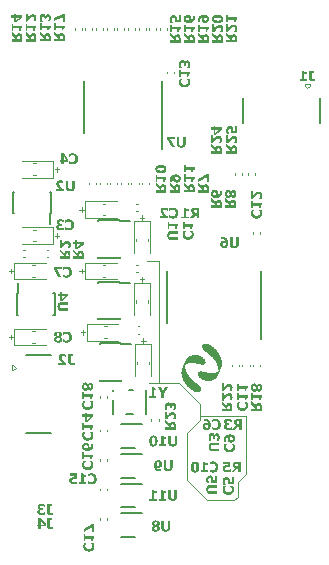
<source format=gbr>
G04*
G04 #@! TF.GenerationSoftware,Altium Limited,Altium Designer,24.9.1 (31)*
G04*
G04 Layer_Color=32896*
%FSLAX44Y44*%
%MOMM*%
G71*
G04*
G04 #@! TF.SameCoordinates,B31CAF09-BB74-4FAA-89E9-8BE817FA7118*
G04*
G04*
G04 #@! TF.FilePolarity,Positive*
G04*
G01*
G75*
%ADD41C,0.1250*%
%ADD42C,0.1500*%
%ADD43C,0.1524*%
%ADD44C,0.0500*%
%ADD45C,0.1200*%
G36*
X157815Y172718D02*
X158268Y172681D01*
X158660Y172657D01*
X158942Y172596D01*
X159015Y172571D01*
X159260Y172547D01*
X159432Y172522D01*
X159603Y172449D01*
X159848Y172424D01*
X159946Y172400D01*
X160118Y172326D01*
X160314Y172302D01*
X160412Y172277D01*
X160461Y172228D01*
X160608Y172204D01*
X160804Y172155D01*
X160841Y172118D01*
X160975Y172081D01*
X161073Y172057D01*
X161184Y171995D01*
X161318Y171959D01*
X161588Y171836D01*
X161686Y171812D01*
X161723Y171775D01*
X161956Y171689D01*
X162005Y171640D01*
X162103Y171616D01*
X162250Y171518D01*
X162299Y171493D01*
X162421Y171444D01*
X162642Y171322D01*
X162813Y171224D01*
X162862Y171175D01*
X162985Y171126D01*
X163034Y171077D01*
X163156Y171003D01*
X163230Y170930D01*
X163303Y170905D01*
X163364Y170844D01*
X163512Y170746D01*
X163536Y170697D01*
X163597Y170660D01*
X163646Y170635D01*
X163793Y170488D01*
X163842Y170464D01*
X164541Y169766D01*
X164565Y169717D01*
X164639Y169643D01*
X164724Y169508D01*
X164773Y169484D01*
X164810Y169447D01*
X164834Y169349D01*
X164908Y169276D01*
X164933Y169202D01*
X165006Y169129D01*
X165129Y168908D01*
X165398Y168393D01*
X165447Y168222D01*
X165496Y168173D01*
X165521Y168050D01*
X165619Y167830D01*
X165643Y167634D01*
X165692Y167438D01*
X165717Y167364D01*
X165741Y167046D01*
X165766Y166948D01*
X165741Y166335D01*
X165717Y166237D01*
X165668Y166115D01*
X165643Y165992D01*
X165619Y165894D01*
X165545Y165772D01*
X165521Y165674D01*
X165472Y165625D01*
X165398Y165502D01*
X165300Y165404D01*
X165276Y165355D01*
X165239Y165319D01*
X165190Y165294D01*
X165116Y165221D01*
X164994Y165147D01*
X164945Y165098D01*
X164822Y165025D01*
X164724Y165000D01*
X164663Y164939D01*
X164504Y164902D01*
X164369Y164841D01*
X164271Y164816D01*
X164075Y164792D01*
X163744Y164755D01*
X163671Y164730D01*
X162911Y164706D01*
X162838Y164730D01*
X162593Y164755D01*
X162421Y164779D01*
X162176Y164804D01*
X161858Y164828D01*
X161784Y164853D01*
X161637Y164877D01*
X161564Y164902D01*
X161171Y164926D01*
X161000Y165000D01*
X160706Y165025D01*
X160510Y165074D01*
X160375Y165110D01*
X160216Y165147D01*
X159971Y165172D01*
X159799Y165245D01*
X159456Y165294D01*
X159285Y165368D01*
X159040Y165392D01*
X158758Y165478D01*
X158476Y165515D01*
X158305Y165588D01*
X158084Y165613D01*
X157986Y165637D01*
X157815Y165662D01*
X157692Y165711D01*
X157349Y165735D01*
X157337Y165747D01*
X157214Y165772D01*
X157092Y165821D01*
X156810Y165858D01*
X156565Y165882D01*
X156492Y165907D01*
X156369Y165931D01*
X156271Y165956D01*
X156100Y165980D01*
X155634Y166005D01*
X155524Y166041D01*
X155303Y166066D01*
X154556Y166103D01*
X154237Y166127D01*
X152890Y166103D01*
X152792Y166078D01*
X152326Y166054D01*
X152204Y166005D01*
X151983Y165980D01*
X151738Y165956D01*
X151640Y165931D01*
X151518Y165882D01*
X151248Y165858D01*
X151028Y165760D01*
X150856Y165735D01*
X150685Y165686D01*
X150636Y165637D01*
X150464Y165613D01*
X150342Y165564D01*
X150305Y165527D01*
X150146Y165490D01*
X150023Y165417D01*
X149925Y165392D01*
X149803Y165343D01*
X149680Y165270D01*
X149558Y165221D01*
X149337Y165098D01*
X149288Y165049D01*
X149190Y165025D01*
X149141Y164975D01*
X148970Y164877D01*
X148798Y164755D01*
X148675Y164681D01*
X148578Y164583D01*
X148528Y164559D01*
X148431Y164461D01*
X148382Y164436D01*
X148296Y164351D01*
X148271Y163714D01*
X148296Y163640D01*
X148320Y163493D01*
X148345Y163248D01*
X148369Y162930D01*
X148394Y162685D01*
X148418Y162586D01*
X148443Y162513D01*
X148467Y162268D01*
X148492Y162097D01*
X148565Y161925D01*
X148590Y161705D01*
X148614Y161533D01*
X148675Y161398D01*
X148712Y161165D01*
X148737Y161067D01*
X148798Y160933D01*
X148835Y160724D01*
X148859Y160626D01*
X148908Y160577D01*
X148933Y160455D01*
X148957Y160357D01*
X149019Y160222D01*
X149055Y160087D01*
X149104Y159916D01*
X149153Y159867D01*
X149178Y159720D01*
X149288Y159463D01*
X149325Y159303D01*
X149386Y159242D01*
X149423Y159107D01*
X149447Y159009D01*
X149509Y158948D01*
X149545Y158789D01*
X149643Y158642D01*
X149668Y158495D01*
X149741Y158421D01*
X149766Y158299D01*
X149864Y158152D01*
X149888Y158103D01*
X149913Y158005D01*
X149962Y157956D01*
X150035Y157760D01*
X150084Y157711D01*
X150158Y157515D01*
X150207Y157466D01*
X150231Y157417D01*
X150280Y157294D01*
X150342Y157233D01*
X150378Y157098D01*
X150427Y157049D01*
X150623Y156682D01*
X150697Y156608D01*
X150722Y156510D01*
X150771Y156461D01*
X150967Y156118D01*
X151016Y156069D01*
X151114Y155898D01*
X151187Y155775D01*
X151260Y155702D01*
X151358Y155530D01*
X151432Y155407D01*
X151505Y155334D01*
X151530Y155285D01*
X151824Y154868D01*
X151898Y154746D01*
X151947Y154697D01*
X152008Y154611D01*
X152118Y154476D01*
X152143Y154427D01*
X152192Y154378D01*
X152265Y154256D01*
X152339Y154182D01*
X152363Y154133D01*
X152461Y154035D01*
X152486Y153986D01*
X152584Y153888D01*
X152608Y153839D01*
X152657Y153790D01*
X152731Y153668D01*
X152780Y153643D01*
X152804Y153594D01*
X152927Y153472D01*
X152951Y153423D01*
X153049Y153325D01*
X153074Y153276D01*
X153110Y153264D01*
X153196Y153153D01*
X153221Y153104D01*
X153392Y152933D01*
X153417Y152884D01*
X153711Y152590D01*
X153735Y152541D01*
X154874Y151401D01*
X154923Y151377D01*
X155242Y151058D01*
X155291Y151034D01*
X155365Y150960D01*
X155414Y150936D01*
X155536Y150813D01*
X155585Y150789D01*
X155781Y150593D01*
X155830Y150568D01*
X155928Y150470D01*
X155977Y150446D01*
X156075Y150348D01*
X156124Y150323D01*
X156173Y150274D01*
X156296Y150201D01*
X156369Y150127D01*
X156455Y150066D01*
X156479Y150017D01*
X156614Y149931D01*
X156737Y149858D01*
X156835Y149760D01*
X156884Y149735D01*
X156933Y149686D01*
X157055Y149613D01*
X157104Y149564D01*
X157227Y149490D01*
X157276Y149441D01*
X157410Y149355D01*
X157435Y149306D01*
X157594Y149221D01*
X157717Y149147D01*
X157815Y149049D01*
X157888Y149025D01*
X157949Y148963D01*
X158097Y148890D01*
X158121Y148841D01*
X158256Y148755D01*
X158378Y148682D01*
X158427Y148633D01*
X158562Y148547D01*
X158697Y148437D01*
X158746Y148412D01*
X158795Y148363D01*
X158844Y148339D01*
X158942Y148241D01*
X158991Y148216D01*
X159089Y148118D01*
X159138Y148094D01*
X159187Y148045D01*
X159309Y147971D01*
X159358Y147922D01*
X159481Y147849D01*
X159530Y147775D01*
X159579Y147751D01*
X159701Y147628D01*
X159750Y147604D01*
X159861Y147493D01*
X159995Y147383D01*
X160044Y147359D01*
X160914Y146489D01*
X160939Y146440D01*
X161037Y146342D01*
X161061Y146293D01*
X161159Y146195D01*
X161184Y146146D01*
X161257Y146072D01*
X161282Y146023D01*
X161380Y145925D01*
X161429Y145803D01*
X161478Y145754D01*
X161551Y145631D01*
X161625Y145558D01*
X161649Y145460D01*
X161735Y145374D01*
X161796Y145215D01*
X161845Y145166D01*
X161870Y145117D01*
X161919Y144945D01*
X161968Y144896D01*
X161992Y144823D01*
X162017Y144725D01*
X162066Y144602D01*
X162103Y144516D01*
X162127Y144271D01*
X162164Y144088D01*
X162188Y144014D01*
X162213Y143720D01*
X162188Y143647D01*
X162164Y143500D01*
X162139Y143426D01*
X162115Y143157D01*
X162066Y142985D01*
X162017Y142936D01*
X161992Y142838D01*
X161943Y142716D01*
X161821Y142495D01*
X161747Y142373D01*
X161392Y142017D01*
X161343Y141993D01*
X161269Y141919D01*
X161098Y141821D01*
X160828Y141674D01*
X160706Y141625D01*
X160485Y141527D01*
X160265Y141503D01*
X160093Y141429D01*
X159628Y141405D01*
X159554Y141380D01*
X158917Y141356D01*
X158844Y141380D01*
X158354Y141405D01*
X158109Y141429D01*
X157864Y141503D01*
X157619Y141527D01*
X157484Y141564D01*
X157361Y141613D01*
X157129Y141650D01*
X156908Y141748D01*
X156737Y141772D01*
X156663Y141846D01*
X156516Y141870D01*
X156418Y141895D01*
X156345Y141968D01*
X156173Y141993D01*
X156100Y142066D01*
X156002Y142091D01*
X155879Y142140D01*
X155793Y142201D01*
X155659Y142238D01*
X155597Y142299D01*
X155438Y142360D01*
X155377Y142422D01*
X155218Y142483D01*
X155205Y142520D01*
X155046Y142605D01*
X154874Y142703D01*
X154801Y142777D01*
X154678Y142826D01*
X154629Y142875D01*
X154458Y142973D01*
X154335Y143046D01*
X154286Y143095D01*
X154164Y143169D01*
X154115Y143218D01*
X153944Y143316D01*
X153895Y143365D01*
X153846Y143389D01*
X153796Y143438D01*
X153625Y143561D01*
X153502Y143634D01*
X153429Y143708D01*
X153380Y143732D01*
X153306Y143806D01*
X153184Y143879D01*
X153110Y143953D01*
X153061Y143977D01*
X152988Y144051D01*
X152865Y144124D01*
X152694Y144296D01*
X152645Y144320D01*
X152608Y144357D01*
X152473Y144467D01*
X152424Y144492D01*
X152351Y144565D01*
X152302Y144590D01*
X152106Y144786D01*
X152057Y144810D01*
X151836Y145031D01*
X151787Y145055D01*
X151469Y145374D01*
X151420Y145399D01*
X150746Y146072D01*
X150722Y146121D01*
X150378Y146464D01*
X150354Y146513D01*
X150133Y146734D01*
X150109Y146783D01*
X149974Y146918D01*
X149864Y147052D01*
X149839Y147101D01*
X149766Y147175D01*
X149741Y147224D01*
X149570Y147395D01*
X149545Y147444D01*
X149472Y147518D01*
X149447Y147567D01*
X149411Y147604D01*
X149178Y147910D01*
X149153Y147959D01*
X149117Y147971D01*
X149055Y148081D01*
X149006Y148130D01*
X148933Y148253D01*
X148859Y148326D01*
X148835Y148375D01*
X148786Y148425D01*
X148712Y148547D01*
X148675Y148584D01*
X148553Y148780D01*
X148443Y148914D01*
X148345Y149086D01*
X148271Y149159D01*
X148247Y149208D01*
X148149Y149355D01*
X148124Y149429D01*
X148026Y149527D01*
X148002Y149625D01*
X147928Y149699D01*
X147879Y149821D01*
X147830Y149870D01*
X147732Y150042D01*
X147487Y150483D01*
X147414Y150605D01*
X147328Y150740D01*
X147291Y150875D01*
X147242Y150924D01*
X146997Y151389D01*
X146899Y151634D01*
X146826Y151757D01*
X146801Y151855D01*
X146752Y151904D01*
X146728Y151977D01*
X146605Y152247D01*
X146532Y152418D01*
X146483Y152541D01*
X146458Y152639D01*
X146397Y152749D01*
X146360Y152884D01*
X146262Y153104D01*
X146238Y153202D01*
X146164Y153374D01*
X146091Y153668D01*
X146042Y153717D01*
X146017Y153864D01*
X145993Y153962D01*
X145931Y154097D01*
X145895Y154280D01*
X145870Y154378D01*
X145797Y154550D01*
X145772Y154746D01*
X145686Y155028D01*
X145650Y155309D01*
X145588Y155518D01*
X145564Y155616D01*
X145539Y155934D01*
X145503Y156143D01*
X145454Y156265D01*
X145429Y156951D01*
X145405Y157025D01*
X145380Y158372D01*
X145405Y158446D01*
X145429Y159009D01*
X145478Y159303D01*
X145503Y159401D01*
X145527Y159475D01*
X145552Y159744D01*
X145637Y160026D01*
X145674Y160259D01*
X145748Y160430D01*
X145821Y160724D01*
X145870Y160773D01*
X145895Y160994D01*
X145919Y161092D01*
X145993Y161165D01*
X146017Y161337D01*
X146042Y161435D01*
X146115Y161509D01*
X146140Y161656D01*
X146238Y161876D01*
X146287Y162072D01*
X146323Y162109D01*
X146385Y162366D01*
X146421Y162403D01*
X146470Y162525D01*
X146507Y162709D01*
X146581Y162783D01*
X146605Y162954D01*
X146703Y163101D01*
X146728Y163248D01*
X146801Y163371D01*
X146850Y163567D01*
X146924Y163689D01*
X146948Y163787D01*
X146997Y163910D01*
X147046Y163959D01*
X147071Y164130D01*
X147169Y164277D01*
X147218Y164473D01*
X147279Y164534D01*
X147316Y164669D01*
X147340Y164767D01*
X147389Y164816D01*
X147414Y164865D01*
X147438Y164963D01*
X147463Y165037D01*
X147536Y165159D01*
X147561Y165257D01*
X147634Y165380D01*
X147683Y165576D01*
X147757Y165649D01*
X147781Y165796D01*
X147879Y165943D01*
X147904Y166066D01*
X147977Y166188D01*
X148002Y166237D01*
X148124Y166507D01*
X148173Y166629D01*
X148235Y166715D01*
X148271Y166874D01*
X148320Y166923D01*
X148394Y167119D01*
X148443Y167168D01*
X148516Y167364D01*
X148565Y167413D01*
X148590Y167462D01*
X148639Y167585D01*
X148712Y167707D01*
X148761Y167830D01*
X148835Y167952D01*
X148859Y168050D01*
X148921Y168112D01*
X148982Y168271D01*
X149043Y168332D01*
X149080Y168467D01*
X149153Y168540D01*
X149202Y168663D01*
X149264Y168724D01*
X149325Y168883D01*
X149398Y168957D01*
X149447Y169079D01*
X149496Y169129D01*
X149594Y169300D01*
X149668Y169423D01*
X149717Y169472D01*
X149790Y169594D01*
X149839Y169643D01*
X149913Y169766D01*
X149986Y169839D01*
X150011Y169888D01*
X150109Y169986D01*
X150133Y170035D01*
X150354Y170256D01*
X150378Y170305D01*
X150685Y170611D01*
X150734Y170635D01*
X150881Y170782D01*
X150930Y170807D01*
X150954Y170856D01*
X151003Y170880D01*
X151077Y170954D01*
X151199Y171027D01*
X151248Y171077D01*
X151371Y171150D01*
X151444Y171224D01*
X151493Y171248D01*
X151579Y171334D01*
X151738Y171395D01*
X151787Y171444D01*
X151910Y171518D01*
X151959Y171567D01*
X152008Y171591D01*
X152130Y171640D01*
X152179Y171689D01*
X152375Y171763D01*
X152424Y171812D01*
X152473Y171836D01*
X152571Y171861D01*
X152645Y171934D01*
X152767Y171959D01*
X152927Y172044D01*
X153061Y172081D01*
X153159Y172106D01*
X153221Y172167D01*
X153404Y172204D01*
X153625Y172302D01*
X153796Y172326D01*
X153968Y172400D01*
X154164Y172424D01*
X154360Y172473D01*
X154482Y172522D01*
X154703Y172547D01*
X154874Y172571D01*
X155071Y172620D01*
X155144Y172645D01*
X155708Y172669D01*
X155842Y172706D01*
X156026Y172694D01*
X156100Y172718D01*
X157741Y172743D01*
X157815Y172718D01*
D02*
G37*
G36*
X166623Y182286D02*
X166819Y182262D01*
X166978Y182200D01*
X167297Y182176D01*
X167395Y182151D01*
X167518Y182102D01*
X167714Y182078D01*
X167910Y182029D01*
X167959Y181980D01*
X168253Y181931D01*
X168326Y181857D01*
X168498Y181833D01*
X168645Y181735D01*
X168841Y181710D01*
X168914Y181637D01*
X169037Y181588D01*
X169135Y181563D01*
X169184Y181514D01*
X169257Y181490D01*
X169380Y181441D01*
X169502Y181367D01*
X169649Y181269D01*
X169747Y181245D01*
X169821Y181171D01*
X169870Y181147D01*
X169992Y181098D01*
X170005Y181061D01*
X170164Y181000D01*
X170213Y180951D01*
X170347Y180865D01*
X170543Y180742D01*
X170850Y180534D01*
X170899Y180510D01*
X170923Y180461D01*
X171095Y180363D01*
X171217Y180289D01*
X171266Y180240D01*
X171389Y180167D01*
X171401Y180130D01*
X171511Y180069D01*
X171560Y180020D01*
X171683Y179946D01*
X171756Y179873D01*
X171805Y179848D01*
X171903Y179750D01*
X171952Y179726D01*
X172001Y179677D01*
X172124Y179603D01*
X172197Y179530D01*
X172246Y179505D01*
X172344Y179407D01*
X172393Y179383D01*
X172491Y179285D01*
X172540Y179260D01*
X172638Y179162D01*
X172687Y179138D01*
X172785Y179040D01*
X172834Y179015D01*
X172908Y178942D01*
X172957Y178917D01*
X173178Y178696D01*
X173227Y178672D01*
X173570Y178329D01*
X173619Y178305D01*
X174415Y177508D01*
X174439Y177459D01*
X174782Y177116D01*
X174807Y177067D01*
X175027Y176847D01*
X175052Y176798D01*
X175125Y176724D01*
X175150Y176675D01*
X175248Y176577D01*
X175272Y176528D01*
X175370Y176430D01*
X175395Y176381D01*
X175493Y176283D01*
X175517Y176234D01*
X175615Y176136D01*
X175640Y176087D01*
X175689Y176038D01*
X175762Y175916D01*
X175860Y175818D01*
X175885Y175769D01*
X175958Y175695D01*
X175983Y175646D01*
X176032Y175597D01*
X176130Y175425D01*
X176203Y175352D01*
X176228Y175303D01*
X176289Y175242D01*
X176497Y174935D01*
X176620Y174764D01*
X176718Y174592D01*
X176767Y174543D01*
X176840Y174421D01*
X176914Y174347D01*
X176938Y174249D01*
X176987Y174200D01*
X177085Y174029D01*
X177134Y173980D01*
X177159Y173906D01*
X177208Y173857D01*
X177330Y173637D01*
X177404Y173514D01*
X177490Y173380D01*
X177539Y173257D01*
X177588Y173233D01*
X177612Y173184D01*
X177649Y173049D01*
X177723Y172975D01*
X177747Y172926D01*
X177796Y172804D01*
X177869Y172681D01*
X177919Y172559D01*
X177992Y172436D01*
X178017Y172338D01*
X178090Y172265D01*
X178115Y172142D01*
X178176Y172081D01*
X178262Y171848D01*
X178311Y171799D01*
X178335Y171701D01*
X178384Y171579D01*
X178433Y171530D01*
X178458Y171432D01*
X178543Y171273D01*
X178580Y171138D01*
X178678Y170917D01*
X178727Y170746D01*
X178776Y170697D01*
X178850Y170403D01*
X178899Y170354D01*
X178923Y170207D01*
X178948Y170109D01*
X179021Y169986D01*
X179046Y169839D01*
X179119Y169668D01*
X179168Y169472D01*
X179193Y169300D01*
X179242Y169251D01*
X179266Y169129D01*
X179291Y168957D01*
X179364Y168785D01*
X179389Y168540D01*
X179438Y168344D01*
X179487Y168222D01*
X179511Y167903D01*
X179536Y167732D01*
X179609Y167560D01*
X179634Y166899D01*
X179658Y166825D01*
X179683Y166507D01*
X179658Y166433D01*
X179707Y166311D01*
X179732Y165527D01*
X179707Y165453D01*
X179683Y165110D01*
X179658Y165037D01*
X179634Y164498D01*
X179609Y164424D01*
X179585Y164228D01*
X179536Y164106D01*
X179511Y163836D01*
X179487Y163738D01*
X179413Y163567D01*
X179389Y163371D01*
X179340Y163199D01*
X179303Y163162D01*
X179266Y162979D01*
X179242Y162881D01*
X179193Y162832D01*
X179144Y162611D01*
X179119Y162513D01*
X179070Y162464D01*
X179046Y162317D01*
X179021Y162219D01*
X178948Y162097D01*
X178923Y161950D01*
X178837Y161790D01*
X178801Y161631D01*
X178703Y161411D01*
X178654Y161214D01*
X178605Y161165D01*
X178556Y160969D01*
X178482Y160847D01*
X178458Y160724D01*
X178433Y160626D01*
X178372Y160565D01*
X178335Y160430D01*
X178286Y160259D01*
X178249Y160222D01*
X178213Y160087D01*
X178127Y159928D01*
X178090Y159769D01*
X178004Y159610D01*
X177968Y159450D01*
X177894Y159377D01*
X177845Y159181D01*
X177772Y159058D01*
X177723Y158862D01*
X177673Y158813D01*
X177649Y158764D01*
Y158740D01*
X177600Y158593D01*
X177526Y158470D01*
X177502Y158372D01*
X177416Y158213D01*
X177379Y158054D01*
X177306Y157980D01*
X177257Y157784D01*
X177183Y157711D01*
X177159Y157564D01*
X177098Y157502D01*
X177036Y157343D01*
X177012Y157245D01*
X176938Y157172D01*
X176914Y157025D01*
X176840Y156951D01*
X176816Y156853D01*
X176767Y156731D01*
X176718Y156682D01*
X176693Y156608D01*
X176608Y156449D01*
X176546Y156290D01*
X176473Y156216D01*
X176448Y156069D01*
X176363Y155983D01*
X176326Y155824D01*
X176252Y155751D01*
X176228Y155677D01*
X176179Y155555D01*
X176130Y155506D01*
X176105Y155456D01*
X176081Y155358D01*
X176020Y155297D01*
X175958Y155138D01*
X175909Y155089D01*
X175885Y155040D01*
X175860Y154942D01*
X175787Y154868D01*
X175762Y154819D01*
X175738Y154721D01*
X175701Y154709D01*
X175652Y154660D01*
X175615Y154525D01*
X175566Y154476D01*
X175542Y154427D01*
X175468Y154354D01*
X175383Y154219D01*
X175260Y154023D01*
X175211Y153999D01*
X175174Y153937D01*
X175150Y153888D01*
X175052Y153790D01*
X175027Y153741D01*
X174978Y153692D01*
X174893Y153558D01*
X174844Y153533D01*
X174807Y153496D01*
X174782Y153447D01*
X174611Y153276D01*
X174586Y153227D01*
X174525Y153166D01*
X174476Y153141D01*
X174378Y153043D01*
X174329Y153019D01*
X174305Y152970D01*
X174256Y152945D01*
X174219Y152908D01*
X174194Y152859D01*
X174133Y152823D01*
X174084Y152798D01*
X174011Y152725D01*
X173962Y152700D01*
X173925Y152663D01*
X173790Y152553D01*
X173741Y152528D01*
X173729Y152492D01*
X173423Y152308D01*
X173349Y152234D01*
X173227Y152185D01*
X173153Y152112D01*
X173055Y152087D01*
X172981Y152014D01*
X172932Y151989D01*
X172834Y151965D01*
X172773Y151904D01*
X172614Y151842D01*
X172504Y151781D01*
X172344Y151720D01*
X172271Y151646D01*
X172124Y151622D01*
X172026Y151597D01*
X171977Y151548D01*
X171903Y151524D01*
X171805Y151499D01*
X171585Y151401D01*
X171413Y151377D01*
X171315Y151352D01*
X171266Y151303D01*
X171046Y151279D01*
X170825Y151181D01*
X170531Y151156D01*
X170286Y151083D01*
X170213Y151058D01*
X169698Y151034D01*
X169576Y150985D01*
X169502Y151009D01*
X169404Y150960D01*
X169037Y150936D01*
X168963Y150911D01*
X168926Y150924D01*
X167738Y150911D01*
X167665Y150936D01*
X167187Y150924D01*
X166966Y150948D01*
X166807Y150936D01*
X166635Y151009D01*
X166243Y151034D01*
X165949Y151083D01*
X165827Y151132D01*
X165606Y151156D01*
X165435Y151181D01*
X165263Y151254D01*
X164994Y151279D01*
X164871Y151328D01*
X164834Y151365D01*
X164626Y151401D01*
X164455Y151475D01*
X164308Y151499D01*
X164087Y151597D01*
X163940Y151622D01*
X163818Y151671D01*
X163781Y151708D01*
X163646Y151744D01*
X163548Y151769D01*
X163512Y151806D01*
X163279Y151891D01*
X163217Y151953D01*
X163034Y151989D01*
X162960Y152063D01*
X162911Y152087D01*
X162789Y152136D01*
X162421Y152332D01*
X162372Y152381D01*
X162152Y152504D01*
X162029Y152577D01*
X161931Y152676D01*
X161833Y152700D01*
X161760Y152774D01*
X161710Y152798D01*
X161613Y152896D01*
X161564Y152921D01*
X161514Y152970D01*
X161392Y153043D01*
X161282Y153153D01*
X161147Y153264D01*
X161098Y153288D01*
X161086Y153325D01*
X161024Y153386D01*
X160975Y153411D01*
X160963Y153447D01*
X160902Y153509D01*
X160853Y153533D01*
X160841Y153570D01*
X160681Y153729D01*
X160632Y153754D01*
X160596Y153815D01*
X160571Y153864D01*
X160522Y153913D01*
X160461Y153999D01*
X160351Y154133D01*
X160326Y154182D01*
X160289Y154195D01*
X160253Y154256D01*
X160228Y154305D01*
X160155Y154378D01*
X160106Y154501D01*
X160032Y154574D01*
X159983Y154697D01*
X159910Y154770D01*
X159885Y154868D01*
X159787Y155015D01*
X159763Y155138D01*
X159701Y155199D01*
X159640Y155358D01*
X159616Y155456D01*
X159567Y155506D01*
X159542Y155628D01*
X159518Y155726D01*
X159456Y155836D01*
X159420Y156020D01*
X159395Y156192D01*
X159322Y156363D01*
X159297Y157074D01*
X159322Y157319D01*
X159395Y157490D01*
X159420Y157686D01*
X159444Y157784D01*
X159505Y157845D01*
X159567Y158005D01*
X159616Y158054D01*
X159640Y158127D01*
X159738Y158225D01*
X159763Y158274D01*
X159799Y158311D01*
X159848Y158336D01*
X159897Y158409D01*
X159946Y158434D01*
X160044Y158532D01*
X160167Y158581D01*
X160240Y158654D01*
X160338Y158679D01*
X160461Y158728D01*
X160498Y158764D01*
X160681Y158801D01*
X160853Y158875D01*
X161073Y158899D01*
X161318Y158924D01*
X161392Y158899D01*
X161465Y158924D01*
X161956Y158948D01*
X162127Y158924D01*
X162201Y158899D01*
X162274Y158924D01*
X162666Y158899D01*
X162985Y158875D01*
X163058Y158850D01*
X163254Y158801D01*
X163646Y158777D01*
X163842Y158728D01*
X163916Y158703D01*
X164087Y158679D01*
X164332Y158654D01*
X164430Y158630D01*
X164553Y158581D01*
X164798Y158556D01*
X164994Y158507D01*
X165116Y158458D01*
X165410Y158434D01*
X165631Y158336D01*
X165900Y158311D01*
X165998Y158287D01*
X166133Y158225D01*
X166439Y158188D01*
X166599Y158127D01*
X166758Y158090D01*
X167003Y158066D01*
X167174Y157992D01*
X167468Y157968D01*
X167665Y157919D01*
X167787Y157870D01*
X168204Y157845D01*
X168302Y157821D01*
X168424Y157772D01*
X168498Y157747D01*
X168939Y157723D01*
X169012Y157698D01*
X169061Y157723D01*
X169233Y157649D01*
X169306Y157674D01*
X169355Y157649D01*
X169723Y157625D01*
X169796Y157600D01*
X169808Y157613D01*
X170311Y157600D01*
X170409Y157576D01*
X170543Y157539D01*
X171805Y157551D01*
X171879Y157527D01*
X172063Y157588D01*
X172859Y157625D01*
X172957Y157649D01*
X173079Y157698D01*
X173324Y157723D01*
X173496Y157747D01*
X173594Y157772D01*
X173717Y157821D01*
X173937Y157845D01*
X174109Y157894D01*
X174158Y157943D01*
X174378Y157968D01*
X174501Y158017D01*
X174537Y158054D01*
X174635Y158078D01*
X174795Y158115D01*
X174856Y158176D01*
X175040Y158213D01*
X175113Y158287D01*
X175211Y158311D01*
X175334Y158360D01*
X175456Y158434D01*
X175579Y158483D01*
X175824Y158630D01*
X175995Y158728D01*
X176118Y158801D01*
X176289Y158924D01*
X176338Y158948D01*
X176350Y158985D01*
X176583Y159144D01*
X176632Y159169D01*
X176706Y159242D01*
X176755Y159267D01*
X176791Y159303D01*
X176816Y159744D01*
X176791Y159818D01*
X176767Y160136D01*
X176730Y160271D01*
X176693Y160847D01*
X176669Y161018D01*
X176620Y161141D01*
X176595Y161337D01*
X176571Y161582D01*
X176546Y161680D01*
X176497Y161803D01*
X176448Y162146D01*
X176375Y162317D01*
X176350Y162488D01*
X176326Y162586D01*
X176252Y162758D01*
X176228Y162954D01*
X176203Y163052D01*
X176154Y163101D01*
X176105Y163322D01*
X176007Y163542D01*
X175983Y163714D01*
X175909Y163836D01*
X175885Y163934D01*
X175836Y164106D01*
X175787Y164155D01*
X175738Y164351D01*
X175664Y164473D01*
X175615Y164669D01*
X175566Y164718D01*
X175517Y164841D01*
X175493Y164914D01*
X175419Y165037D01*
X175370Y165208D01*
X175309Y165270D01*
X175272Y165453D01*
X175187Y165539D01*
X175150Y165698D01*
X175076Y165772D01*
X175052Y165821D01*
X175027Y165919D01*
X174954Y165992D01*
X174929Y166139D01*
X174844Y166225D01*
X174782Y166384D01*
X174733Y166433D01*
X174684Y166556D01*
X174611Y166629D01*
X174586Y166752D01*
X174488Y166850D01*
X174464Y166899D01*
X174415Y167021D01*
X174317Y167193D01*
X174268Y167242D01*
X174219Y167364D01*
X174145Y167438D01*
X174096Y167560D01*
X174047Y167609D01*
X173949Y167781D01*
X173876Y167903D01*
X173802Y167977D01*
X173704Y168148D01*
X173631Y168271D01*
X173557Y168344D01*
X173533Y168393D01*
X173447Y168479D01*
X173398Y168602D01*
X173288Y168736D01*
X173263Y168785D01*
X173214Y168810D01*
X173116Y168982D01*
X173043Y169104D01*
X172969Y169153D01*
X172945Y169202D01*
X172847Y169300D01*
X172822Y169349D01*
X172687Y169533D01*
X172577Y169668D01*
X172553Y169717D01*
X172504Y169741D01*
X172479Y169790D01*
X172381Y169888D01*
X172357Y169937D01*
X172308Y169986D01*
X172234Y170109D01*
X172136Y170207D01*
X172112Y170256D01*
X171916Y170452D01*
X171891Y170501D01*
X171793Y170599D01*
X171732Y170684D01*
X171683Y170709D01*
X171671Y170746D01*
X171475Y170942D01*
X171401Y171064D01*
X170213Y172253D01*
X170090Y172326D01*
X169857Y172559D01*
X169723Y172669D01*
X169674Y172694D01*
X169661Y172730D01*
X169600Y172792D01*
X169551Y172816D01*
X169355Y173012D01*
X169306Y173037D01*
X169233Y173110D01*
X169184Y173135D01*
X169110Y173208D01*
X169061Y173233D01*
X169024Y173269D01*
X168890Y173380D01*
X168841Y173404D01*
X168816Y173453D01*
X168767Y173478D01*
X168669Y173576D01*
X168620Y173600D01*
X168583Y173637D01*
X168387Y173759D01*
X168363Y173808D01*
X168240Y173882D01*
X168216Y173931D01*
X168130Y173968D01*
X168081Y174017D01*
X167959Y174090D01*
X167910Y174139D01*
X167775Y174225D01*
X167640Y174335D01*
X167468Y174433D01*
X167370Y174531D01*
X167321Y174556D01*
X167003Y174776D01*
X166954Y174801D01*
X166880Y174874D01*
X166758Y174923D01*
X166684Y174997D01*
X166635Y175021D01*
X166586Y175070D01*
X166415Y175193D01*
X166292Y175266D01*
X166194Y175364D01*
X166145Y175389D01*
X166109Y175425D01*
X165974Y175536D01*
X165851Y175609D01*
X165753Y175707D01*
X165704Y175732D01*
X165631Y175805D01*
X165582Y175830D01*
X165545Y175867D01*
X165521Y175916D01*
X165447Y175965D01*
X165312Y176075D01*
X165263Y176099D01*
X165153Y176210D01*
X165018Y176320D01*
X164969Y176344D01*
X164957Y176381D01*
X164859Y176455D01*
X164834Y176504D01*
X164798Y176540D01*
X164749Y176565D01*
X164700Y176638D01*
X164651Y176663D01*
X164577Y176761D01*
X164528Y176785D01*
X164492Y176822D01*
X164467Y176871D01*
X164394Y176920D01*
X164369Y176969D01*
X164271Y177043D01*
X164247Y177092D01*
X164210Y177128D01*
X164161Y177153D01*
X164124Y177214D01*
X164100Y177263D01*
X164026Y177337D01*
X164002Y177386D01*
X163904Y177484D01*
X163879Y177533D01*
X163842Y177570D01*
X163732Y177704D01*
X163610Y177876D01*
X163512Y178047D01*
X163438Y178121D01*
X163291Y178390D01*
X163205Y178549D01*
X163144Y178709D01*
X163095Y178758D01*
X163070Y178856D01*
X163046Y179027D01*
X162972Y179101D01*
X162948Y179395D01*
X162923Y179468D01*
X162899Y180105D01*
X162923Y180179D01*
X162948Y180473D01*
X162972Y180571D01*
X163034Y180681D01*
X163070Y180865D01*
X163144Y180938D01*
X163168Y180987D01*
X163193Y181085D01*
X163242Y181134D01*
X163315Y181257D01*
X163340Y181306D01*
X163634Y181600D01*
X163769Y181710D01*
X163818Y181735D01*
X163867Y181784D01*
X164038Y181882D01*
X164161Y181955D01*
X164259Y181980D01*
X164332Y182053D01*
X164528Y182078D01*
X164688Y182164D01*
X164969Y182200D01*
X165067Y182225D01*
X165239Y182298D01*
X166623Y182286D01*
D02*
G37*
G36*
X186828Y366664D02*
X187089Y366632D01*
X187328Y366580D01*
X187526Y366528D01*
X187682Y366476D01*
X187745Y366455D01*
X187807Y366424D01*
X187849Y366414D01*
X187880Y366393D01*
X187891Y366382D01*
X187901D01*
X188099Y366268D01*
X188276Y366143D01*
X188432Y366008D01*
X188557Y365872D01*
X188661Y365758D01*
X188734Y365664D01*
X188786Y365601D01*
X188797Y365591D01*
Y365581D01*
X188890Y365414D01*
X188974Y365247D01*
X189047Y365081D01*
X189099Y364935D01*
X189151Y364799D01*
X189182Y364695D01*
X189192Y364654D01*
Y364622D01*
X189203Y364612D01*
Y364602D01*
X189244Y364393D01*
X189286Y364185D01*
X189307Y363977D01*
X189317Y363800D01*
X189328Y363633D01*
X189338Y363571D01*
Y363154D01*
X189328Y363092D01*
Y363008D01*
X189317Y362842D01*
Y362706D01*
X189307Y362654D01*
Y362581D01*
X190807D01*
Y366424D01*
X192514D01*
Y360436D01*
X187443D01*
Y360624D01*
X187474Y360759D01*
X187505Y360905D01*
X187537Y361040D01*
X187557Y361165D01*
X187578Y361280D01*
X187599Y361363D01*
X187610Y361425D01*
Y361446D01*
X187661Y361800D01*
X187672Y361956D01*
X187682Y362102D01*
X187693Y362227D01*
Y362540D01*
X187682Y362675D01*
X187672Y362800D01*
X187661Y362915D01*
X187651Y363019D01*
X187641Y363102D01*
X187630Y363154D01*
Y363175D01*
X187599Y363331D01*
X187568Y363477D01*
X187516Y363602D01*
X187474Y363717D01*
X187432Y363800D01*
X187401Y363873D01*
X187380Y363914D01*
X187370Y363925D01*
X187255Y364071D01*
X187130Y364175D01*
X187078Y364216D01*
X187037Y364248D01*
X187005Y364258D01*
X186995Y364268D01*
X186901Y364310D01*
X186818Y364352D01*
X186724Y364373D01*
X186641Y364383D01*
X186568Y364393D01*
X186506Y364404D01*
X186464D01*
X186453D01*
X186318D01*
X186204Y364383D01*
X186099Y364373D01*
X186016Y364352D01*
X185943Y364331D01*
X185891Y364320D01*
X185860Y364300D01*
X185849D01*
X185693Y364206D01*
X185620Y364164D01*
X185558Y364112D01*
X185516Y364071D01*
X185475Y364039D01*
X185454Y364019D01*
X185443Y364008D01*
X185360Y363904D01*
X185287Y363800D01*
X185235Y363696D01*
X185193Y363591D01*
X185162Y363498D01*
X185141Y363425D01*
X185121Y363373D01*
Y363352D01*
X185089Y363206D01*
X185068Y363060D01*
X185058Y362935D01*
X185048Y362821D01*
X185037Y362727D01*
Y362446D01*
X185048Y362300D01*
X185068Y362175D01*
X185079Y362071D01*
X185100Y361977D01*
X185110Y361915D01*
X185121Y361863D01*
Y361852D01*
X185193Y361613D01*
X185225Y361498D01*
X185256Y361405D01*
X185287Y361321D01*
X185308Y361248D01*
X185329Y361207D01*
Y361196D01*
X185381Y361071D01*
X185422Y360967D01*
X185475Y360863D01*
X185506Y360790D01*
X185548Y360717D01*
X185568Y360676D01*
X185579Y360644D01*
X185589Y360634D01*
X185683Y360488D01*
X185756Y360363D01*
X185777Y360311D01*
X185797Y360280D01*
X185818Y360259D01*
Y360051D01*
X183840D01*
X183767Y360238D01*
X183694Y360436D01*
X183631Y360634D01*
X183579Y360821D01*
X183538Y360988D01*
X183517Y361061D01*
X183506Y361123D01*
X183496Y361165D01*
X183486Y361207D01*
X183475Y361227D01*
Y361238D01*
X183423Y361519D01*
X183381Y361821D01*
X183350Y362113D01*
X183329Y362383D01*
X183319Y362509D01*
X183309Y362623D01*
Y362717D01*
X183298Y362811D01*
Y362977D01*
X183309Y363321D01*
X183329Y363633D01*
X183371Y363904D01*
X183392Y364029D01*
X183413Y364143D01*
X183433Y364237D01*
X183454Y364331D01*
X183475Y364404D01*
X183496Y364466D01*
X183506Y364518D01*
X183517Y364550D01*
X183527Y364570D01*
Y364581D01*
X183621Y364820D01*
X183735Y365029D01*
X183840Y365227D01*
X183954Y365393D01*
X184048Y365518D01*
X184121Y365622D01*
X184173Y365685D01*
X184194Y365706D01*
X184360Y365872D01*
X184537Y366018D01*
X184714Y366143D01*
X184881Y366247D01*
X185016Y366320D01*
X185131Y366382D01*
X185173Y366403D01*
X185204Y366414D01*
X185225Y366424D01*
X185235D01*
X185464Y366507D01*
X185693Y366570D01*
X185912Y366612D01*
X186110Y366643D01*
X186287Y366664D01*
X186360D01*
X186422Y366674D01*
X186464D01*
X186506D01*
X186526D01*
X186537D01*
X186828Y366664D01*
D02*
G37*
G36*
X185193Y355125D02*
X185266Y355229D01*
X185360Y355344D01*
X185454Y355469D01*
X185548Y355594D01*
X185641Y355698D01*
X185714Y355791D01*
X185756Y355854D01*
X185777Y355864D01*
Y355875D01*
X185943Y356073D01*
X186110Y356260D01*
X186266Y356437D01*
X186422Y356604D01*
X186547Y356739D01*
X186651Y356843D01*
X186693Y356885D01*
X186724Y356916D01*
X186735Y356927D01*
X186745Y356937D01*
X186912Y357093D01*
X187068Y357239D01*
X187224Y357374D01*
X187380Y357499D01*
X187516Y357614D01*
X187651Y357718D01*
X187787Y357812D01*
X187901Y357895D01*
X188005Y357958D01*
X188099Y358020D01*
X188193Y358072D01*
X188255Y358114D01*
X188318Y358145D01*
X188359Y358166D01*
X188380Y358187D01*
X188391D01*
X188682Y358312D01*
X188963Y358405D01*
X189224Y358478D01*
X189463Y358520D01*
X189578Y358541D01*
X189671Y358551D01*
X189755Y358562D01*
X189828D01*
X189880Y358572D01*
X189932D01*
X189953D01*
X189963D01*
X190203Y358562D01*
X190421Y358541D01*
X190630Y358499D01*
X190827Y358447D01*
X191004Y358374D01*
X191171Y358312D01*
X191327Y358228D01*
X191463Y358155D01*
X191577Y358083D01*
X191692Y357999D01*
X191775Y357937D01*
X191848Y357874D01*
X191910Y357812D01*
X191952Y357770D01*
X191973Y357749D01*
X191983Y357739D01*
X192108Y357572D01*
X192223Y357395D01*
X192317Y357208D01*
X192400Y357010D01*
X192473Y356802D01*
X192525Y356604D01*
X192577Y356406D01*
X192608Y356208D01*
X192639Y356021D01*
X192660Y355854D01*
X192681Y355698D01*
X192691Y355562D01*
X192702Y355458D01*
Y355302D01*
X192691Y355021D01*
X192671Y354740D01*
X192639Y354479D01*
X192608Y354240D01*
X192587Y354125D01*
X192567Y354031D01*
X192546Y353948D01*
X192535Y353875D01*
X192525Y353813D01*
X192514Y353771D01*
X192504Y353740D01*
Y353730D01*
X192431Y353448D01*
X192369Y353198D01*
X192306Y353000D01*
X192244Y352834D01*
X192202Y352709D01*
X192160Y352615D01*
X192139Y352563D01*
X192129Y352542D01*
X190171D01*
Y352709D01*
X190234Y352813D01*
X190296Y352917D01*
X190327Y352969D01*
X190359Y353011D01*
X190369Y353032D01*
X190380Y353042D01*
X190484Y353219D01*
X190577Y353386D01*
X190609Y353459D01*
X190640Y353521D01*
X190650Y353563D01*
X190661Y353573D01*
X190755Y353802D01*
X190786Y353907D01*
X190817Y354000D01*
X190848Y354073D01*
X190869Y354136D01*
X190879Y354177D01*
Y354188D01*
X190931Y354427D01*
X190942Y354531D01*
X190952Y354636D01*
X190963Y354719D01*
Y354844D01*
X190952Y355083D01*
X190911Y355292D01*
X190859Y355479D01*
X190796Y355625D01*
X190723Y355739D01*
X190671Y355823D01*
X190630Y355875D01*
X190619Y355896D01*
X190484Y356021D01*
X190327Y356114D01*
X190171Y356187D01*
X190015Y356229D01*
X189869Y356260D01*
X189755Y356270D01*
X189713Y356281D01*
X189682D01*
X189661D01*
X189651D01*
X189442Y356270D01*
X189244Y356239D01*
X189067Y356187D01*
X188901Y356135D01*
X188765Y356073D01*
X188661Y356031D01*
X188620Y356010D01*
X188588Y355989D01*
X188578Y355979D01*
X188568D01*
X188370Y355854D01*
X188161Y355698D01*
X187953Y355541D01*
X187766Y355385D01*
X187599Y355239D01*
X187526Y355187D01*
X187464Y355125D01*
X187422Y355083D01*
X187380Y355052D01*
X187360Y355031D01*
X187349Y355021D01*
X187141Y354823D01*
X186943Y354625D01*
X186756Y354417D01*
X186579Y354240D01*
X186433Y354073D01*
X186370Y354011D01*
X186318Y353948D01*
X186276Y353896D01*
X186245Y353865D01*
X186224Y353844D01*
X186214Y353834D01*
X185985Y353573D01*
X185766Y353313D01*
X185558Y353063D01*
X185360Y352834D01*
X185277Y352719D01*
X185193Y352626D01*
X185131Y352542D01*
X185068Y352469D01*
X185016Y352407D01*
X184985Y352365D01*
X184964Y352334D01*
X184954Y352324D01*
X183486D01*
Y358968D01*
X185193D01*
Y355125D01*
D02*
G37*
G36*
X187318Y348637D02*
X187474Y348918D01*
X187641Y349158D01*
X187818Y349376D01*
X187974Y349553D01*
X188120Y349699D01*
X188245Y349803D01*
X188286Y349835D01*
X188318Y349866D01*
X188338Y349887D01*
X188349D01*
X188474Y349970D01*
X188609Y350043D01*
X188880Y350158D01*
X189161Y350241D01*
X189432Y350293D01*
X189557Y350314D01*
X189661Y350335D01*
X189765Y350345D01*
X189859D01*
X189921Y350355D01*
X189984D01*
X190015D01*
X190026D01*
X190286Y350345D01*
X190525Y350314D01*
X190734Y350262D01*
X190911Y350210D01*
X191046Y350158D01*
X191150Y350105D01*
X191213Y350074D01*
X191234Y350064D01*
X191411Y349949D01*
X191556Y349824D01*
X191692Y349699D01*
X191806Y349574D01*
X191900Y349460D01*
X191973Y349376D01*
X192015Y349314D01*
X192025Y349304D01*
Y349293D01*
X192129Y349116D01*
X192212Y348939D01*
X192275Y348762D01*
X192327Y348606D01*
X192369Y348460D01*
X192390Y348356D01*
X192400Y348314D01*
X192410Y348283D01*
Y348262D01*
X192442Y348043D01*
X192473Y347825D01*
X192494Y347606D01*
X192504Y347398D01*
X192514Y347221D01*
Y343326D01*
X183486D01*
Y345586D01*
X186797D01*
Y346398D01*
X183486Y348908D01*
Y351678D01*
X187318Y348637D01*
D02*
G37*
G36*
X174130Y365607D02*
X179431D01*
Y363336D01*
X174182Y359441D01*
X172506D01*
Y363409D01*
X170381D01*
Y365607D01*
X172506D01*
Y366825D01*
X174130D01*
Y365607D01*
D02*
G37*
G36*
X172110Y354974D02*
X172183Y355078D01*
X172277Y355193D01*
X172370Y355318D01*
X172464Y355443D01*
X172558Y355547D01*
X172631Y355640D01*
X172673Y355703D01*
X172693Y355713D01*
Y355724D01*
X172860Y355922D01*
X173027Y356109D01*
X173183Y356286D01*
X173339Y356453D01*
X173464Y356588D01*
X173568Y356692D01*
X173610Y356734D01*
X173641Y356765D01*
X173651Y356776D01*
X173662Y356786D01*
X173829Y356942D01*
X173985Y357088D01*
X174141Y357223D01*
X174297Y357348D01*
X174433Y357463D01*
X174568Y357567D01*
X174703Y357661D01*
X174818Y357744D01*
X174922Y357807D01*
X175016Y357869D01*
X175109Y357921D01*
X175172Y357963D01*
X175234Y357994D01*
X175276Y358015D01*
X175297Y358036D01*
X175307D01*
X175599Y358161D01*
X175880Y358254D01*
X176140Y358327D01*
X176380Y358369D01*
X176494Y358390D01*
X176588Y358400D01*
X176672Y358411D01*
X176744D01*
X176796Y358421D01*
X176849D01*
X176869D01*
X176880D01*
X177119Y358411D01*
X177338Y358390D01*
X177546Y358348D01*
X177744Y358296D01*
X177921Y358223D01*
X178088Y358161D01*
X178244Y358077D01*
X178379Y358004D01*
X178494Y357932D01*
X178608Y357848D01*
X178692Y357786D01*
X178765Y357723D01*
X178827Y357661D01*
X178869Y357619D01*
X178890Y357598D01*
X178900Y357588D01*
X179025Y357421D01*
X179140Y357244D01*
X179233Y357057D01*
X179317Y356859D01*
X179389Y356651D01*
X179442Y356453D01*
X179494Y356255D01*
X179525Y356057D01*
X179556Y355869D01*
X179577Y355703D01*
X179598Y355547D01*
X179608Y355411D01*
X179619Y355307D01*
Y355151D01*
X179608Y354870D01*
X179587Y354589D01*
X179556Y354328D01*
X179525Y354089D01*
X179504Y353974D01*
X179483Y353881D01*
X179462Y353797D01*
X179452Y353724D01*
X179442Y353662D01*
X179431Y353620D01*
X179421Y353589D01*
Y353578D01*
X179348Y353297D01*
X179285Y353047D01*
X179223Y352850D01*
X179160Y352683D01*
X179119Y352558D01*
X179077Y352464D01*
X179056Y352412D01*
X179046Y352391D01*
X177088D01*
Y352558D01*
X177150Y352662D01*
X177213Y352766D01*
X177244Y352818D01*
X177276Y352860D01*
X177286Y352881D01*
X177296Y352891D01*
X177400Y353068D01*
X177494Y353235D01*
X177525Y353308D01*
X177557Y353370D01*
X177567Y353412D01*
X177577Y353422D01*
X177671Y353651D01*
X177703Y353755D01*
X177734Y353849D01*
X177765Y353922D01*
X177786Y353985D01*
X177796Y354026D01*
Y354037D01*
X177848Y354276D01*
X177859Y354380D01*
X177869Y354484D01*
X177880Y354568D01*
Y354693D01*
X177869Y354932D01*
X177827Y355141D01*
X177775Y355328D01*
X177713Y355474D01*
X177640Y355588D01*
X177588Y355672D01*
X177546Y355724D01*
X177536Y355745D01*
X177400Y355869D01*
X177244Y355963D01*
X177088Y356036D01*
X176932Y356078D01*
X176786Y356109D01*
X176672Y356119D01*
X176630Y356130D01*
X176599D01*
X176578D01*
X176567D01*
X176359Y356119D01*
X176161Y356088D01*
X175984Y356036D01*
X175818Y355984D01*
X175682Y355922D01*
X175578Y355880D01*
X175536Y355859D01*
X175505Y355838D01*
X175495Y355828D01*
X175484D01*
X175286Y355703D01*
X175078Y355547D01*
X174870Y355391D01*
X174682Y355234D01*
X174516Y355089D01*
X174443Y355036D01*
X174380Y354974D01*
X174339Y354932D01*
X174297Y354901D01*
X174276Y354880D01*
X174266Y354870D01*
X174058Y354672D01*
X173860Y354474D01*
X173672Y354266D01*
X173495Y354089D01*
X173349Y353922D01*
X173287Y353860D01*
X173235Y353797D01*
X173193Y353745D01*
X173162Y353714D01*
X173141Y353693D01*
X173131Y353683D01*
X172902Y353422D01*
X172683Y353162D01*
X172475Y352912D01*
X172277Y352683D01*
X172194Y352568D01*
X172110Y352475D01*
X172048Y352391D01*
X171985Y352318D01*
X171933Y352256D01*
X171902Y352214D01*
X171881Y352183D01*
X171871Y352173D01*
X170402D01*
Y358817D01*
X172110D01*
Y354974D01*
D02*
G37*
G36*
X174235Y348486D02*
X174391Y348767D01*
X174557Y349007D01*
X174734Y349225D01*
X174891Y349403D01*
X175037Y349548D01*
X175161Y349652D01*
X175203Y349684D01*
X175234Y349715D01*
X175255Y349736D01*
X175266D01*
X175391Y349819D01*
X175526Y349892D01*
X175797Y350006D01*
X176078Y350090D01*
X176349Y350142D01*
X176474Y350163D01*
X176578Y350183D01*
X176682Y350194D01*
X176776D01*
X176838Y350204D01*
X176901D01*
X176932D01*
X176942D01*
X177203Y350194D01*
X177442Y350163D01*
X177650Y350111D01*
X177827Y350059D01*
X177963Y350006D01*
X178067Y349954D01*
X178129Y349923D01*
X178150Y349913D01*
X178327Y349798D01*
X178473Y349673D01*
X178608Y349548D01*
X178723Y349423D01*
X178817Y349309D01*
X178890Y349225D01*
X178931Y349163D01*
X178942Y349152D01*
Y349142D01*
X179046Y348965D01*
X179129Y348788D01*
X179192Y348611D01*
X179244Y348455D01*
X179285Y348309D01*
X179306Y348205D01*
X179317Y348163D01*
X179327Y348132D01*
Y348111D01*
X179358Y347892D01*
X179389Y347674D01*
X179410Y347455D01*
X179421Y347247D01*
X179431Y347070D01*
Y343175D01*
X170402D01*
Y345435D01*
X173714D01*
Y346247D01*
X170402Y348757D01*
Y351527D01*
X174235Y348486D01*
D02*
G37*
G36*
X27131Y46691D02*
X27422Y46671D01*
X27693Y46639D01*
X27943Y46608D01*
X28047Y46587D01*
X28152Y46577D01*
X28235Y46556D01*
X28308Y46546D01*
X28360Y46535D01*
X28412Y46525D01*
X28433Y46515D01*
X28443D01*
X28724Y46442D01*
X28974Y46379D01*
X29183Y46306D01*
X29360Y46254D01*
X29505Y46202D01*
X29609Y46160D01*
X29672Y46140D01*
X29682Y46129D01*
X29693D01*
Y44192D01*
X29505D01*
X29453Y44223D01*
X29391Y44255D01*
X29255Y44338D01*
X29193Y44369D01*
X29141Y44400D01*
X29110Y44411D01*
X29099Y44421D01*
X28901Y44525D01*
X28808Y44567D01*
X28724Y44609D01*
X28662Y44630D01*
X28610Y44650D01*
X28579Y44671D01*
X28568D01*
X28318Y44755D01*
X28204Y44796D01*
X28099Y44827D01*
X28016Y44848D01*
X27954Y44869D01*
X27902Y44879D01*
X27891D01*
X27641Y44932D01*
X27527Y44942D01*
X27422Y44952D01*
X27339Y44963D01*
X27214D01*
X27048Y44952D01*
X26881Y44942D01*
X26818Y44932D01*
X26766D01*
X26725Y44921D01*
X26714D01*
X26506Y44890D01*
X26423Y44859D01*
X26350Y44838D01*
X26287Y44817D01*
X26246Y44796D01*
X26214Y44786D01*
X26204Y44775D01*
X26079Y44692D01*
X25975Y44609D01*
X25944Y44567D01*
X25912Y44536D01*
X25902Y44515D01*
X25892Y44505D01*
X25850Y44442D01*
X25808Y44369D01*
X25777Y44223D01*
X25767Y44151D01*
X25756Y44109D01*
Y44067D01*
Y44057D01*
X25767Y43932D01*
X25777Y43828D01*
X25798Y43734D01*
X25829Y43651D01*
X25860Y43588D01*
X25881Y43547D01*
X25892Y43515D01*
X25902Y43505D01*
X26017Y43369D01*
X26142Y43265D01*
X26194Y43234D01*
X26235Y43203D01*
X26267Y43192D01*
X26277Y43182D01*
X26371Y43140D01*
X26475Y43109D01*
X26569Y43088D01*
X26662Y43067D01*
X26746Y43057D01*
X26808Y43047D01*
X26850Y43036D01*
X26871D01*
X27131Y43015D01*
X27256D01*
X27371Y43005D01*
X27975D01*
Y41432D01*
X27350D01*
X27225Y41422D01*
X27016D01*
X26944Y41412D01*
X26871D01*
X26725Y41401D01*
X26589Y41391D01*
X26475Y41370D01*
X26371Y41349D01*
X26287Y41328D01*
X26225Y41318D01*
X26183Y41297D01*
X26173D01*
X26069Y41255D01*
X25975Y41214D01*
X25892Y41162D01*
X25819Y41110D01*
X25767Y41058D01*
X25725Y41016D01*
X25704Y40995D01*
X25694Y40985D01*
X25631Y40891D01*
X25590Y40797D01*
X25558Y40693D01*
X25538Y40589D01*
X25527Y40495D01*
X25517Y40422D01*
Y40381D01*
Y40360D01*
Y40214D01*
X25538Y40079D01*
X25558Y39975D01*
X25579Y39881D01*
X25600Y39808D01*
X25621Y39756D01*
X25631Y39725D01*
X25642Y39714D01*
X25746Y39568D01*
X25850Y39454D01*
X25902Y39412D01*
X25944Y39381D01*
X25965Y39360D01*
X25975Y39350D01*
X26079Y39287D01*
X26183Y39225D01*
X26298Y39183D01*
X26402Y39141D01*
X26496Y39121D01*
X26569Y39100D01*
X26610Y39089D01*
X26631D01*
X26777Y39069D01*
X26902Y39058D01*
X27027Y39048D01*
X27131D01*
X27214Y39037D01*
X27339D01*
X27548Y39048D01*
X27766Y39069D01*
X27975Y39110D01*
X28162Y39152D01*
X28328Y39193D01*
X28391Y39214D01*
X28454Y39235D01*
X28506Y39246D01*
X28537Y39256D01*
X28558Y39266D01*
X28568D01*
X28808Y39360D01*
X29037Y39454D01*
X29235Y39548D01*
X29412Y39641D01*
X29547Y39714D01*
X29651Y39777D01*
X29693Y39797D01*
X29724Y39818D01*
X29734Y39829D01*
X29953D01*
Y37860D01*
X29766Y37777D01*
X29568Y37704D01*
X29360Y37642D01*
X29172Y37590D01*
X28995Y37538D01*
X28922Y37517D01*
X28860Y37506D01*
X28808Y37496D01*
X28766Y37485D01*
X28745Y37475D01*
X28735D01*
X28443Y37413D01*
X28131Y37371D01*
X27829Y37340D01*
X27548Y37319D01*
X27412Y37308D01*
X27193D01*
X27100Y37298D01*
X26923D01*
X26589Y37308D01*
X26277Y37329D01*
X26006Y37361D01*
X25892Y37381D01*
X25777Y37402D01*
X25683Y37413D01*
X25590Y37434D01*
X25517Y37454D01*
X25454Y37465D01*
X25402Y37475D01*
X25371Y37485D01*
X25350Y37496D01*
X25340D01*
X25111Y37579D01*
X24892Y37673D01*
X24704Y37777D01*
X24538Y37871D01*
X24402Y37954D01*
X24298Y38017D01*
X24236Y38058D01*
X24225Y38079D01*
X24215D01*
X24048Y38225D01*
X23903Y38391D01*
X23778Y38537D01*
X23684Y38683D01*
X23601Y38819D01*
X23538Y38912D01*
X23517Y38954D01*
X23507Y38985D01*
X23496Y38996D01*
Y39006D01*
X23413Y39214D01*
X23351Y39433D01*
X23309Y39631D01*
X23278Y39818D01*
X23257Y39985D01*
Y40058D01*
X23247Y40110D01*
Y40162D01*
Y40193D01*
Y40214D01*
Y40224D01*
X23257Y40412D01*
X23278Y40578D01*
X23309Y40724D01*
X23340Y40860D01*
X23372Y40964D01*
X23403Y41047D01*
X23424Y41089D01*
X23434Y41110D01*
X23507Y41245D01*
X23580Y41360D01*
X23653Y41474D01*
X23726Y41557D01*
X23788Y41630D01*
X23840Y41682D01*
X23871Y41714D01*
X23882Y41724D01*
X23986Y41818D01*
X24100Y41891D01*
X24205Y41953D01*
X24288Y42005D01*
X24371Y42047D01*
X24434Y42078D01*
X24475Y42099D01*
X24486D01*
X24715Y42172D01*
X24819Y42203D01*
X24913Y42224D01*
X24996Y42245D01*
X25059Y42255D01*
X25100Y42266D01*
X25111D01*
Y42349D01*
X24850Y42432D01*
X24621Y42536D01*
X24413Y42661D01*
X24246Y42786D01*
X24111Y42901D01*
X24017Y42994D01*
X23976Y43036D01*
X23955Y43067D01*
X23934Y43078D01*
Y43088D01*
X23851Y43203D01*
X23788Y43317D01*
X23674Y43547D01*
X23590Y43776D01*
X23538Y43984D01*
X23507Y44171D01*
X23496Y44244D01*
Y44317D01*
X23486Y44369D01*
Y44411D01*
Y44432D01*
Y44442D01*
X23496Y44640D01*
X23528Y44827D01*
X23559Y44994D01*
X23601Y45140D01*
X23653Y45265D01*
X23684Y45359D01*
X23715Y45411D01*
X23726Y45431D01*
X23819Y45588D01*
X23934Y45733D01*
X24048Y45848D01*
X24153Y45952D01*
X24257Y46035D01*
X24340Y46098D01*
X24392Y46140D01*
X24402Y46150D01*
X24413D01*
X24580Y46244D01*
X24746Y46327D01*
X24913Y46400D01*
X25069Y46452D01*
X25215Y46504D01*
X25319Y46535D01*
X25361Y46546D01*
X25392D01*
X25413Y46556D01*
X25423D01*
X25652Y46608D01*
X25892Y46639D01*
X26121Y46671D01*
X26339Y46681D01*
X26537Y46691D01*
X26610Y46702D01*
X26818D01*
X27131Y46691D01*
D02*
G37*
G36*
X35733Y44869D02*
X33671D01*
Y41255D01*
Y41078D01*
Y40922D01*
X33681Y40766D01*
Y40641D01*
Y40526D01*
X33692Y40454D01*
Y40401D01*
Y40381D01*
X33702Y40245D01*
X33723Y40110D01*
X33744Y39995D01*
X33775Y39891D01*
X33796Y39808D01*
X33827Y39745D01*
X33837Y39704D01*
X33848Y39693D01*
X33910Y39589D01*
X33973Y39495D01*
X34056Y39412D01*
X34129Y39350D01*
X34192Y39298D01*
X34254Y39256D01*
X34296Y39235D01*
X34306Y39225D01*
X34442Y39173D01*
X34587Y39131D01*
X34733Y39100D01*
X34889Y39079D01*
X35014Y39069D01*
X35129Y39058D01*
X35389D01*
X35545Y39069D01*
X35670Y39089D01*
X35785Y39110D01*
X35868Y39121D01*
X35941Y39141D01*
X35983Y39152D01*
X35993D01*
X36202Y39225D01*
X36295Y39256D01*
X36379Y39287D01*
X36451Y39318D01*
X36504Y39339D01*
X36545Y39360D01*
X36753D01*
Y37517D01*
X36597Y37496D01*
X36441Y37465D01*
X36285Y37444D01*
X36149Y37434D01*
X36024Y37423D01*
X35920Y37413D01*
X35858Y37402D01*
X35837D01*
X35431Y37371D01*
X35243Y37361D01*
X35066D01*
X34921Y37350D01*
X34702D01*
X34410Y37361D01*
X34140Y37381D01*
X33900Y37413D01*
X33692Y37444D01*
X33598Y37465D01*
X33525Y37475D01*
X33452Y37496D01*
X33390Y37506D01*
X33348Y37517D01*
X33317Y37527D01*
X33296Y37538D01*
X33286D01*
X33056Y37621D01*
X32859Y37715D01*
X32671Y37819D01*
X32515Y37912D01*
X32390Y38006D01*
X32296Y38079D01*
X32234Y38121D01*
X32213Y38142D01*
X32067Y38287D01*
X31942Y38433D01*
X31838Y38579D01*
X31755Y38725D01*
X31692Y38839D01*
X31651Y38944D01*
X31619Y39006D01*
X31609Y39016D01*
Y39027D01*
X31536Y39225D01*
X31484Y39423D01*
X31453Y39610D01*
X31421Y39777D01*
X31411Y39922D01*
X31401Y40037D01*
Y40079D01*
Y40110D01*
Y40120D01*
Y40131D01*
Y46515D01*
X35733D01*
Y44869D01*
D02*
G37*
G36*
X30469Y29334D02*
Y27657D01*
X26501D01*
Y25532D01*
X24304D01*
Y27657D01*
X23085D01*
Y29281D01*
X24304D01*
Y34582D01*
X26574D01*
X30469Y29334D01*
D02*
G37*
G36*
X35894Y32937D02*
X33832D01*
Y29323D01*
Y29146D01*
Y28990D01*
X33843Y28834D01*
Y28709D01*
Y28594D01*
X33853Y28521D01*
Y28469D01*
Y28448D01*
X33864Y28313D01*
X33884Y28177D01*
X33905Y28063D01*
X33937Y27959D01*
X33957Y27875D01*
X33989Y27813D01*
X33999Y27771D01*
X34009Y27761D01*
X34072Y27657D01*
X34134Y27563D01*
X34218Y27480D01*
X34291Y27417D01*
X34353Y27365D01*
X34416Y27324D01*
X34457Y27303D01*
X34468Y27292D01*
X34603Y27240D01*
X34749Y27199D01*
X34895Y27167D01*
X35051Y27147D01*
X35176Y27136D01*
X35290Y27126D01*
X35551D01*
X35707Y27136D01*
X35832Y27157D01*
X35946Y27178D01*
X36030Y27188D01*
X36103Y27209D01*
X36144Y27220D01*
X36155D01*
X36363Y27292D01*
X36457Y27324D01*
X36540Y27355D01*
X36613Y27386D01*
X36665Y27407D01*
X36707Y27428D01*
X36915D01*
Y25584D01*
X36759Y25564D01*
X36602Y25532D01*
X36446Y25512D01*
X36311Y25501D01*
X36186Y25491D01*
X36082Y25480D01*
X36019Y25470D01*
X35998D01*
X35592Y25439D01*
X35405Y25428D01*
X35228D01*
X35082Y25418D01*
X34863D01*
X34572Y25428D01*
X34301Y25449D01*
X34062Y25480D01*
X33853Y25512D01*
X33759Y25532D01*
X33686Y25543D01*
X33614Y25564D01*
X33551Y25574D01*
X33510Y25584D01*
X33478Y25595D01*
X33457Y25605D01*
X33447D01*
X33218Y25689D01*
X33020Y25782D01*
X32833Y25886D01*
X32676Y25980D01*
X32551Y26074D01*
X32458Y26147D01*
X32395Y26188D01*
X32374Y26209D01*
X32229Y26355D01*
X32104Y26501D01*
X31999Y26647D01*
X31916Y26793D01*
X31854Y26907D01*
X31812Y27011D01*
X31781Y27074D01*
X31770Y27084D01*
Y27095D01*
X31697Y27292D01*
X31645Y27490D01*
X31614Y27678D01*
X31583Y27844D01*
X31572Y27990D01*
X31562Y28105D01*
Y28146D01*
Y28177D01*
Y28188D01*
Y28198D01*
Y34582D01*
X35894D01*
Y32937D01*
D02*
G37*
G36*
X130624Y140125D02*
Y136470D01*
X128354D01*
Y140240D01*
X125240Y145499D01*
X127739D01*
X129447Y142270D01*
X131217Y145499D01*
X133800D01*
X130624Y140125D01*
D02*
G37*
G36*
X122053Y145395D02*
X122084Y145280D01*
X122116Y145176D01*
X122147Y145082D01*
X122178Y145009D01*
X122199Y144957D01*
X122220Y144926D01*
X122230Y144916D01*
X122293Y144832D01*
X122366Y144760D01*
X122438Y144687D01*
X122511Y144635D01*
X122574Y144593D01*
X122626Y144562D01*
X122668Y144541D01*
X122678Y144530D01*
X122782Y144489D01*
X122886Y144447D01*
X123001Y144416D01*
X123105Y144395D01*
X123199Y144374D01*
X123272Y144364D01*
X123324Y144353D01*
X123344D01*
X123646Y144322D01*
X123782Y144312D01*
X123907D01*
X124011Y144301D01*
X124167D01*
Y142822D01*
X122261D01*
Y138042D01*
X124167D01*
Y136470D01*
X118200D01*
Y138042D01*
X120064D01*
Y145530D01*
X122043D01*
X122053Y145395D01*
D02*
G37*
G36*
X141721Y52823D02*
X141711Y52511D01*
X141679Y52230D01*
X141627Y51959D01*
X141565Y51709D01*
X141492Y51480D01*
X141409Y51261D01*
X141325Y51074D01*
X141231Y50897D01*
X141138Y50751D01*
X141054Y50615D01*
X140971Y50501D01*
X140898Y50418D01*
X140836Y50345D01*
X140784Y50293D01*
X140752Y50261D01*
X140742Y50251D01*
X140544Y50095D01*
X140336Y49959D01*
X140117Y49845D01*
X139888Y49741D01*
X139659Y49657D01*
X139430Y49595D01*
X139201Y49532D01*
X138972Y49491D01*
X138763Y49449D01*
X138566Y49418D01*
X138389Y49407D01*
X138243Y49387D01*
X138118D01*
X138024Y49376D01*
X137941D01*
X137597Y49387D01*
X137285Y49418D01*
X136983Y49460D01*
X136712Y49512D01*
X136452Y49584D01*
X136222Y49657D01*
X136014Y49741D01*
X135816Y49824D01*
X135650Y49897D01*
X135514Y49980D01*
X135389Y50053D01*
X135285Y50126D01*
X135212Y50178D01*
X135150Y50220D01*
X135119Y50251D01*
X135108Y50261D01*
X134941Y50438D01*
X134796Y50626D01*
X134660Y50834D01*
X134556Y51042D01*
X134462Y51251D01*
X134379Y51469D01*
X134317Y51678D01*
X134264Y51876D01*
X134233Y52073D01*
X134202Y52250D01*
X134181Y52407D01*
X134160Y52552D01*
Y52667D01*
X134150Y52750D01*
Y52802D01*
Y52823D01*
Y58593D01*
X136420D01*
Y52948D01*
Y52771D01*
X136441Y52604D01*
X136452Y52459D01*
X136483Y52323D01*
X136503Y52188D01*
X136535Y52073D01*
X136576Y51969D01*
X136608Y51876D01*
X136639Y51792D01*
X136681Y51730D01*
X136712Y51667D01*
X136733Y51615D01*
X136764Y51584D01*
X136774Y51553D01*
X136795Y51542D01*
Y51532D01*
X136951Y51386D01*
X137128Y51282D01*
X137316Y51199D01*
X137503Y51147D01*
X137670Y51115D01*
X137753Y51105D01*
X137816D01*
X137868Y51094D01*
X137941D01*
X138087Y51105D01*
X138222Y51115D01*
X138461Y51167D01*
X138659Y51240D01*
X138815Y51324D01*
X138940Y51407D01*
X139024Y51480D01*
X139076Y51532D01*
X139097Y51553D01*
X139159Y51646D01*
X139211Y51740D01*
X139305Y51969D01*
X139367Y52198D01*
X139409Y52428D01*
X139430Y52625D01*
X139440Y52719D01*
Y52792D01*
X139451Y52854D01*
Y52906D01*
Y52938D01*
Y52948D01*
Y58593D01*
X141721D01*
Y52823D01*
D02*
G37*
G36*
X130047Y58488D02*
X130078Y58374D01*
X130109Y58270D01*
X130141Y58176D01*
X130172Y58103D01*
X130193Y58051D01*
X130213Y58020D01*
X130224Y58009D01*
X130286Y57926D01*
X130359Y57853D01*
X130432Y57780D01*
X130505Y57728D01*
X130568Y57687D01*
X130620Y57655D01*
X130661Y57635D01*
X130672Y57624D01*
X130776Y57582D01*
X130880Y57541D01*
X130995Y57509D01*
X131099Y57489D01*
X131192Y57468D01*
X131265Y57457D01*
X131317Y57447D01*
X131338D01*
X131640Y57416D01*
X131776Y57405D01*
X131901D01*
X132005Y57395D01*
X132161D01*
Y55916D01*
X130255D01*
Y51136D01*
X132161D01*
Y49564D01*
X126194D01*
Y51136D01*
X128058D01*
Y58624D01*
X130036D01*
X130047Y58488D01*
D02*
G37*
G36*
X122132D02*
X122163Y58374D01*
X122195Y58270D01*
X122226Y58176D01*
X122257Y58103D01*
X122278Y58051D01*
X122299Y58020D01*
X122309Y58009D01*
X122372Y57926D01*
X122445Y57853D01*
X122517Y57780D01*
X122590Y57728D01*
X122653Y57687D01*
X122705Y57655D01*
X122747Y57635D01*
X122757Y57624D01*
X122861Y57582D01*
X122965Y57541D01*
X123080Y57509D01*
X123184Y57489D01*
X123278Y57468D01*
X123351Y57457D01*
X123403Y57447D01*
X123424D01*
X123726Y57416D01*
X123861Y57405D01*
X123986D01*
X124090Y57395D01*
X124246D01*
Y55916D01*
X122340D01*
Y51136D01*
X124246D01*
Y49564D01*
X118279D01*
Y51136D01*
X120143D01*
Y58624D01*
X122122D01*
X122132Y58488D01*
D02*
G37*
G36*
X141867Y98745D02*
X141856Y98433D01*
X141825Y98152D01*
X141773Y97881D01*
X141711Y97631D01*
X141638Y97402D01*
X141554Y97183D01*
X141471Y96996D01*
X141377Y96819D01*
X141284Y96673D01*
X141200Y96537D01*
X141117Y96423D01*
X141044Y96340D01*
X140982Y96267D01*
X140929Y96215D01*
X140898Y96183D01*
X140888Y96173D01*
X140690Y96017D01*
X140482Y95881D01*
X140263Y95767D01*
X140034Y95663D01*
X139805Y95579D01*
X139576Y95517D01*
X139347Y95454D01*
X139117Y95413D01*
X138909Y95371D01*
X138711Y95340D01*
X138534Y95329D01*
X138389Y95309D01*
X138264D01*
X138170Y95298D01*
X138087D01*
X137743Y95309D01*
X137430Y95340D01*
X137128Y95381D01*
X136858Y95434D01*
X136597Y95506D01*
X136368Y95579D01*
X136160Y95663D01*
X135962Y95746D01*
X135795Y95819D01*
X135660Y95902D01*
X135535Y95975D01*
X135431Y96048D01*
X135358Y96100D01*
X135295Y96142D01*
X135264Y96173D01*
X135254Y96183D01*
X135087Y96360D01*
X134941Y96548D01*
X134806Y96756D01*
X134702Y96964D01*
X134608Y97173D01*
X134525Y97391D01*
X134462Y97600D01*
X134410Y97797D01*
X134379Y97995D01*
X134348Y98172D01*
X134327Y98329D01*
X134306Y98474D01*
Y98589D01*
X134296Y98672D01*
Y98724D01*
Y98745D01*
Y104515D01*
X136566D01*
Y98870D01*
Y98693D01*
X136587Y98526D01*
X136597Y98381D01*
X136629Y98245D01*
X136649Y98110D01*
X136681Y97995D01*
X136722Y97891D01*
X136754Y97797D01*
X136785Y97714D01*
X136826Y97652D01*
X136858Y97589D01*
X136878Y97537D01*
X136910Y97506D01*
X136920Y97475D01*
X136941Y97464D01*
Y97454D01*
X137097Y97308D01*
X137274Y97204D01*
X137462Y97121D01*
X137649Y97069D01*
X137816Y97037D01*
X137899Y97027D01*
X137962D01*
X138014Y97016D01*
X138087D01*
X138232Y97027D01*
X138368Y97037D01*
X138607Y97089D01*
X138805Y97162D01*
X138961Y97246D01*
X139086Y97329D01*
X139170Y97402D01*
X139222Y97454D01*
X139242Y97475D01*
X139305Y97568D01*
X139357Y97662D01*
X139451Y97891D01*
X139513Y98120D01*
X139555Y98349D01*
X139576Y98547D01*
X139586Y98641D01*
Y98714D01*
X139597Y98776D01*
Y98828D01*
Y98860D01*
Y98870D01*
Y104515D01*
X141867D01*
Y98745D01*
D02*
G37*
G36*
X130193Y104410D02*
X130224Y104296D01*
X130255Y104192D01*
X130286Y104098D01*
X130318Y104025D01*
X130338Y103973D01*
X130359Y103942D01*
X130370Y103931D01*
X130432Y103848D01*
X130505Y103775D01*
X130578Y103702D01*
X130651Y103650D01*
X130713Y103609D01*
X130765Y103577D01*
X130807Y103556D01*
X130817Y103546D01*
X130922Y103504D01*
X131026Y103463D01*
X131140Y103431D01*
X131244Y103411D01*
X131338Y103390D01*
X131411Y103379D01*
X131463Y103369D01*
X131484D01*
X131786Y103338D01*
X131921Y103327D01*
X132046D01*
X132150Y103317D01*
X132307D01*
Y101838D01*
X130401D01*
Y97058D01*
X132307D01*
Y95485D01*
X126340D01*
Y97058D01*
X128204D01*
Y104546D01*
X130182D01*
X130193Y104410D01*
D02*
G37*
G36*
X121955Y104691D02*
X122268Y104660D01*
X122538Y104608D01*
X122663Y104577D01*
X122767Y104556D01*
X122872Y104525D01*
X122965Y104494D01*
X123038Y104473D01*
X123101Y104452D01*
X123153Y104431D01*
X123194Y104410D01*
X123215Y104400D01*
X123226D01*
X123465Y104275D01*
X123673Y104140D01*
X123861Y103994D01*
X124017Y103848D01*
X124142Y103713D01*
X124236Y103609D01*
X124267Y103567D01*
X124288Y103536D01*
X124309Y103515D01*
Y103504D01*
X124465Y103265D01*
X124590Y103015D01*
X124694Y102765D01*
X124788Y102536D01*
X124850Y102338D01*
X124881Y102255D01*
X124892Y102182D01*
X124913Y102119D01*
X124923Y102078D01*
X124934Y102046D01*
Y102036D01*
X124996Y101703D01*
X125038Y101359D01*
X125069Y101015D01*
X125090Y100703D01*
X125100Y100557D01*
Y100422D01*
Y100297D01*
X125111Y100193D01*
Y100109D01*
Y100047D01*
Y100005D01*
Y99995D01*
X125100Y99568D01*
X125079Y99183D01*
X125069Y99005D01*
X125048Y98839D01*
X125038Y98683D01*
X125017Y98537D01*
X124996Y98412D01*
X124986Y98297D01*
X124965Y98193D01*
X124954Y98110D01*
X124944Y98047D01*
X124934Y97995D01*
X124923Y97964D01*
Y97954D01*
X124840Y97641D01*
X124746Y97360D01*
X124652Y97110D01*
X124559Y96902D01*
X124507Y96808D01*
X124465Y96725D01*
X124434Y96662D01*
X124392Y96600D01*
X124371Y96558D01*
X124350Y96527D01*
X124330Y96506D01*
Y96496D01*
X124163Y96287D01*
X123975Y96100D01*
X123799Y95944D01*
X123632Y95819D01*
X123476Y95715D01*
X123351Y95642D01*
X123309Y95621D01*
X123278Y95600D01*
X123257Y95590D01*
X123246D01*
X122986Y95496D01*
X122715Y95423D01*
X122434Y95371D01*
X122184Y95340D01*
X122070Y95319D01*
X121955D01*
X121861Y95309D01*
X121778Y95298D01*
X121622D01*
X121278Y95309D01*
X120966Y95340D01*
X120685Y95392D01*
X120570Y95413D01*
X120456Y95444D01*
X120351Y95475D01*
X120268Y95496D01*
X120185Y95527D01*
X120122Y95548D01*
X120070Y95558D01*
X120039Y95579D01*
X120018Y95590D01*
X120008D01*
X119768Y95715D01*
X119560Y95860D01*
X119373Y96006D01*
X119216Y96152D01*
X119091Y96277D01*
X118998Y96392D01*
X118966Y96433D01*
X118946Y96465D01*
X118925Y96475D01*
Y96485D01*
X118779Y96714D01*
X118664Y96964D01*
X118560Y97204D01*
X118477Y97433D01*
X118414Y97641D01*
X118383Y97725D01*
X118362Y97797D01*
X118352Y97860D01*
X118342Y97902D01*
X118331Y97933D01*
Y97943D01*
X118269Y98287D01*
X118217Y98641D01*
X118185Y98985D01*
X118154Y99307D01*
Y99453D01*
X118144Y99589D01*
Y99703D01*
X118133Y99807D01*
Y99891D01*
Y99953D01*
Y99995D01*
Y100005D01*
X118144Y100422D01*
X118165Y100797D01*
X118175Y100974D01*
X118196Y101140D01*
X118206Y101286D01*
X118227Y101432D01*
X118248Y101557D01*
X118258Y101671D01*
X118279Y101765D01*
X118289Y101848D01*
X118300Y101921D01*
X118310Y101963D01*
X118321Y101994D01*
Y102005D01*
X118404Y102317D01*
X118498Y102609D01*
X118591Y102859D01*
X118696Y103067D01*
X118737Y103161D01*
X118779Y103244D01*
X118821Y103306D01*
X118852Y103369D01*
X118883Y103411D01*
X118904Y103442D01*
X118925Y103463D01*
Y103473D01*
X119091Y103692D01*
X119268Y103879D01*
X119445Y104035D01*
X119612Y104160D01*
X119768Y104264D01*
X119883Y104337D01*
X119935Y104358D01*
X119966Y104379D01*
X119987Y104389D01*
X119997D01*
X120258Y104494D01*
X120528Y104566D01*
X120799Y104629D01*
X121060Y104660D01*
X121174Y104681D01*
X121278D01*
X121372Y104691D01*
X121455Y104702D01*
X121622D01*
X121955Y104691D01*
D02*
G37*
G36*
X176422Y460710D02*
X176797Y460690D01*
X176974Y460679D01*
X177140Y460658D01*
X177286Y460648D01*
X177432Y460627D01*
X177557Y460606D01*
X177672Y460596D01*
X177765Y460575D01*
X177848Y460565D01*
X177921Y460554D01*
X177963Y460544D01*
X177994Y460533D01*
X178005D01*
X178317Y460450D01*
X178609Y460356D01*
X178859Y460263D01*
X179067Y460159D01*
X179161Y460117D01*
X179244Y460075D01*
X179306Y460034D01*
X179369Y460002D01*
X179411Y459971D01*
X179442Y459950D01*
X179463Y459929D01*
X179473D01*
X179692Y459763D01*
X179879Y459586D01*
X180035Y459409D01*
X180160Y459242D01*
X180264Y459086D01*
X180337Y458971D01*
X180358Y458919D01*
X180379Y458888D01*
X180389Y458867D01*
Y458857D01*
X180494Y458596D01*
X180567Y458326D01*
X180629Y458055D01*
X180660Y457795D01*
X180681Y457680D01*
Y457576D01*
X180692Y457482D01*
X180702Y457399D01*
Y457232D01*
X180692Y456899D01*
X180660Y456586D01*
X180608Y456316D01*
X180577Y456191D01*
X180556Y456087D01*
X180525Y455983D01*
X180494Y455889D01*
X180473Y455816D01*
X180452Y455753D01*
X180431Y455701D01*
X180410Y455660D01*
X180400Y455639D01*
Y455629D01*
X180275Y455389D01*
X180140Y455181D01*
X179994Y454993D01*
X179848Y454837D01*
X179713Y454712D01*
X179608Y454618D01*
X179567Y454587D01*
X179536Y454566D01*
X179515Y454545D01*
X179504D01*
X179265Y454389D01*
X179015Y454264D01*
X178765Y454160D01*
X178536Y454066D01*
X178338Y454004D01*
X178255Y453973D01*
X178182Y453962D01*
X178119Y453941D01*
X178078Y453931D01*
X178046Y453921D01*
X178036D01*
X177703Y453858D01*
X177359Y453816D01*
X177015Y453785D01*
X176703Y453764D01*
X176557Y453754D01*
X176422D01*
X176297D01*
X176193Y453744D01*
X176109D01*
X176047D01*
X176005D01*
X175995D01*
X175568Y453754D01*
X175182Y453775D01*
X175005Y453785D01*
X174839Y453806D01*
X174683Y453816D01*
X174537Y453837D01*
X174412Y453858D01*
X174297Y453868D01*
X174193Y453889D01*
X174110Y453900D01*
X174047Y453910D01*
X173995Y453921D01*
X173964Y453931D01*
X173954D01*
X173641Y454014D01*
X173360Y454108D01*
X173110Y454202D01*
X172902Y454296D01*
X172808Y454347D01*
X172725Y454389D01*
X172662Y454420D01*
X172600Y454462D01*
X172558Y454483D01*
X172527Y454504D01*
X172506Y454525D01*
X172496D01*
X172287Y454691D01*
X172100Y454879D01*
X171944Y455056D01*
X171819Y455222D01*
X171715Y455378D01*
X171642Y455504D01*
X171621Y455545D01*
X171600Y455576D01*
X171590Y455597D01*
Y455608D01*
X171496Y455868D01*
X171423Y456139D01*
X171371Y456420D01*
X171340Y456670D01*
X171319Y456784D01*
Y456899D01*
X171308Y456993D01*
X171298Y457076D01*
Y457232D01*
X171308Y457576D01*
X171340Y457888D01*
X171392Y458170D01*
X171413Y458284D01*
X171444Y458399D01*
X171475Y458503D01*
X171496Y458586D01*
X171527Y458669D01*
X171548Y458732D01*
X171558Y458784D01*
X171579Y458815D01*
X171590Y458836D01*
Y458846D01*
X171715Y459086D01*
X171860Y459294D01*
X172006Y459482D01*
X172152Y459638D01*
X172277Y459763D01*
X172392Y459856D01*
X172433Y459888D01*
X172465Y459909D01*
X172475Y459929D01*
X172485D01*
X172714Y460075D01*
X172964Y460190D01*
X173204Y460294D01*
X173433Y460377D01*
X173641Y460440D01*
X173724Y460471D01*
X173797Y460492D01*
X173860Y460502D01*
X173902Y460513D01*
X173933Y460523D01*
X173943D01*
X174287Y460586D01*
X174641Y460638D01*
X174985Y460669D01*
X175308Y460700D01*
X175453D01*
X175589Y460710D01*
X175703D01*
X175807Y460721D01*
X175891D01*
X175953D01*
X175995D01*
X176005D01*
X176422Y460710D01*
D02*
G37*
G36*
X173193Y449078D02*
X173266Y449182D01*
X173360Y449297D01*
X173454Y449422D01*
X173547Y449547D01*
X173641Y449651D01*
X173714Y449744D01*
X173756Y449807D01*
X173777Y449817D01*
Y449828D01*
X173943Y450026D01*
X174110Y450213D01*
X174266Y450390D01*
X174422Y450557D01*
X174547Y450692D01*
X174651Y450796D01*
X174693Y450838D01*
X174724Y450869D01*
X174735Y450880D01*
X174745Y450890D01*
X174912Y451046D01*
X175068Y451192D01*
X175224Y451328D01*
X175380Y451452D01*
X175516Y451567D01*
X175651Y451671D01*
X175786Y451765D01*
X175901Y451848D01*
X176005Y451911D01*
X176099Y451973D01*
X176193Y452025D01*
X176255Y452067D01*
X176318Y452098D01*
X176359Y452119D01*
X176380Y452140D01*
X176390D01*
X176682Y452265D01*
X176963Y452359D01*
X177224Y452431D01*
X177463Y452473D01*
X177578Y452494D01*
X177672Y452504D01*
X177755Y452515D01*
X177828D01*
X177880Y452525D01*
X177932D01*
X177953D01*
X177963D01*
X178203Y452515D01*
X178421Y452494D01*
X178629Y452452D01*
X178827Y452400D01*
X179004Y452327D01*
X179171Y452265D01*
X179327Y452181D01*
X179463Y452108D01*
X179577Y452036D01*
X179692Y451952D01*
X179775Y451890D01*
X179848Y451827D01*
X179911Y451765D01*
X179952Y451723D01*
X179973Y451702D01*
X179983Y451692D01*
X180108Y451525D01*
X180223Y451348D01*
X180317Y451161D01*
X180400Y450963D01*
X180473Y450755D01*
X180525Y450557D01*
X180577Y450359D01*
X180608Y450161D01*
X180639Y449974D01*
X180660Y449807D01*
X180681Y449651D01*
X180692Y449515D01*
X180702Y449411D01*
Y449255D01*
X180692Y448974D01*
X180671Y448693D01*
X180639Y448432D01*
X180608Y448193D01*
X180587Y448078D01*
X180567Y447985D01*
X180546Y447901D01*
X180535Y447828D01*
X180525Y447766D01*
X180515Y447724D01*
X180504Y447693D01*
Y447683D01*
X180431Y447401D01*
X180369Y447151D01*
X180306Y446954D01*
X180244Y446787D01*
X180202Y446662D01*
X180160Y446568D01*
X180140Y446516D01*
X180129Y446495D01*
X178171D01*
Y446662D01*
X178234Y446766D01*
X178296Y446870D01*
X178328Y446922D01*
X178359Y446964D01*
X178369Y446985D01*
X178380Y446995D01*
X178484Y447172D01*
X178577Y447339D01*
X178609Y447412D01*
X178640Y447474D01*
X178650Y447516D01*
X178661Y447526D01*
X178755Y447756D01*
X178786Y447860D01*
X178817Y447953D01*
X178848Y448026D01*
X178869Y448089D01*
X178880Y448130D01*
Y448141D01*
X178932Y448380D01*
X178942Y448484D01*
X178952Y448589D01*
X178963Y448672D01*
Y448797D01*
X178952Y449036D01*
X178911Y449245D01*
X178859Y449432D01*
X178796Y449578D01*
X178723Y449692D01*
X178671Y449776D01*
X178629Y449828D01*
X178619Y449849D01*
X178484Y449974D01*
X178328Y450067D01*
X178171Y450140D01*
X178015Y450182D01*
X177869Y450213D01*
X177755Y450224D01*
X177713Y450234D01*
X177682D01*
X177661D01*
X177651D01*
X177442Y450224D01*
X177244Y450192D01*
X177067Y450140D01*
X176901Y450088D01*
X176765Y450026D01*
X176661Y449984D01*
X176620Y449963D01*
X176588Y449942D01*
X176578Y449932D01*
X176568D01*
X176370Y449807D01*
X176161Y449651D01*
X175953Y449495D01*
X175766Y449338D01*
X175599Y449193D01*
X175526Y449141D01*
X175464Y449078D01*
X175422Y449036D01*
X175380Y449005D01*
X175359Y448984D01*
X175349Y448974D01*
X175141Y448776D01*
X174943Y448578D01*
X174755Y448370D01*
X174578Y448193D01*
X174433Y448026D01*
X174370Y447964D01*
X174318Y447901D01*
X174277Y447849D01*
X174245Y447818D01*
X174224Y447797D01*
X174214Y447787D01*
X173985Y447526D01*
X173766Y447266D01*
X173558Y447016D01*
X173360Y446787D01*
X173277Y446672D01*
X173193Y446579D01*
X173131Y446495D01*
X173069Y446423D01*
X173016Y446360D01*
X172985Y446318D01*
X172964Y446287D01*
X172954Y446277D01*
X171486D01*
Y452921D01*
X173193D01*
Y449078D01*
D02*
G37*
G36*
X175318Y442590D02*
X175474Y442871D01*
X175641Y443111D01*
X175818Y443330D01*
X175974Y443507D01*
X176120Y443652D01*
X176245Y443756D01*
X176286Y443788D01*
X176318Y443819D01*
X176339Y443840D01*
X176349D01*
X176474Y443923D01*
X176609Y443996D01*
X176880Y444111D01*
X177161Y444194D01*
X177432Y444246D01*
X177557Y444267D01*
X177661Y444288D01*
X177765Y444298D01*
X177859D01*
X177921Y444308D01*
X177984D01*
X178015D01*
X178025D01*
X178286Y444298D01*
X178525Y444267D01*
X178734Y444215D01*
X178911Y444163D01*
X179046Y444111D01*
X179150Y444058D01*
X179213Y444027D01*
X179234Y444017D01*
X179411Y443902D01*
X179556Y443777D01*
X179692Y443652D01*
X179806Y443527D01*
X179900Y443413D01*
X179973Y443330D01*
X180015Y443267D01*
X180025Y443257D01*
Y443246D01*
X180129Y443069D01*
X180212Y442892D01*
X180275Y442715D01*
X180327Y442559D01*
X180369Y442413D01*
X180389Y442309D01*
X180400Y442267D01*
X180410Y442236D01*
Y442215D01*
X180442Y441996D01*
X180473Y441778D01*
X180494Y441559D01*
X180504Y441351D01*
X180515Y441174D01*
Y437279D01*
X171486D01*
Y439539D01*
X174797D01*
Y440351D01*
X171486Y442861D01*
Y445631D01*
X175318Y442590D01*
D02*
G37*
G36*
X164916Y460648D02*
X165114Y460638D01*
X165291Y460617D01*
X165468Y460596D01*
X165635Y460575D01*
X165781Y460544D01*
X165916Y460523D01*
X166041Y460502D01*
X166145Y460471D01*
X166249Y460450D01*
X166322Y460429D01*
X166385Y460409D01*
X166427Y460398D01*
X166458Y460388D01*
X166468D01*
X166760Y460284D01*
X167020Y460159D01*
X167239Y460034D01*
X167437Y459909D01*
X167582Y459794D01*
X167645Y459742D01*
X167697Y459700D01*
X167739Y459669D01*
X167770Y459638D01*
X167780Y459627D01*
X167791Y459617D01*
X167947Y459450D01*
X168093Y459273D01*
X168207Y459096D01*
X168301Y458930D01*
X168374Y458784D01*
X168426Y458669D01*
X168447Y458628D01*
X168457Y458596D01*
X168468Y458576D01*
Y458565D01*
X168540Y458326D01*
X168603Y458086D01*
X168645Y457857D01*
X168666Y457638D01*
X168686Y457451D01*
Y457368D01*
X168697Y457305D01*
Y457170D01*
X168686Y456878D01*
X168655Y456618D01*
X168613Y456368D01*
X168572Y456160D01*
X168551Y456066D01*
X168530Y455983D01*
X168509Y455910D01*
X168488Y455858D01*
X168468Y455806D01*
X168457Y455774D01*
X168447Y455753D01*
Y455743D01*
X168343Y455514D01*
X168239Y455306D01*
X168124Y455129D01*
X168009Y454972D01*
X167916Y454847D01*
X167832Y454754D01*
X167780Y454691D01*
X167759Y454670D01*
X167582Y454514D01*
X167405Y454379D01*
X167228Y454264D01*
X167062Y454170D01*
X166926Y454098D01*
X166812Y454035D01*
X166770Y454014D01*
X166739Y454004D01*
X166718Y453993D01*
X166708D01*
X166479Y453910D01*
X166260Y453858D01*
X166041Y453816D01*
X165843Y453785D01*
X165666Y453764D01*
X165593D01*
X165531Y453754D01*
X165489D01*
X165448D01*
X165427D01*
X165416D01*
X165093Y453764D01*
X164802Y453796D01*
X164552Y453837D01*
X164437Y453868D01*
X164333Y453889D01*
X164240Y453910D01*
X164156Y453941D01*
X164094Y453962D01*
X164031Y453983D01*
X163990Y454004D01*
X163958Y454014D01*
X163937Y454025D01*
X163927D01*
X163719Y454139D01*
X163542Y454254D01*
X163375Y454379D01*
X163240Y454493D01*
X163136Y454598D01*
X163052Y454691D01*
X163011Y454743D01*
X162990Y454764D01*
X162896Y454899D01*
X162823Y455035D01*
X162750Y455160D01*
X162698Y455274D01*
X162657Y455378D01*
X162625Y455462D01*
X162615Y455514D01*
X162605Y455535D01*
X162563Y455701D01*
X162542Y455858D01*
X162521Y456014D01*
X162500Y456149D01*
Y456264D01*
X162490Y456357D01*
Y456430D01*
X162500Y456659D01*
X162511Y456857D01*
X162542Y457034D01*
X162573Y457180D01*
X162594Y457305D01*
X162625Y457388D01*
X162636Y457440D01*
X162646Y457461D01*
X162709Y457617D01*
X162782Y457784D01*
X162865Y457930D01*
X162938Y458076D01*
X163011Y458190D01*
X163063Y458284D01*
X163104Y458346D01*
X163115Y458357D01*
Y458367D01*
X162896Y458336D01*
X162698Y458294D01*
X162532Y458242D01*
X162386Y458201D01*
X162261Y458159D01*
X162178Y458117D01*
X162125Y458097D01*
X162105Y458086D01*
X161959Y458003D01*
X161834Y457920D01*
X161719Y457836D01*
X161626Y457753D01*
X161542Y457680D01*
X161490Y457628D01*
X161449Y457586D01*
X161438Y457576D01*
X161344Y457461D01*
X161271Y457336D01*
X161209Y457211D01*
X161157Y457107D01*
X161115Y457003D01*
X161084Y456930D01*
X161074Y456878D01*
X161063Y456857D01*
X161022Y456701D01*
X161001Y456555D01*
X160980Y456409D01*
X160959Y456284D01*
Y456170D01*
X160949Y456087D01*
Y455816D01*
X160959Y455649D01*
X160980Y455493D01*
X161001Y455378D01*
X161011Y455274D01*
X161032Y455212D01*
X161042Y455160D01*
Y455149D01*
X161074Y455035D01*
X161115Y454941D01*
X161147Y454858D01*
X161167Y454785D01*
X161199Y454733D01*
X161209Y454691D01*
X161230Y454670D01*
Y454493D01*
X159459D01*
X159439Y454566D01*
X159428Y454650D01*
X159407Y454754D01*
X159397Y454847D01*
X159387Y454941D01*
X159376Y455024D01*
X159366Y455076D01*
Y455097D01*
X159345Y455274D01*
X159334Y455431D01*
X159314Y455587D01*
Y455712D01*
X159303Y455826D01*
Y456212D01*
X159324Y456441D01*
X159334Y456649D01*
X159366Y456847D01*
X159387Y457034D01*
X159418Y457211D01*
X159449Y457368D01*
X159491Y457513D01*
X159522Y457649D01*
X159553Y457763D01*
X159585Y457868D01*
X159616Y457951D01*
X159636Y458024D01*
X159657Y458065D01*
X159668Y458097D01*
Y458107D01*
X159824Y458419D01*
X159991Y458701D01*
X160168Y458940D01*
X160345Y459159D01*
X160428Y459242D01*
X160501Y459325D01*
X160563Y459398D01*
X160626Y459450D01*
X160678Y459492D01*
X160709Y459523D01*
X160730Y459544D01*
X160740Y459554D01*
X161011Y459752D01*
X161292Y459919D01*
X161563Y460065D01*
X161824Y460179D01*
X161938Y460231D01*
X162042Y460273D01*
X162146Y460304D01*
X162230Y460336D01*
X162292Y460356D01*
X162344Y460377D01*
X162375Y460388D01*
X162386D01*
X162750Y460481D01*
X163125Y460544D01*
X163479Y460596D01*
X163646Y460606D01*
X163802Y460627D01*
X163948Y460638D01*
X164083Y460648D01*
X164198D01*
X164302Y460658D01*
X164385D01*
X164448D01*
X164489D01*
X164500D01*
X164916Y460648D01*
D02*
G37*
G36*
X161053Y450713D02*
X168540D01*
Y448734D01*
X168405Y448724D01*
X168291Y448693D01*
X168186Y448661D01*
X168093Y448630D01*
X168020Y448599D01*
X167968Y448578D01*
X167936Y448557D01*
X167926Y448547D01*
X167843Y448484D01*
X167770Y448411D01*
X167697Y448339D01*
X167645Y448266D01*
X167603Y448203D01*
X167572Y448151D01*
X167551Y448110D01*
X167541Y448099D01*
X167499Y447995D01*
X167458Y447891D01*
X167426Y447776D01*
X167405Y447672D01*
X167385Y447578D01*
X167374Y447505D01*
X167364Y447453D01*
Y447433D01*
X167332Y447131D01*
X167322Y446995D01*
Y446870D01*
X167312Y446766D01*
Y446610D01*
X165833D01*
Y448516D01*
X161053D01*
Y446610D01*
X159480D01*
Y452577D01*
X161053D01*
Y450713D01*
D02*
G37*
G36*
X163313Y442653D02*
X163469Y442934D01*
X163636Y443173D01*
X163813Y443392D01*
X163969Y443569D01*
X164115Y443715D01*
X164240Y443819D01*
X164281Y443850D01*
X164312Y443881D01*
X164333Y443902D01*
X164344D01*
X164469Y443986D01*
X164604Y444058D01*
X164875Y444173D01*
X165156Y444256D01*
X165427Y444308D01*
X165552Y444329D01*
X165656Y444350D01*
X165760Y444361D01*
X165854D01*
X165916Y444371D01*
X165979D01*
X166010D01*
X166020D01*
X166281Y444361D01*
X166520Y444329D01*
X166728Y444277D01*
X166905Y444225D01*
X167041Y444173D01*
X167145Y444121D01*
X167208Y444090D01*
X167228Y444079D01*
X167405Y443965D01*
X167551Y443840D01*
X167687Y443715D01*
X167801Y443590D01*
X167895Y443475D01*
X167968Y443392D01*
X168009Y443330D01*
X168020Y443319D01*
Y443309D01*
X168124Y443132D01*
X168207Y442955D01*
X168270Y442778D01*
X168322Y442621D01*
X168363Y442476D01*
X168384Y442371D01*
X168395Y442330D01*
X168405Y442299D01*
Y442278D01*
X168436Y442059D01*
X168468Y441840D01*
X168488Y441622D01*
X168499Y441413D01*
X168509Y441236D01*
Y437341D01*
X159480D01*
Y439601D01*
X162792D01*
Y440414D01*
X159480Y442923D01*
Y445694D01*
X163313Y442653D01*
D02*
G37*
G36*
X207297Y148742D02*
X207568Y148700D01*
X207808Y148627D01*
X208016Y148554D01*
X208099Y148513D01*
X208183Y148471D01*
X208245Y148440D01*
X208307Y148398D01*
X208349Y148377D01*
X208380Y148356D01*
X208401Y148336D01*
X208412D01*
X208516Y148252D01*
X208620Y148159D01*
X208807Y147950D01*
X208974Y147732D01*
X209109Y147513D01*
X209224Y147315D01*
X209265Y147232D01*
X209307Y147159D01*
X209328Y147096D01*
X209349Y147055D01*
X209370Y147023D01*
Y147013D01*
X209401D01*
X209536Y147284D01*
X209692Y147513D01*
X209838Y147711D01*
X209974Y147877D01*
X210088Y148002D01*
X210192Y148086D01*
X210255Y148138D01*
X210265Y148159D01*
X210276D01*
X210474Y148284D01*
X210671Y148377D01*
X210869Y148440D01*
X211046Y148492D01*
X211203Y148513D01*
X211265Y148523D01*
X211327D01*
X211369Y148533D01*
X211400D01*
X211421D01*
X211432D01*
X211619Y148523D01*
X211786Y148502D01*
X211942Y148461D01*
X212077Y148429D01*
X212192Y148388D01*
X212275Y148346D01*
X212327Y148325D01*
X212348Y148315D01*
X212504Y148221D01*
X212640Y148127D01*
X212765Y148023D01*
X212869Y147919D01*
X212952Y147825D01*
X213015Y147752D01*
X213056Y147700D01*
X213067Y147680D01*
X213171Y147523D01*
X213265Y147346D01*
X213348Y147180D01*
X213410Y147013D01*
X213462Y146867D01*
X213504Y146753D01*
X213514Y146711D01*
X213525Y146680D01*
X213535Y146659D01*
Y146649D01*
X213598Y146409D01*
X213639Y146159D01*
X213681Y145920D01*
X213702Y145690D01*
X213712Y145493D01*
Y145409D01*
X213723Y145336D01*
Y145201D01*
X213712Y144909D01*
X213692Y144649D01*
X213660Y144399D01*
X213629Y144191D01*
X213608Y144097D01*
X213587Y144014D01*
X213566Y143941D01*
X213556Y143889D01*
X213546Y143837D01*
X213535Y143806D01*
X213525Y143785D01*
Y143774D01*
X213442Y143545D01*
X213358Y143347D01*
X213275Y143160D01*
X213181Y143014D01*
X213108Y142889D01*
X213046Y142795D01*
X213004Y142743D01*
X212994Y142722D01*
X212858Y142566D01*
X212723Y142431D01*
X212598Y142327D01*
X212473Y142233D01*
X212369Y142160D01*
X212286Y142108D01*
X212234Y142077D01*
X212213Y142066D01*
X212046Y141994D01*
X211880Y141941D01*
X211723Y141910D01*
X211577Y141889D01*
X211453Y141868D01*
X211359Y141858D01*
X211296D01*
X211286D01*
X211275D01*
X211026Y141868D01*
X210796Y141910D01*
X210588Y141962D01*
X210411Y142014D01*
X210255Y142077D01*
X210192Y142098D01*
X210140Y142118D01*
X210099Y142139D01*
X210067Y142160D01*
X210057Y142170D01*
X210047D01*
X209942Y142233D01*
X209849Y142306D01*
X209672Y142472D01*
X209505Y142660D01*
X209370Y142847D01*
X209265Y143014D01*
X209214Y143087D01*
X209182Y143160D01*
X209151Y143212D01*
X209130Y143254D01*
X209109Y143274D01*
Y143285D01*
X209068D01*
X208932Y143004D01*
X208787Y142754D01*
X208641Y142535D01*
X208505Y142358D01*
X208391Y142223D01*
X208287Y142129D01*
X208224Y142066D01*
X208214Y142056D01*
X208203Y142045D01*
X208006Y141900D01*
X207787Y141796D01*
X207568Y141723D01*
X207370Y141671D01*
X207183Y141639D01*
X207110Y141629D01*
X207047D01*
X206985Y141619D01*
X206943D01*
X206922D01*
X206912D01*
X206714Y141629D01*
X206527Y141650D01*
X206360Y141681D01*
X206204Y141723D01*
X206079Y141754D01*
X205975Y141785D01*
X205912Y141806D01*
X205902Y141816D01*
X205891D01*
X205714Y141900D01*
X205558Y142004D01*
X205412Y142108D01*
X205287Y142212D01*
X205183Y142306D01*
X205110Y142379D01*
X205069Y142431D01*
X205048Y142452D01*
X204923Y142629D01*
X204808Y142816D01*
X204715Y143004D01*
X204631Y143181D01*
X204569Y143337D01*
X204548Y143399D01*
X204527Y143462D01*
X204506Y143514D01*
X204496Y143545D01*
X204485Y143566D01*
Y143576D01*
X204413Y143847D01*
X204361Y144118D01*
X204329Y144378D01*
X204308Y144628D01*
X204298Y144743D01*
X204288Y144847D01*
Y144941D01*
X204277Y145014D01*
Y145170D01*
X204288Y145482D01*
X204308Y145763D01*
X204340Y146024D01*
X204381Y146253D01*
X204402Y146347D01*
X204423Y146430D01*
X204433Y146513D01*
X204454Y146576D01*
X204465Y146628D01*
X204475Y146659D01*
X204485Y146680D01*
Y146690D01*
X204569Y146930D01*
X204652Y147148D01*
X204746Y147336D01*
X204840Y147502D01*
X204923Y147638D01*
X204985Y147732D01*
X205027Y147794D01*
X205048Y147815D01*
X205194Y147982D01*
X205340Y148127D01*
X205485Y148242D01*
X205621Y148346D01*
X205735Y148419D01*
X205829Y148481D01*
X205891Y148513D01*
X205902Y148523D01*
X205912D01*
X206100Y148606D01*
X206298Y148658D01*
X206475Y148700D01*
X206641Y148731D01*
X206787Y148752D01*
X206902Y148763D01*
X206943D01*
X206975D01*
X206985D01*
X206995D01*
X207297Y148742D01*
D02*
G37*
G36*
X206058Y138609D02*
X213546D01*
Y136630D01*
X213410Y136620D01*
X213296Y136589D01*
X213192Y136557D01*
X213098Y136526D01*
X213025Y136495D01*
X212973Y136474D01*
X212942Y136453D01*
X212931Y136443D01*
X212848Y136380D01*
X212775Y136307D01*
X212702Y136235D01*
X212650Y136162D01*
X212608Y136099D01*
X212577Y136047D01*
X212556Y136005D01*
X212546Y135995D01*
X212504Y135891D01*
X212463Y135787D01*
X212431Y135672D01*
X212411Y135568D01*
X212390Y135474D01*
X212379Y135401D01*
X212369Y135349D01*
Y135329D01*
X212338Y135027D01*
X212327Y134891D01*
Y134766D01*
X212317Y134662D01*
Y134506D01*
X210838D01*
Y136412D01*
X206058D01*
Y134506D01*
X204485D01*
Y140473D01*
X206058D01*
Y138609D01*
D02*
G37*
G36*
X208318Y130548D02*
X208474Y130830D01*
X208641Y131069D01*
X208818Y131288D01*
X208974Y131465D01*
X209120Y131611D01*
X209245Y131715D01*
X209286Y131746D01*
X209318Y131777D01*
X209338Y131798D01*
X209349D01*
X209474Y131882D01*
X209609Y131954D01*
X209880Y132069D01*
X210161Y132152D01*
X210432Y132204D01*
X210557Y132225D01*
X210661Y132246D01*
X210765Y132256D01*
X210859D01*
X210921Y132267D01*
X210984D01*
X211015D01*
X211026D01*
X211286Y132256D01*
X211525Y132225D01*
X211734Y132173D01*
X211911Y132121D01*
X212046Y132069D01*
X212150Y132017D01*
X212213Y131986D01*
X212234Y131975D01*
X212411Y131861D01*
X212556Y131736D01*
X212692Y131611D01*
X212806Y131486D01*
X212900Y131371D01*
X212973Y131288D01*
X213015Y131225D01*
X213025Y131215D01*
Y131205D01*
X213129Y131027D01*
X213213Y130850D01*
X213275Y130673D01*
X213327Y130517D01*
X213369Y130371D01*
X213389Y130267D01*
X213400Y130226D01*
X213410Y130194D01*
Y130174D01*
X213442Y129955D01*
X213473Y129736D01*
X213494Y129517D01*
X213504Y129309D01*
X213514Y129132D01*
Y125237D01*
X204485D01*
Y127497D01*
X207797D01*
Y128309D01*
X204485Y130819D01*
Y133589D01*
X208318Y130548D01*
D02*
G37*
G36*
X46499Y455030D02*
X44791D01*
Y459331D01*
X37470Y455301D01*
Y457821D01*
X44697Y461674D01*
X46499D01*
Y455030D01*
D02*
G37*
G36*
X39042Y451697D02*
X46530D01*
Y449719D01*
X46395Y449708D01*
X46280Y449677D01*
X46176Y449646D01*
X46082Y449615D01*
X46009Y449583D01*
X45957Y449563D01*
X45926Y449542D01*
X45916Y449531D01*
X45832Y449469D01*
X45759Y449396D01*
X45686Y449323D01*
X45634Y449250D01*
X45593Y449188D01*
X45562Y449136D01*
X45541Y449094D01*
X45530Y449084D01*
X45489Y448979D01*
X45447Y448875D01*
X45416Y448761D01*
X45395Y448657D01*
X45374Y448563D01*
X45364Y448490D01*
X45353Y448438D01*
Y448417D01*
X45322Y448115D01*
X45312Y447980D01*
Y447855D01*
X45301Y447751D01*
Y447594D01*
X43822D01*
Y449500D01*
X39042D01*
Y447594D01*
X37470D01*
Y453562D01*
X39042D01*
Y451697D01*
D02*
G37*
G36*
X41302Y443637D02*
X41459Y443918D01*
X41625Y444158D01*
X41802Y444376D01*
X41958Y444553D01*
X42104Y444699D01*
X42229Y444803D01*
X42271Y444835D01*
X42302Y444866D01*
X42323Y444887D01*
X42333D01*
X42458Y444970D01*
X42594Y445043D01*
X42864Y445158D01*
X43145Y445241D01*
X43416Y445293D01*
X43541Y445314D01*
X43645Y445335D01*
X43749Y445345D01*
X43843D01*
X43906Y445355D01*
X43968D01*
X44000D01*
X44010D01*
X44270Y445345D01*
X44510Y445314D01*
X44718Y445262D01*
X44895Y445210D01*
X45030Y445158D01*
X45135Y445105D01*
X45197Y445074D01*
X45218Y445064D01*
X45395Y444949D01*
X45541Y444824D01*
X45676Y444699D01*
X45791Y444574D01*
X45884Y444460D01*
X45957Y444376D01*
X45999Y444314D01*
X46009Y444304D01*
Y444293D01*
X46114Y444116D01*
X46197Y443939D01*
X46259Y443762D01*
X46311Y443606D01*
X46353Y443460D01*
X46374Y443356D01*
X46384Y443314D01*
X46395Y443283D01*
Y443262D01*
X46426Y443043D01*
X46457Y442825D01*
X46478Y442606D01*
X46488Y442398D01*
X46499Y442221D01*
Y438326D01*
X37470D01*
Y440586D01*
X40782D01*
Y441398D01*
X37470Y443908D01*
Y446678D01*
X41302Y443637D01*
D02*
G37*
G36*
X150886Y460737D02*
X151177Y460705D01*
X151438Y460653D01*
X151542Y460632D01*
X151646Y460612D01*
X151740Y460580D01*
X151823Y460560D01*
X151885Y460528D01*
X151948Y460508D01*
X151990Y460497D01*
X152021Y460476D01*
X152042Y460466D01*
X152052D01*
X152260Y460351D01*
X152448Y460237D01*
X152604Y460112D01*
X152750Y459987D01*
X152854Y459883D01*
X152937Y459799D01*
X152979Y459747D01*
X153000Y459737D01*
Y459726D01*
X153083Y459601D01*
X153156Y459466D01*
X153229Y459341D01*
X153281Y459216D01*
X153323Y459112D01*
X153354Y459029D01*
X153364Y458977D01*
X153375Y458956D01*
X153416Y458800D01*
X153458Y458633D01*
X153479Y458477D01*
X153489Y458341D01*
X153500Y458227D01*
X153510Y458133D01*
Y458050D01*
X153500Y457841D01*
X153479Y457644D01*
X153458Y457467D01*
X153427Y457310D01*
X153385Y457185D01*
X153364Y457092D01*
X153343Y457029D01*
X153333Y457019D01*
Y457008D01*
X153271Y456842D01*
X153187Y456675D01*
X153114Y456519D01*
X153041Y456394D01*
X152979Y456279D01*
X152927Y456186D01*
X152885Y456134D01*
X152875Y456113D01*
X153062Y456144D01*
X153250Y456186D01*
X153416Y456227D01*
X153573Y456279D01*
X153718Y456342D01*
X153843Y456394D01*
X153968Y456456D01*
X154072Y456519D01*
X154177Y456581D01*
X154260Y456633D01*
X154322Y456685D01*
X154385Y456727D01*
X154426Y456769D01*
X154468Y456800D01*
X154479Y456810D01*
X154489Y456821D01*
X154593Y456936D01*
X154676Y457060D01*
X154749Y457185D01*
X154812Y457321D01*
X154916Y457602D01*
X154978Y457862D01*
X155010Y457987D01*
X155020Y458102D01*
X155030Y458206D01*
X155041Y458289D01*
X155051Y458362D01*
Y458633D01*
X155030Y458800D01*
X155020Y458935D01*
X154999Y459060D01*
X154978Y459164D01*
X154968Y459237D01*
X154947Y459279D01*
Y459299D01*
X154906Y459424D01*
X154874Y459539D01*
X154843Y459622D01*
X154822Y459695D01*
X154801Y459747D01*
X154781Y459789D01*
X154770Y459810D01*
Y459987D01*
X156540D01*
X156551Y459914D01*
X156572Y459820D01*
X156603Y459622D01*
X156613Y459518D01*
X156624Y459445D01*
X156634Y459393D01*
Y459372D01*
X156655Y459206D01*
X156676Y459049D01*
X156686Y458893D01*
Y458758D01*
X156697Y458654D01*
Y458487D01*
X156676Y458039D01*
X156665Y457831D01*
X156634Y457633D01*
X156603Y457446D01*
X156572Y457279D01*
X156540Y457113D01*
X156509Y456967D01*
X156468Y456831D01*
X156436Y456706D01*
X156405Y456613D01*
X156374Y456519D01*
X156343Y456456D01*
X156332Y456404D01*
X156311Y456373D01*
Y456363D01*
X156155Y456050D01*
X155989Y455769D01*
X155812Y455519D01*
X155645Y455311D01*
X155562Y455228D01*
X155489Y455144D01*
X155426Y455082D01*
X155374Y455030D01*
X155322Y454978D01*
X155291Y454946D01*
X155270Y454936D01*
X155260Y454926D01*
X154989Y454728D01*
X154708Y454551D01*
X154426Y454405D01*
X154177Y454290D01*
X154062Y454238D01*
X153958Y454207D01*
X153864Y454165D01*
X153781Y454145D01*
X153718Y454124D01*
X153666Y454103D01*
X153635Y454092D01*
X153625D01*
X153271Y454009D01*
X152906Y453947D01*
X152552Y453905D01*
X152385Y453884D01*
X152229Y453874D01*
X152073Y453863D01*
X151938Y453853D01*
X151812D01*
X151708Y453843D01*
X151625D01*
X151563D01*
X151521D01*
X151510D01*
X151094Y453853D01*
X150906Y453863D01*
X150719Y453884D01*
X150542Y453905D01*
X150386Y453926D01*
X150230Y453957D01*
X150094Y453978D01*
X149969Y453999D01*
X149865Y454030D01*
X149771Y454051D01*
X149688Y454072D01*
X149626Y454092D01*
X149584Y454103D01*
X149553Y454113D01*
X149542D01*
X149251Y454228D01*
X148990Y454353D01*
X148751Y454478D01*
X148563Y454603D01*
X148407Y454717D01*
X148345Y454769D01*
X148293Y454811D01*
X148251Y454842D01*
X148220Y454874D01*
X148209Y454884D01*
X148199Y454894D01*
X148043Y455061D01*
X147907Y455248D01*
X147793Y455415D01*
X147689Y455582D01*
X147616Y455727D01*
X147564Y455842D01*
X147543Y455884D01*
X147532Y455915D01*
X147522Y455936D01*
Y455946D01*
X147449Y456186D01*
X147397Y456425D01*
X147355Y456665D01*
X147334Y456883D01*
X147314Y457071D01*
Y457154D01*
X147303Y457217D01*
Y457352D01*
X147314Y457644D01*
X147345Y457914D01*
X147387Y458175D01*
X147449Y458414D01*
X147512Y458633D01*
X147595Y458831D01*
X147678Y459018D01*
X147761Y459195D01*
X147845Y459341D01*
X147928Y459466D01*
X148011Y459581D01*
X148074Y459674D01*
X148136Y459747D01*
X148178Y459799D01*
X148209Y459831D01*
X148220Y459841D01*
X148397Y459997D01*
X148584Y460143D01*
X148772Y460257D01*
X148969Y460362D01*
X149167Y460455D01*
X149365Y460528D01*
X149553Y460591D01*
X149740Y460632D01*
X149907Y460674D01*
X150063Y460695D01*
X150209Y460716D01*
X150323Y460737D01*
X150428D01*
X150500Y460747D01*
X150542D01*
X150563D01*
X150886Y460737D01*
D02*
G37*
G36*
X149063Y450625D02*
X156551D01*
Y448646D01*
X156416Y448635D01*
X156301Y448604D01*
X156197Y448573D01*
X156103Y448542D01*
X156030Y448511D01*
X155978Y448490D01*
X155947Y448469D01*
X155936Y448459D01*
X155853Y448396D01*
X155780Y448323D01*
X155707Y448250D01*
X155655Y448177D01*
X155614Y448115D01*
X155582Y448063D01*
X155562Y448021D01*
X155551Y448011D01*
X155510Y447906D01*
X155468Y447802D01*
X155437Y447688D01*
X155416Y447584D01*
X155395Y447490D01*
X155385Y447417D01*
X155374Y447365D01*
Y447344D01*
X155343Y447042D01*
X155332Y446907D01*
Y446782D01*
X155322Y446678D01*
Y446521D01*
X153843D01*
Y448427D01*
X149063D01*
Y446521D01*
X147491D01*
Y452489D01*
X149063D01*
Y450625D01*
D02*
G37*
G36*
X151323Y442564D02*
X151479Y442845D01*
X151646Y443085D01*
X151823Y443303D01*
X151979Y443481D01*
X152125Y443626D01*
X152250Y443731D01*
X152292Y443762D01*
X152323Y443793D01*
X152344Y443814D01*
X152354D01*
X152479Y443897D01*
X152614Y443970D01*
X152885Y444085D01*
X153166Y444168D01*
X153437Y444220D01*
X153562Y444241D01*
X153666Y444262D01*
X153770Y444272D01*
X153864D01*
X153927Y444282D01*
X153989D01*
X154020D01*
X154031D01*
X154291Y444272D01*
X154531Y444241D01*
X154739Y444189D01*
X154916Y444137D01*
X155051Y444085D01*
X155155Y444033D01*
X155218Y444001D01*
X155239Y443991D01*
X155416Y443876D01*
X155562Y443751D01*
X155697Y443626D01*
X155812Y443501D01*
X155905Y443387D01*
X155978Y443303D01*
X156020Y443241D01*
X156030Y443231D01*
Y443220D01*
X156134Y443043D01*
X156218Y442866D01*
X156280Y442689D01*
X156332Y442533D01*
X156374Y442387D01*
X156395Y442283D01*
X156405Y442241D01*
X156416Y442210D01*
Y442189D01*
X156447Y441970D01*
X156478Y441752D01*
X156499Y441533D01*
X156509Y441325D01*
X156520Y441148D01*
Y437253D01*
X147491D01*
Y439513D01*
X150802D01*
Y440325D01*
X147491Y442835D01*
Y445605D01*
X151323Y442564D01*
D02*
G37*
G36*
X138907Y460664D02*
X139167Y460632D01*
X139406Y460580D01*
X139604Y460528D01*
X139761Y460476D01*
X139823Y460455D01*
X139886Y460424D01*
X139927Y460414D01*
X139958Y460393D01*
X139969Y460382D01*
X139979D01*
X140177Y460268D01*
X140354Y460143D01*
X140510Y460008D01*
X140635Y459872D01*
X140739Y459758D01*
X140812Y459664D01*
X140864Y459601D01*
X140875Y459591D01*
Y459581D01*
X140969Y459414D01*
X141052Y459247D01*
X141125Y459081D01*
X141177Y458935D01*
X141229Y458800D01*
X141260Y458695D01*
X141271Y458654D01*
Y458623D01*
X141281Y458612D01*
Y458602D01*
X141323Y458393D01*
X141364Y458185D01*
X141385Y457977D01*
X141396Y457800D01*
X141406Y457633D01*
X141416Y457571D01*
Y457154D01*
X141406Y457092D01*
Y457008D01*
X141396Y456842D01*
Y456706D01*
X141385Y456654D01*
Y456581D01*
X142885D01*
Y460424D01*
X144593D01*
Y454436D01*
X139521D01*
Y454623D01*
X139552Y454759D01*
X139584Y454905D01*
X139615Y455040D01*
X139635Y455165D01*
X139656Y455280D01*
X139677Y455363D01*
X139688Y455425D01*
Y455446D01*
X139740Y455800D01*
X139750Y455956D01*
X139761Y456102D01*
X139771Y456227D01*
Y456540D01*
X139761Y456675D01*
X139750Y456800D01*
X139740Y456915D01*
X139729Y457019D01*
X139719Y457102D01*
X139708Y457154D01*
Y457175D01*
X139677Y457331D01*
X139646Y457477D01*
X139594Y457602D01*
X139552Y457716D01*
X139511Y457800D01*
X139479Y457873D01*
X139459Y457914D01*
X139448Y457925D01*
X139333Y458071D01*
X139209Y458175D01*
X139157Y458216D01*
X139115Y458248D01*
X139084Y458258D01*
X139073Y458268D01*
X138980Y458310D01*
X138896Y458352D01*
X138802Y458373D01*
X138719Y458383D01*
X138646Y458393D01*
X138584Y458404D01*
X138542D01*
X138532D01*
X138396D01*
X138282Y458383D01*
X138178Y458373D01*
X138094Y458352D01*
X138021Y458331D01*
X137969Y458321D01*
X137938Y458300D01*
X137928D01*
X137771Y458206D01*
X137698Y458164D01*
X137636Y458112D01*
X137594Y458071D01*
X137553Y458039D01*
X137532Y458018D01*
X137521Y458008D01*
X137438Y457904D01*
X137365Y457800D01*
X137313Y457696D01*
X137272Y457592D01*
X137240Y457498D01*
X137219Y457425D01*
X137199Y457373D01*
Y457352D01*
X137167Y457206D01*
X137147Y457060D01*
X137136Y456935D01*
X137126Y456821D01*
X137115Y456727D01*
Y456446D01*
X137126Y456300D01*
X137147Y456175D01*
X137157Y456071D01*
X137178Y455977D01*
X137188Y455915D01*
X137199Y455863D01*
Y455852D01*
X137272Y455613D01*
X137303Y455498D01*
X137334Y455405D01*
X137365Y455321D01*
X137386Y455248D01*
X137407Y455207D01*
Y455196D01*
X137459Y455071D01*
X137501Y454967D01*
X137553Y454863D01*
X137584Y454790D01*
X137626Y454717D01*
X137647Y454676D01*
X137657Y454644D01*
X137667Y454634D01*
X137761Y454488D01*
X137834Y454363D01*
X137855Y454311D01*
X137876Y454280D01*
X137896Y454259D01*
Y454051D01*
X135918D01*
X135845Y454238D01*
X135772Y454436D01*
X135709Y454634D01*
X135657Y454821D01*
X135616Y454988D01*
X135595Y455061D01*
X135584Y455123D01*
X135574Y455165D01*
X135564Y455207D01*
X135553Y455228D01*
Y455238D01*
X135501Y455519D01*
X135459Y455821D01*
X135428Y456113D01*
X135407Y456384D01*
X135397Y456508D01*
X135387Y456623D01*
Y456717D01*
X135376Y456810D01*
Y456977D01*
X135387Y457321D01*
X135407Y457633D01*
X135449Y457904D01*
X135470Y458029D01*
X135491Y458144D01*
X135512Y458237D01*
X135532Y458331D01*
X135553Y458404D01*
X135574Y458466D01*
X135584Y458518D01*
X135595Y458550D01*
X135605Y458570D01*
Y458581D01*
X135699Y458820D01*
X135814Y459029D01*
X135918Y459226D01*
X136032Y459393D01*
X136126Y459518D01*
X136199Y459622D01*
X136251Y459685D01*
X136272Y459706D01*
X136438Y459872D01*
X136615Y460018D01*
X136792Y460143D01*
X136959Y460247D01*
X137094Y460320D01*
X137209Y460382D01*
X137251Y460403D01*
X137282Y460414D01*
X137303Y460424D01*
X137313D01*
X137542Y460507D01*
X137771Y460570D01*
X137990Y460612D01*
X138188Y460643D01*
X138365Y460664D01*
X138438D01*
X138500Y460674D01*
X138542D01*
X138584D01*
X138604D01*
X138615D01*
X138907Y460664D01*
D02*
G37*
G36*
X137136Y450697D02*
X144624D01*
Y448719D01*
X144488Y448708D01*
X144374Y448677D01*
X144270Y448646D01*
X144176Y448615D01*
X144103Y448583D01*
X144051Y448563D01*
X144020Y448542D01*
X144009Y448531D01*
X143926Y448469D01*
X143853Y448396D01*
X143780Y448323D01*
X143728Y448250D01*
X143687Y448188D01*
X143655Y448136D01*
X143635Y448094D01*
X143624Y448083D01*
X143582Y447979D01*
X143541Y447875D01*
X143510Y447761D01*
X143489Y447657D01*
X143468Y447563D01*
X143457Y447490D01*
X143447Y447438D01*
Y447417D01*
X143416Y447115D01*
X143405Y446980D01*
Y446855D01*
X143395Y446750D01*
Y446594D01*
X141916D01*
Y448500D01*
X137136D01*
Y446594D01*
X135564D01*
Y452562D01*
X137136D01*
Y450697D01*
D02*
G37*
G36*
X139396Y442637D02*
X139552Y442918D01*
X139719Y443158D01*
X139896Y443376D01*
X140052Y443553D01*
X140198Y443699D01*
X140323Y443803D01*
X140365Y443835D01*
X140396Y443866D01*
X140417Y443887D01*
X140427D01*
X140552Y443970D01*
X140687Y444043D01*
X140958Y444157D01*
X141239Y444241D01*
X141510Y444293D01*
X141635Y444314D01*
X141739Y444334D01*
X141843Y444345D01*
X141937D01*
X142000Y444355D01*
X142062D01*
X142093D01*
X142104D01*
X142364Y444345D01*
X142604Y444314D01*
X142812Y444262D01*
X142989Y444210D01*
X143124Y444157D01*
X143228Y444105D01*
X143291Y444074D01*
X143312Y444064D01*
X143489Y443949D01*
X143635Y443824D01*
X143770Y443699D01*
X143884Y443574D01*
X143978Y443460D01*
X144051Y443376D01*
X144093Y443314D01*
X144103Y443303D01*
Y443293D01*
X144207Y443116D01*
X144291Y442939D01*
X144353Y442762D01*
X144405Y442606D01*
X144447Y442460D01*
X144468Y442356D01*
X144478Y442314D01*
X144488Y442283D01*
Y442262D01*
X144520Y442043D01*
X144551Y441825D01*
X144572Y441606D01*
X144582Y441398D01*
X144593Y441221D01*
Y437326D01*
X135564D01*
Y439586D01*
X138875D01*
Y440398D01*
X135564Y442908D01*
Y445678D01*
X139396Y442637D01*
D02*
G37*
G36*
X5209Y460607D02*
X10509D01*
Y458336D01*
X5261Y454442D01*
X3584D01*
Y458409D01*
X1460D01*
Y460607D01*
X3584D01*
Y461825D01*
X5209D01*
Y460607D01*
D02*
G37*
G36*
X3053Y451547D02*
X10540D01*
Y449568D01*
X10405Y449557D01*
X10291Y449526D01*
X10186Y449495D01*
X10093Y449464D01*
X10020Y449432D01*
X9968Y449412D01*
X9937Y449391D01*
X9926Y449380D01*
X9843Y449318D01*
X9770Y449245D01*
X9697Y449172D01*
X9645Y449099D01*
X9603Y449037D01*
X9572Y448985D01*
X9551Y448943D01*
X9541Y448933D01*
X9499Y448828D01*
X9457Y448724D01*
X9426Y448610D01*
X9405Y448506D01*
X9384Y448412D01*
X9374Y448339D01*
X9364Y448287D01*
Y448266D01*
X9333Y447964D01*
X9322Y447829D01*
Y447704D01*
X9312Y447600D01*
Y447443D01*
X7833D01*
Y449349D01*
X3053D01*
Y447443D01*
X1480D01*
Y453411D01*
X3053D01*
Y451547D01*
D02*
G37*
G36*
X5313Y443486D02*
X5469Y443767D01*
X5635Y444007D01*
X5813Y444226D01*
X5969Y444403D01*
X6115Y444548D01*
X6240Y444652D01*
X6281Y444684D01*
X6312Y444715D01*
X6333Y444736D01*
X6344D01*
X6469Y444819D01*
X6604Y444892D01*
X6875Y445006D01*
X7156Y445090D01*
X7427Y445142D01*
X7552Y445163D01*
X7656Y445183D01*
X7760Y445194D01*
X7854D01*
X7916Y445204D01*
X7979D01*
X8010D01*
X8020D01*
X8281Y445194D01*
X8520Y445163D01*
X8729Y445111D01*
X8906Y445059D01*
X9041Y445006D01*
X9145Y444954D01*
X9208Y444923D01*
X9228Y444913D01*
X9405Y444798D01*
X9551Y444673D01*
X9686Y444548D01*
X9801Y444423D01*
X9895Y444309D01*
X9968Y444226D01*
X10009Y444163D01*
X10020Y444153D01*
Y444142D01*
X10124Y443965D01*
X10207Y443788D01*
X10270Y443611D01*
X10322Y443455D01*
X10364Y443309D01*
X10384Y443205D01*
X10395Y443163D01*
X10405Y443132D01*
Y443111D01*
X10436Y442892D01*
X10468Y442674D01*
X10488Y442455D01*
X10499Y442247D01*
X10509Y442070D01*
Y438175D01*
X1480D01*
Y440435D01*
X4792D01*
Y441247D01*
X1480Y443757D01*
Y446527D01*
X5313Y443486D01*
D02*
G37*
G36*
X28412Y461653D02*
X28579Y461632D01*
X28724Y461601D01*
X28860Y461570D01*
X28964Y461539D01*
X29047Y461507D01*
X29089Y461487D01*
X29110Y461476D01*
X29245Y461403D01*
X29360Y461330D01*
X29474Y461258D01*
X29557Y461185D01*
X29630Y461122D01*
X29682Y461070D01*
X29714Y461039D01*
X29724Y461028D01*
X29818Y460924D01*
X29891Y460810D01*
X29953Y460706D01*
X30005Y460622D01*
X30047Y460539D01*
X30078Y460476D01*
X30099Y460435D01*
Y460424D01*
X30172Y460195D01*
X30203Y460091D01*
X30224Y459997D01*
X30245Y459914D01*
X30255Y459852D01*
X30266Y459810D01*
Y459799D01*
X30349D01*
X30432Y460060D01*
X30536Y460289D01*
X30661Y460497D01*
X30786Y460664D01*
X30901Y460799D01*
X30995Y460893D01*
X31036Y460935D01*
X31067Y460956D01*
X31078Y460976D01*
X31088D01*
X31203Y461060D01*
X31317Y461122D01*
X31546Y461237D01*
X31776Y461320D01*
X31984Y461372D01*
X32171Y461403D01*
X32244Y461414D01*
X32317D01*
X32369Y461424D01*
X32411D01*
X32432D01*
X32442D01*
X32640Y461414D01*
X32827Y461382D01*
X32994Y461351D01*
X33140Y461310D01*
X33265Y461258D01*
X33359Y461226D01*
X33411Y461195D01*
X33431Y461185D01*
X33588Y461091D01*
X33733Y460976D01*
X33848Y460862D01*
X33952Y460758D01*
X34035Y460653D01*
X34098Y460570D01*
X34140Y460518D01*
X34150Y460508D01*
Y460497D01*
X34244Y460331D01*
X34327Y460164D01*
X34400Y459997D01*
X34452Y459841D01*
X34504Y459695D01*
X34535Y459591D01*
X34546Y459550D01*
Y459518D01*
X34556Y459497D01*
Y459487D01*
X34608Y459258D01*
X34639Y459019D01*
X34671Y458789D01*
X34681Y458571D01*
X34692Y458373D01*
X34702Y458300D01*
Y458092D01*
X34692Y457779D01*
X34671Y457488D01*
X34639Y457217D01*
X34608Y456967D01*
X34587Y456863D01*
X34577Y456759D01*
X34556Y456675D01*
X34546Y456602D01*
X34535Y456550D01*
X34525Y456498D01*
X34515Y456478D01*
Y456467D01*
X34442Y456186D01*
X34379Y455936D01*
X34306Y455728D01*
X34254Y455551D01*
X34202Y455405D01*
X34160Y455301D01*
X34140Y455238D01*
X34129Y455228D01*
Y455217D01*
X32192D01*
Y455405D01*
X32223Y455457D01*
X32255Y455519D01*
X32338Y455655D01*
X32369Y455717D01*
X32400Y455769D01*
X32411Y455801D01*
X32421Y455811D01*
X32525Y456009D01*
X32567Y456103D01*
X32609Y456186D01*
X32629Y456248D01*
X32650Y456300D01*
X32671Y456332D01*
Y456342D01*
X32754Y456592D01*
X32796Y456707D01*
X32827Y456811D01*
X32848Y456894D01*
X32869Y456956D01*
X32880Y457009D01*
Y457019D01*
X32931Y457269D01*
X32942Y457383D01*
X32952Y457488D01*
X32963Y457571D01*
Y457696D01*
X32952Y457863D01*
X32942Y458029D01*
X32931Y458092D01*
Y458144D01*
X32921Y458185D01*
Y458196D01*
X32890Y458404D01*
X32859Y458487D01*
X32838Y458560D01*
X32817Y458623D01*
X32796Y458664D01*
X32786Y458696D01*
X32775Y458706D01*
X32692Y458831D01*
X32609Y458935D01*
X32567Y458966D01*
X32536Y458998D01*
X32515Y459008D01*
X32505Y459019D01*
X32442Y459060D01*
X32369Y459102D01*
X32223Y459133D01*
X32150Y459143D01*
X32109Y459154D01*
X32067D01*
X32057D01*
X31932Y459143D01*
X31828Y459133D01*
X31734Y459112D01*
X31651Y459081D01*
X31588Y459050D01*
X31546Y459029D01*
X31515Y459019D01*
X31505Y459008D01*
X31369Y458894D01*
X31265Y458769D01*
X31234Y458717D01*
X31203Y458675D01*
X31192Y458644D01*
X31182Y458633D01*
X31140Y458539D01*
X31109Y458435D01*
X31088Y458342D01*
X31067Y458248D01*
X31057Y458164D01*
X31047Y458102D01*
X31036Y458060D01*
Y458040D01*
X31015Y457779D01*
Y457654D01*
X31005Y457540D01*
Y456936D01*
X29432D01*
Y457561D01*
X29422Y457686D01*
Y457894D01*
X29412Y457967D01*
Y458040D01*
X29401Y458185D01*
X29391Y458321D01*
X29370Y458435D01*
X29349Y458539D01*
X29328Y458623D01*
X29318Y458685D01*
X29297Y458727D01*
Y458737D01*
X29255Y458841D01*
X29214Y458935D01*
X29162Y459019D01*
X29110Y459091D01*
X29058Y459143D01*
X29016Y459185D01*
X28995Y459206D01*
X28985Y459216D01*
X28891Y459279D01*
X28797Y459320D01*
X28693Y459352D01*
X28589Y459373D01*
X28495Y459383D01*
X28422Y459393D01*
X28381D01*
X28360D01*
X28214D01*
X28079Y459373D01*
X27975Y459352D01*
X27881Y459331D01*
X27808Y459310D01*
X27756Y459289D01*
X27724Y459279D01*
X27714Y459268D01*
X27568Y459164D01*
X27454Y459060D01*
X27412Y459008D01*
X27381Y458966D01*
X27360Y458946D01*
X27350Y458935D01*
X27287Y458831D01*
X27225Y458727D01*
X27183Y458612D01*
X27141Y458508D01*
X27120Y458414D01*
X27100Y458342D01*
X27089Y458300D01*
Y458279D01*
X27068Y458133D01*
X27058Y458008D01*
X27048Y457883D01*
Y457779D01*
X27037Y457696D01*
Y457571D01*
X27048Y457363D01*
X27068Y457144D01*
X27110Y456936D01*
X27152Y456748D01*
X27193Y456582D01*
X27214Y456519D01*
X27235Y456457D01*
X27246Y456405D01*
X27256Y456373D01*
X27266Y456353D01*
Y456342D01*
X27360Y456103D01*
X27454Y455873D01*
X27548Y455676D01*
X27641Y455499D01*
X27714Y455363D01*
X27777Y455259D01*
X27797Y455217D01*
X27818Y455186D01*
X27829Y455176D01*
Y454957D01*
X25860D01*
X25777Y455145D01*
X25704Y455342D01*
X25642Y455551D01*
X25590Y455738D01*
X25538Y455915D01*
X25517Y455988D01*
X25506Y456050D01*
X25496Y456103D01*
X25485Y456144D01*
X25475Y456165D01*
Y456175D01*
X25413Y456467D01*
X25371Y456780D01*
X25340Y457081D01*
X25319Y457363D01*
X25308Y457498D01*
Y457717D01*
X25298Y457811D01*
Y457988D01*
X25308Y458321D01*
X25329Y458633D01*
X25361Y458904D01*
X25381Y459019D01*
X25402Y459133D01*
X25413Y459227D01*
X25433Y459320D01*
X25454Y459393D01*
X25465Y459456D01*
X25475Y459508D01*
X25485Y459539D01*
X25496Y459560D01*
Y459570D01*
X25579Y459799D01*
X25673Y460018D01*
X25777Y460206D01*
X25871Y460372D01*
X25954Y460508D01*
X26017Y460612D01*
X26058Y460674D01*
X26079Y460685D01*
Y460695D01*
X26225Y460862D01*
X26391Y461008D01*
X26537Y461133D01*
X26683Y461226D01*
X26818Y461310D01*
X26912Y461372D01*
X26954Y461393D01*
X26985Y461403D01*
X26996Y461414D01*
X27006D01*
X27214Y461497D01*
X27433Y461559D01*
X27631Y461601D01*
X27818Y461632D01*
X27985Y461653D01*
X28058D01*
X28110Y461664D01*
X28162D01*
X28193D01*
X28214D01*
X28224D01*
X28412Y461653D01*
D02*
G37*
G36*
X27058Y451708D02*
X34546D01*
Y449729D01*
X34410Y449719D01*
X34296Y449688D01*
X34192Y449656D01*
X34098Y449625D01*
X34025Y449594D01*
X33973Y449573D01*
X33942Y449552D01*
X33931Y449542D01*
X33848Y449479D01*
X33775Y449406D01*
X33702Y449333D01*
X33650Y449261D01*
X33608Y449198D01*
X33577Y449146D01*
X33556Y449104D01*
X33546Y449094D01*
X33504Y448990D01*
X33463Y448886D01*
X33431Y448771D01*
X33411Y448667D01*
X33390Y448573D01*
X33379Y448500D01*
X33369Y448448D01*
Y448427D01*
X33338Y448125D01*
X33327Y447990D01*
Y447865D01*
X33317Y447761D01*
Y447605D01*
X31838D01*
Y449510D01*
X27058D01*
Y447605D01*
X25485D01*
Y453572D01*
X27058D01*
Y451708D01*
D02*
G37*
G36*
X29318Y443647D02*
X29474Y443929D01*
X29641Y444168D01*
X29818Y444387D01*
X29974Y444564D01*
X30120Y444710D01*
X30245Y444814D01*
X30286Y444845D01*
X30318Y444876D01*
X30338Y444897D01*
X30349D01*
X30474Y444980D01*
X30609Y445053D01*
X30880Y445168D01*
X31161Y445251D01*
X31432Y445303D01*
X31557Y445324D01*
X31661Y445345D01*
X31765Y445355D01*
X31859D01*
X31921Y445366D01*
X31984D01*
X32015D01*
X32025D01*
X32286Y445355D01*
X32525Y445324D01*
X32734Y445272D01*
X32911Y445220D01*
X33046Y445168D01*
X33150Y445116D01*
X33213Y445085D01*
X33233Y445074D01*
X33411Y444960D01*
X33556Y444835D01*
X33692Y444710D01*
X33806Y444585D01*
X33900Y444470D01*
X33973Y444387D01*
X34015Y444324D01*
X34025Y444314D01*
Y444304D01*
X34129Y444127D01*
X34213Y443949D01*
X34275Y443772D01*
X34327Y443616D01*
X34369Y443470D01*
X34390Y443366D01*
X34400Y443325D01*
X34410Y443293D01*
Y443273D01*
X34442Y443054D01*
X34473Y442835D01*
X34494Y442616D01*
X34504Y442408D01*
X34515Y442231D01*
Y438336D01*
X25485D01*
Y440596D01*
X28797D01*
Y441408D01*
X25485Y443918D01*
Y446688D01*
X29318Y443647D01*
D02*
G37*
G36*
X15100Y457935D02*
X15173Y458040D01*
X15266Y458154D01*
X15360Y458279D01*
X15454Y458404D01*
X15547Y458508D01*
X15620Y458602D01*
X15662Y458664D01*
X15683Y458675D01*
Y458685D01*
X15849Y458883D01*
X16016Y459071D01*
X16172Y459248D01*
X16329Y459414D01*
X16453Y459550D01*
X16558Y459654D01*
X16599Y459695D01*
X16631Y459727D01*
X16641Y459737D01*
X16651Y459748D01*
X16818Y459904D01*
X16974Y460050D01*
X17130Y460185D01*
X17287Y460310D01*
X17422Y460424D01*
X17557Y460528D01*
X17693Y460622D01*
X17807Y460706D01*
X17911Y460768D01*
X18005Y460830D01*
X18099Y460883D01*
X18161Y460924D01*
X18224Y460956D01*
X18266Y460976D01*
X18286Y460997D01*
X18297D01*
X18588Y461122D01*
X18870Y461216D01*
X19130Y461289D01*
X19369Y461330D01*
X19484Y461351D01*
X19578Y461362D01*
X19661Y461372D01*
X19734D01*
X19786Y461382D01*
X19838D01*
X19859D01*
X19869D01*
X20109Y461372D01*
X20327Y461351D01*
X20536Y461310D01*
X20734Y461258D01*
X20911Y461185D01*
X21077Y461122D01*
X21233Y461039D01*
X21369Y460966D01*
X21483Y460893D01*
X21598Y460810D01*
X21681Y460747D01*
X21754Y460685D01*
X21817Y460622D01*
X21858Y460581D01*
X21879Y460560D01*
X21890Y460549D01*
X22015Y460383D01*
X22129Y460206D01*
X22223Y460018D01*
X22306Y459820D01*
X22379Y459612D01*
X22431Y459414D01*
X22483Y459216D01*
X22514Y459019D01*
X22546Y458831D01*
X22566Y458664D01*
X22587Y458508D01*
X22598Y458373D01*
X22608Y458269D01*
Y458112D01*
X22598Y457831D01*
X22577Y457550D01*
X22546Y457290D01*
X22514Y457050D01*
X22494Y456936D01*
X22473Y456842D01*
X22452Y456759D01*
X22441Y456686D01*
X22431Y456623D01*
X22421Y456582D01*
X22410Y456550D01*
Y456540D01*
X22337Y456259D01*
X22275Y456009D01*
X22212Y455811D01*
X22150Y455644D01*
X22108Y455519D01*
X22067Y455426D01*
X22046Y455374D01*
X22035Y455353D01*
X20078D01*
Y455519D01*
X20140Y455624D01*
X20203Y455728D01*
X20234Y455780D01*
X20265Y455821D01*
X20275Y455842D01*
X20286Y455853D01*
X20390Y456030D01*
X20484Y456196D01*
X20515Y456269D01*
X20546Y456332D01*
X20557Y456373D01*
X20567Y456384D01*
X20661Y456613D01*
X20692Y456717D01*
X20723Y456811D01*
X20754Y456884D01*
X20775Y456946D01*
X20786Y456988D01*
Y456998D01*
X20838Y457238D01*
X20848Y457342D01*
X20859Y457446D01*
X20869Y457529D01*
Y457654D01*
X20859Y457894D01*
X20817Y458102D01*
X20765Y458289D01*
X20702Y458435D01*
X20629Y458550D01*
X20577Y458633D01*
X20536Y458685D01*
X20525Y458706D01*
X20390Y458831D01*
X20234Y458925D01*
X20078Y458998D01*
X19921Y459039D01*
X19776Y459071D01*
X19661Y459081D01*
X19619Y459091D01*
X19588D01*
X19567D01*
X19557D01*
X19349Y459081D01*
X19151Y459050D01*
X18974Y458998D01*
X18807Y458946D01*
X18672Y458883D01*
X18568Y458842D01*
X18526Y458821D01*
X18495Y458800D01*
X18484Y458789D01*
X18474D01*
X18276Y458664D01*
X18068Y458508D01*
X17859Y458352D01*
X17672Y458196D01*
X17505Y458050D01*
X17432Y457998D01*
X17370Y457935D01*
X17328Y457894D01*
X17287Y457863D01*
X17266Y457842D01*
X17255Y457831D01*
X17047Y457634D01*
X16849Y457436D01*
X16662Y457227D01*
X16485Y457050D01*
X16339Y456884D01*
X16276Y456821D01*
X16224Y456759D01*
X16183Y456707D01*
X16151Y456675D01*
X16131Y456655D01*
X16120Y456644D01*
X15891Y456384D01*
X15672Y456123D01*
X15464Y455873D01*
X15266Y455644D01*
X15183Y455530D01*
X15100Y455436D01*
X15037Y455353D01*
X14975Y455280D01*
X14923Y455217D01*
X14891Y455176D01*
X14871Y455145D01*
X14860Y455134D01*
X13392D01*
Y461778D01*
X15100D01*
Y457935D01*
D02*
G37*
G36*
X14964Y451593D02*
X22452D01*
Y449615D01*
X22317Y449604D01*
X22202Y449573D01*
X22098Y449542D01*
X22004Y449510D01*
X21931Y449479D01*
X21879Y449459D01*
X21848Y449438D01*
X21837Y449427D01*
X21754Y449365D01*
X21681Y449292D01*
X21608Y449219D01*
X21556Y449146D01*
X21515Y449084D01*
X21483Y449031D01*
X21463Y448990D01*
X21452Y448979D01*
X21411Y448875D01*
X21369Y448771D01*
X21338Y448657D01*
X21317Y448552D01*
X21296Y448459D01*
X21286Y448386D01*
X21275Y448334D01*
Y448313D01*
X21244Y448011D01*
X21233Y447876D01*
Y447751D01*
X21223Y447646D01*
Y447490D01*
X19744D01*
Y449396D01*
X14964D01*
Y447490D01*
X13392D01*
Y453457D01*
X14964D01*
Y451593D01*
D02*
G37*
G36*
X17224Y443533D02*
X17380Y443814D01*
X17547Y444054D01*
X17724Y444272D01*
X17880Y444449D01*
X18026Y444595D01*
X18151Y444699D01*
X18193Y444730D01*
X18224Y444762D01*
X18245Y444783D01*
X18255D01*
X18380Y444866D01*
X18515Y444939D01*
X18786Y445053D01*
X19067Y445137D01*
X19338Y445189D01*
X19463Y445210D01*
X19567Y445230D01*
X19671Y445241D01*
X19765D01*
X19828Y445251D01*
X19890D01*
X19921D01*
X19932D01*
X20192Y445241D01*
X20432Y445210D01*
X20640Y445158D01*
X20817Y445105D01*
X20952Y445053D01*
X21056Y445001D01*
X21119Y444970D01*
X21140Y444960D01*
X21317Y444845D01*
X21463Y444720D01*
X21598Y444595D01*
X21713Y444470D01*
X21806Y444356D01*
X21879Y444272D01*
X21921Y444210D01*
X21931Y444199D01*
Y444189D01*
X22035Y444012D01*
X22119Y443835D01*
X22181Y443658D01*
X22233Y443502D01*
X22275Y443356D01*
X22296Y443252D01*
X22306Y443210D01*
X22317Y443179D01*
Y443158D01*
X22348Y442939D01*
X22379Y442721D01*
X22400Y442502D01*
X22410Y442294D01*
X22421Y442117D01*
Y438222D01*
X13392D01*
Y440482D01*
X16703D01*
Y441294D01*
X13392Y443804D01*
Y446574D01*
X17224Y443533D01*
D02*
G37*
G36*
X149042Y331711D02*
X156530D01*
Y329732D01*
X156395Y329722D01*
X156280Y329691D01*
X156176Y329660D01*
X156082Y329628D01*
X156009Y329597D01*
X155957Y329576D01*
X155926Y329555D01*
X155916Y329545D01*
X155832Y329482D01*
X155759Y329410D01*
X155687Y329337D01*
X155634Y329264D01*
X155593Y329201D01*
X155562Y329149D01*
X155541Y329108D01*
X155530Y329097D01*
X155489Y328993D01*
X155447Y328889D01*
X155416Y328774D01*
X155395Y328670D01*
X155374Y328577D01*
X155364Y328504D01*
X155353Y328451D01*
Y328431D01*
X155322Y328129D01*
X155312Y327993D01*
Y327868D01*
X155301Y327764D01*
Y327608D01*
X153822D01*
Y329514D01*
X149042D01*
Y327608D01*
X147470D01*
Y333575D01*
X149042D01*
Y331711D01*
D02*
G37*
G36*
Y323796D02*
X156530D01*
Y321818D01*
X156395Y321807D01*
X156280Y321776D01*
X156176Y321745D01*
X156082Y321714D01*
X156009Y321682D01*
X155957Y321662D01*
X155926Y321641D01*
X155916Y321630D01*
X155832Y321568D01*
X155759Y321495D01*
X155687Y321422D01*
X155634Y321349D01*
X155593Y321287D01*
X155562Y321235D01*
X155541Y321193D01*
X155530Y321183D01*
X155489Y321078D01*
X155447Y320974D01*
X155416Y320860D01*
X155395Y320756D01*
X155374Y320662D01*
X155364Y320589D01*
X155353Y320537D01*
Y320516D01*
X155322Y320214D01*
X155312Y320079D01*
Y319954D01*
X155301Y319849D01*
Y319693D01*
X153822D01*
Y321599D01*
X149042D01*
Y319693D01*
X147470D01*
Y325661D01*
X149042D01*
Y323796D01*
D02*
G37*
G36*
X151302Y315736D02*
X151459Y316017D01*
X151625Y316257D01*
X151802Y316475D01*
X151958Y316652D01*
X152104Y316798D01*
X152229Y316902D01*
X152271Y316934D01*
X152302Y316965D01*
X152323Y316986D01*
X152333D01*
X152458Y317069D01*
X152594Y317142D01*
X152864Y317256D01*
X153146Y317340D01*
X153416Y317392D01*
X153541Y317413D01*
X153645Y317433D01*
X153750Y317444D01*
X153843D01*
X153906Y317454D01*
X153968D01*
X154000D01*
X154010D01*
X154270Y317444D01*
X154510Y317413D01*
X154718Y317361D01*
X154895Y317309D01*
X155030Y317256D01*
X155135Y317204D01*
X155197Y317173D01*
X155218Y317163D01*
X155395Y317048D01*
X155541Y316923D01*
X155676Y316798D01*
X155791Y316673D01*
X155884Y316559D01*
X155957Y316475D01*
X155999Y316413D01*
X156009Y316402D01*
Y316392D01*
X156114Y316215D01*
X156197Y316038D01*
X156259Y315861D01*
X156311Y315705D01*
X156353Y315559D01*
X156374Y315455D01*
X156384Y315413D01*
X156395Y315382D01*
Y315361D01*
X156426Y315142D01*
X156457Y314924D01*
X156478Y314705D01*
X156488Y314497D01*
X156499Y314320D01*
Y310425D01*
X147470D01*
Y312685D01*
X150782D01*
Y313497D01*
X147470Y316007D01*
Y318777D01*
X151302Y315736D01*
D02*
G37*
G36*
X128422Y333711D02*
X128797Y333690D01*
X128974Y333679D01*
X129140Y333658D01*
X129286Y333648D01*
X129432Y333627D01*
X129557Y333606D01*
X129671Y333596D01*
X129765Y333575D01*
X129848Y333565D01*
X129921Y333554D01*
X129963Y333544D01*
X129994Y333534D01*
X130005D01*
X130317Y333450D01*
X130609Y333356D01*
X130859Y333263D01*
X131067Y333159D01*
X131161Y333117D01*
X131244Y333075D01*
X131306Y333034D01*
X131369Y333002D01*
X131411Y332971D01*
X131442Y332950D01*
X131463Y332929D01*
X131473D01*
X131692Y332763D01*
X131879Y332586D01*
X132035Y332409D01*
X132160Y332242D01*
X132264Y332086D01*
X132337Y331971D01*
X132358Y331919D01*
X132379Y331888D01*
X132389Y331867D01*
Y331857D01*
X132494Y331596D01*
X132566Y331326D01*
X132629Y331055D01*
X132660Y330795D01*
X132681Y330680D01*
Y330576D01*
X132691Y330482D01*
X132702Y330399D01*
Y330232D01*
X132691Y329899D01*
X132660Y329587D01*
X132608Y329316D01*
X132577Y329191D01*
X132556Y329087D01*
X132525Y328983D01*
X132494Y328889D01*
X132473Y328816D01*
X132452Y328753D01*
X132431Y328701D01*
X132410Y328660D01*
X132400Y328639D01*
Y328629D01*
X132275Y328389D01*
X132140Y328181D01*
X131994Y327993D01*
X131848Y327837D01*
X131713Y327712D01*
X131608Y327618D01*
X131567Y327587D01*
X131536Y327566D01*
X131515Y327545D01*
X131504D01*
X131265Y327389D01*
X131015Y327264D01*
X130765Y327160D01*
X130536Y327066D01*
X130338Y327004D01*
X130255Y326973D01*
X130182Y326962D01*
X130119Y326941D01*
X130078Y326931D01*
X130046Y326921D01*
X130036D01*
X129703Y326858D01*
X129359Y326816D01*
X129015Y326785D01*
X128703Y326764D01*
X128557Y326754D01*
X128422D01*
X128297D01*
X128193Y326744D01*
X128109D01*
X128047D01*
X128005D01*
X127995D01*
X127568Y326754D01*
X127183Y326775D01*
X127006Y326785D01*
X126839Y326806D01*
X126683Y326816D01*
X126537Y326837D01*
X126412Y326858D01*
X126297Y326869D01*
X126193Y326889D01*
X126110Y326900D01*
X126047Y326910D01*
X125995Y326921D01*
X125964Y326931D01*
X125954D01*
X125641Y327014D01*
X125360Y327108D01*
X125110Y327202D01*
X124902Y327295D01*
X124808Y327348D01*
X124725Y327389D01*
X124662Y327421D01*
X124600Y327462D01*
X124558Y327483D01*
X124527Y327504D01*
X124506Y327525D01*
X124496D01*
X124287Y327691D01*
X124100Y327879D01*
X123944Y328056D01*
X123819Y328222D01*
X123715Y328378D01*
X123642Y328503D01*
X123621Y328545D01*
X123600Y328576D01*
X123590Y328597D01*
Y328608D01*
X123496Y328868D01*
X123423Y329139D01*
X123371Y329420D01*
X123340Y329670D01*
X123319Y329784D01*
Y329899D01*
X123308Y329993D01*
X123298Y330076D01*
Y330232D01*
X123308Y330576D01*
X123340Y330888D01*
X123392Y331170D01*
X123413Y331284D01*
X123444Y331399D01*
X123475Y331503D01*
X123496Y331586D01*
X123527Y331669D01*
X123548Y331732D01*
X123558Y331784D01*
X123579Y331815D01*
X123590Y331836D01*
Y331846D01*
X123715Y332086D01*
X123860Y332294D01*
X124006Y332482D01*
X124152Y332638D01*
X124277Y332763D01*
X124391Y332857D01*
X124433Y332888D01*
X124464Y332909D01*
X124475Y332929D01*
X124485D01*
X124714Y333075D01*
X124964Y333190D01*
X125204Y333294D01*
X125433Y333377D01*
X125641Y333440D01*
X125724Y333471D01*
X125797Y333492D01*
X125860Y333502D01*
X125902Y333513D01*
X125933Y333523D01*
X125943D01*
X126287Y333586D01*
X126641Y333638D01*
X126985Y333669D01*
X127308Y333700D01*
X127453D01*
X127589Y333711D01*
X127703D01*
X127807Y333721D01*
X127891D01*
X127953D01*
X127995D01*
X128005D01*
X128422Y333711D01*
D02*
G37*
G36*
X125058Y323651D02*
X132546D01*
Y321672D01*
X132410Y321661D01*
X132296Y321630D01*
X132192Y321599D01*
X132098Y321568D01*
X132025Y321536D01*
X131973Y321516D01*
X131942Y321495D01*
X131931Y321484D01*
X131848Y321422D01*
X131775Y321349D01*
X131702Y321276D01*
X131650Y321203D01*
X131608Y321141D01*
X131577Y321089D01*
X131556Y321047D01*
X131546Y321037D01*
X131504Y320933D01*
X131463Y320828D01*
X131431Y320714D01*
X131411Y320610D01*
X131390Y320516D01*
X131379Y320443D01*
X131369Y320391D01*
Y320370D01*
X131338Y320068D01*
X131327Y319933D01*
Y319808D01*
X131317Y319704D01*
Y319548D01*
X129838D01*
Y321453D01*
X125058D01*
Y319548D01*
X123485D01*
Y325515D01*
X125058D01*
Y323651D01*
D02*
G37*
G36*
X127318Y315590D02*
X127474Y315871D01*
X127641Y316111D01*
X127818Y316329D01*
X127974Y316507D01*
X128120Y316652D01*
X128245Y316756D01*
X128286Y316788D01*
X128318Y316819D01*
X128338Y316840D01*
X128349D01*
X128474Y316923D01*
X128609Y316996D01*
X128880Y317111D01*
X129161Y317194D01*
X129432Y317246D01*
X129557Y317267D01*
X129661Y317288D01*
X129765Y317298D01*
X129859D01*
X129921Y317309D01*
X129984D01*
X130015D01*
X130026D01*
X130286Y317298D01*
X130525Y317267D01*
X130734Y317215D01*
X130911Y317163D01*
X131046Y317111D01*
X131150Y317059D01*
X131213Y317027D01*
X131234Y317017D01*
X131411Y316902D01*
X131556Y316777D01*
X131692Y316652D01*
X131806Y316527D01*
X131900Y316413D01*
X131973Y316329D01*
X132015Y316267D01*
X132025Y316257D01*
Y316246D01*
X132129Y316069D01*
X132212Y315892D01*
X132275Y315715D01*
X132327Y315559D01*
X132369Y315413D01*
X132389Y315309D01*
X132400Y315267D01*
X132410Y315236D01*
Y315215D01*
X132442Y314997D01*
X132473Y314778D01*
X132494Y314559D01*
X132504Y314351D01*
X132514Y314174D01*
Y310279D01*
X123485D01*
Y312539D01*
X126797D01*
Y313351D01*
X123485Y315861D01*
Y318631D01*
X127318Y315590D01*
D02*
G37*
G36*
X140916Y325691D02*
X141114Y325680D01*
X141291Y325659D01*
X141468Y325639D01*
X141635Y325618D01*
X141781Y325587D01*
X141916Y325566D01*
X142041Y325545D01*
X142145Y325514D01*
X142249Y325493D01*
X142322Y325472D01*
X142385Y325451D01*
X142427Y325441D01*
X142458Y325430D01*
X142468D01*
X142760Y325326D01*
X143020Y325201D01*
X143239Y325076D01*
X143437Y324951D01*
X143582Y324837D01*
X143645Y324785D01*
X143697Y324743D01*
X143739Y324712D01*
X143770Y324681D01*
X143780Y324670D01*
X143791Y324660D01*
X143947Y324493D01*
X144093Y324316D01*
X144207Y324139D01*
X144301Y323972D01*
X144374Y323827D01*
X144426Y323712D01*
X144447Y323670D01*
X144457Y323639D01*
X144468Y323618D01*
Y323608D01*
X144541Y323368D01*
X144603Y323129D01*
X144645Y322900D01*
X144665Y322681D01*
X144686Y322494D01*
Y322410D01*
X144697Y322348D01*
Y322212D01*
X144686Y321921D01*
X144655Y321660D01*
X144613Y321411D01*
X144572Y321202D01*
X144551Y321109D01*
X144530Y321025D01*
X144509Y320952D01*
X144488Y320900D01*
X144468Y320848D01*
X144457Y320817D01*
X144447Y320796D01*
Y320786D01*
X144343Y320557D01*
X144239Y320348D01*
X144124Y320171D01*
X144009Y320015D01*
X143916Y319890D01*
X143832Y319796D01*
X143780Y319734D01*
X143759Y319713D01*
X143582Y319557D01*
X143405Y319422D01*
X143228Y319307D01*
X143062Y319213D01*
X142926Y319140D01*
X142812Y319078D01*
X142770Y319057D01*
X142739Y319047D01*
X142718Y319036D01*
X142708D01*
X142479Y318953D01*
X142260Y318901D01*
X142041Y318859D01*
X141843Y318828D01*
X141666Y318807D01*
X141593D01*
X141531Y318797D01*
X141489D01*
X141447D01*
X141427D01*
X141416D01*
X141094Y318807D01*
X140802Y318838D01*
X140552Y318880D01*
X140437Y318911D01*
X140333Y318932D01*
X140239Y318953D01*
X140156Y318984D01*
X140094Y319005D01*
X140031Y319026D01*
X139990Y319047D01*
X139958Y319057D01*
X139937Y319067D01*
X139927D01*
X139719Y319182D01*
X139542Y319296D01*
X139375Y319422D01*
X139240Y319536D01*
X139136Y319640D01*
X139052Y319734D01*
X139011Y319786D01*
X138990Y319807D01*
X138896Y319942D01*
X138823Y320078D01*
X138750Y320202D01*
X138698Y320317D01*
X138657Y320421D01*
X138625Y320504D01*
X138615Y320557D01*
X138604Y320577D01*
X138563Y320744D01*
X138542Y320900D01*
X138521Y321057D01*
X138500Y321192D01*
Y321306D01*
X138490Y321400D01*
Y321473D01*
X138500Y321702D01*
X138511Y321900D01*
X138542Y322077D01*
X138573Y322223D01*
X138594Y322348D01*
X138625Y322431D01*
X138636Y322483D01*
X138646Y322504D01*
X138709Y322660D01*
X138782Y322827D01*
X138865Y322973D01*
X138938Y323119D01*
X139011Y323233D01*
X139063Y323327D01*
X139104Y323389D01*
X139115Y323400D01*
Y323410D01*
X138896Y323379D01*
X138698Y323337D01*
X138532Y323285D01*
X138386Y323243D01*
X138261Y323202D01*
X138177Y323160D01*
X138125Y323139D01*
X138105Y323129D01*
X137959Y323046D01*
X137834Y322962D01*
X137719Y322879D01*
X137626Y322796D01*
X137542Y322723D01*
X137490Y322671D01*
X137449Y322629D01*
X137438Y322619D01*
X137344Y322504D01*
X137271Y322379D01*
X137209Y322254D01*
X137157Y322150D01*
X137115Y322046D01*
X137084Y321973D01*
X137074Y321921D01*
X137063Y321900D01*
X137022Y321744D01*
X137001Y321598D01*
X136980Y321452D01*
X136959Y321327D01*
Y321213D01*
X136949Y321129D01*
Y320859D01*
X136959Y320692D01*
X136980Y320536D01*
X137001Y320421D01*
X137011Y320317D01*
X137032Y320255D01*
X137042Y320202D01*
Y320192D01*
X137074Y320078D01*
X137115Y319984D01*
X137147Y319900D01*
X137167Y319828D01*
X137199Y319776D01*
X137209Y319734D01*
X137230Y319713D01*
Y319536D01*
X135459D01*
X135439Y319609D01*
X135428Y319692D01*
X135407Y319796D01*
X135397Y319890D01*
X135387Y319984D01*
X135376Y320067D01*
X135366Y320119D01*
Y320140D01*
X135345Y320317D01*
X135335Y320473D01*
X135314Y320630D01*
Y320755D01*
X135303Y320869D01*
Y321254D01*
X135324Y321483D01*
X135335Y321692D01*
X135366Y321890D01*
X135387Y322077D01*
X135418Y322254D01*
X135449Y322410D01*
X135491Y322556D01*
X135522Y322691D01*
X135553Y322806D01*
X135584Y322910D01*
X135616Y322994D01*
X135637Y323066D01*
X135657Y323108D01*
X135668Y323139D01*
Y323150D01*
X135824Y323462D01*
X135991Y323743D01*
X136168Y323983D01*
X136345Y324202D01*
X136428Y324285D01*
X136501Y324368D01*
X136563Y324441D01*
X136626Y324493D01*
X136678Y324535D01*
X136709Y324566D01*
X136730Y324587D01*
X136740Y324597D01*
X137011Y324795D01*
X137292Y324962D01*
X137563Y325107D01*
X137823Y325222D01*
X137938Y325274D01*
X138042Y325316D01*
X138146Y325347D01*
X138230Y325378D01*
X138292Y325399D01*
X138344Y325420D01*
X138375Y325430D01*
X138386D01*
X138750Y325524D01*
X139125Y325587D01*
X139479Y325639D01*
X139646Y325649D01*
X139802Y325670D01*
X139948Y325680D01*
X140083Y325691D01*
X140198D01*
X140302Y325701D01*
X140385D01*
X140448D01*
X140490D01*
X140500D01*
X140916Y325691D01*
D02*
G37*
G36*
X139313Y315610D02*
X139469Y315891D01*
X139635Y316131D01*
X139812Y316349D01*
X139969Y316526D01*
X140115Y316672D01*
X140239Y316776D01*
X140281Y316808D01*
X140312Y316839D01*
X140333Y316860D01*
X140344D01*
X140469Y316943D01*
X140604Y317016D01*
X140875Y317130D01*
X141156Y317214D01*
X141427Y317266D01*
X141552Y317287D01*
X141656Y317307D01*
X141760Y317318D01*
X141854D01*
X141916Y317328D01*
X141979D01*
X142010D01*
X142020D01*
X142281Y317318D01*
X142520Y317287D01*
X142729Y317234D01*
X142906Y317183D01*
X143041Y317130D01*
X143145Y317078D01*
X143208Y317047D01*
X143228Y317037D01*
X143405Y316922D01*
X143551Y316797D01*
X143687Y316672D01*
X143801Y316547D01*
X143895Y316433D01*
X143968Y316349D01*
X144009Y316287D01*
X144020Y316276D01*
Y316266D01*
X144124Y316089D01*
X144207Y315912D01*
X144270Y315735D01*
X144322Y315579D01*
X144363Y315433D01*
X144384Y315329D01*
X144395Y315287D01*
X144405Y315256D01*
Y315235D01*
X144436Y315016D01*
X144468Y314798D01*
X144488Y314579D01*
X144499Y314371D01*
X144509Y314194D01*
Y310299D01*
X135480D01*
Y312559D01*
X138792D01*
Y313371D01*
X135480Y315881D01*
Y318651D01*
X139313Y315610D01*
D02*
G37*
G36*
X185297Y312785D02*
X185568Y312743D01*
X185808Y312670D01*
X186016Y312597D01*
X186099Y312555D01*
X186182Y312514D01*
X186245Y312482D01*
X186308Y312441D01*
X186349Y312420D01*
X186380Y312399D01*
X186401Y312378D01*
X186412D01*
X186516Y312295D01*
X186620Y312201D01*
X186807Y311993D01*
X186974Y311774D01*
X187109Y311556D01*
X187224Y311358D01*
X187266Y311274D01*
X187307Y311201D01*
X187328Y311139D01*
X187349Y311097D01*
X187370Y311066D01*
Y311056D01*
X187401D01*
X187536Y311327D01*
X187693Y311556D01*
X187838Y311754D01*
X187974Y311920D01*
X188088Y312045D01*
X188192Y312128D01*
X188255Y312181D01*
X188265Y312201D01*
X188276D01*
X188474Y312326D01*
X188671Y312420D01*
X188869Y312482D01*
X189046Y312535D01*
X189203Y312555D01*
X189265Y312566D01*
X189328D01*
X189369Y312576D01*
X189400D01*
X189421D01*
X189432D01*
X189619Y312566D01*
X189786Y312545D01*
X189942Y312503D01*
X190077Y312472D01*
X190192Y312430D01*
X190275Y312389D01*
X190327Y312368D01*
X190348Y312358D01*
X190504Y312264D01*
X190640Y312170D01*
X190765Y312066D01*
X190869Y311962D01*
X190952Y311868D01*
X191015Y311795D01*
X191056Y311743D01*
X191067Y311722D01*
X191171Y311566D01*
X191264Y311389D01*
X191348Y311222D01*
X191410Y311056D01*
X191462Y310910D01*
X191504Y310795D01*
X191514Y310754D01*
X191525Y310723D01*
X191535Y310702D01*
Y310691D01*
X191598Y310452D01*
X191639Y310202D01*
X191681Y309962D01*
X191702Y309733D01*
X191712Y309535D01*
Y309452D01*
X191723Y309379D01*
Y309244D01*
X191712Y308952D01*
X191691Y308692D01*
X191660Y308442D01*
X191629Y308234D01*
X191608Y308140D01*
X191587Y308057D01*
X191567Y307984D01*
X191556Y307931D01*
X191546Y307880D01*
X191535Y307848D01*
X191525Y307827D01*
Y307817D01*
X191442Y307588D01*
X191358Y307390D01*
X191275Y307203D01*
X191181Y307057D01*
X191108Y306932D01*
X191046Y306838D01*
X191004Y306786D01*
X190994Y306765D01*
X190858Y306609D01*
X190723Y306474D01*
X190598Y306369D01*
X190473Y306276D01*
X190369Y306203D01*
X190286Y306151D01*
X190234Y306119D01*
X190213Y306109D01*
X190046Y306036D01*
X189879Y305984D01*
X189723Y305953D01*
X189578Y305932D01*
X189452Y305911D01*
X189359Y305901D01*
X189296D01*
X189286D01*
X189275D01*
X189025Y305911D01*
X188796Y305953D01*
X188588Y306005D01*
X188411Y306057D01*
X188255Y306119D01*
X188192Y306140D01*
X188140Y306161D01*
X188099Y306182D01*
X188067Y306203D01*
X188057Y306213D01*
X188047D01*
X187943Y306276D01*
X187849Y306349D01*
X187672Y306515D01*
X187505Y306703D01*
X187370Y306890D01*
X187266Y307057D01*
X187213Y307130D01*
X187182Y307203D01*
X187151Y307255D01*
X187130Y307296D01*
X187109Y307317D01*
Y307327D01*
X187068D01*
X186932Y307046D01*
X186786Y306796D01*
X186641Y306578D01*
X186505Y306401D01*
X186391Y306265D01*
X186287Y306172D01*
X186224Y306109D01*
X186214Y306099D01*
X186203Y306088D01*
X186005Y305942D01*
X185787Y305838D01*
X185568Y305765D01*
X185370Y305713D01*
X185183Y305682D01*
X185110Y305672D01*
X185047D01*
X184985Y305661D01*
X184943D01*
X184922D01*
X184912D01*
X184714Y305672D01*
X184527Y305693D01*
X184360Y305724D01*
X184204Y305765D01*
X184079Y305797D01*
X183975Y305828D01*
X183912Y305849D01*
X183902Y305859D01*
X183891D01*
X183714Y305942D01*
X183558Y306047D01*
X183412Y306151D01*
X183287Y306255D01*
X183183Y306349D01*
X183110Y306422D01*
X183069Y306474D01*
X183048Y306494D01*
X182923Y306671D01*
X182808Y306859D01*
X182715Y307046D01*
X182631Y307223D01*
X182569Y307380D01*
X182548Y307442D01*
X182527Y307505D01*
X182506Y307557D01*
X182496Y307588D01*
X182486Y307609D01*
Y307619D01*
X182413Y307890D01*
X182361Y308161D01*
X182329Y308421D01*
X182309Y308671D01*
X182298Y308785D01*
X182288Y308890D01*
Y308983D01*
X182277Y309056D01*
Y309212D01*
X182288Y309525D01*
X182309Y309806D01*
X182340Y310066D01*
X182381Y310296D01*
X182402Y310389D01*
X182423Y310473D01*
X182433Y310556D01*
X182454Y310618D01*
X182465Y310670D01*
X182475Y310702D01*
X182486Y310723D01*
Y310733D01*
X182569Y310972D01*
X182652Y311191D01*
X182746Y311379D01*
X182840Y311545D01*
X182923Y311681D01*
X182985Y311774D01*
X183027Y311837D01*
X183048Y311858D01*
X183194Y312024D01*
X183340Y312170D01*
X183485Y312285D01*
X183621Y312389D01*
X183735Y312462D01*
X183829Y312524D01*
X183891Y312555D01*
X183902Y312566D01*
X183912D01*
X184100Y312649D01*
X184298Y312701D01*
X184475Y312743D01*
X184641Y312774D01*
X184787Y312795D01*
X184902Y312805D01*
X184943D01*
X184974D01*
X184985D01*
X184995D01*
X185297Y312785D01*
D02*
G37*
G36*
X186318Y302506D02*
X186474Y302787D01*
X186641Y303027D01*
X186818Y303245D01*
X186974Y303422D01*
X187120Y303568D01*
X187245Y303672D01*
X187286Y303703D01*
X187318Y303735D01*
X187339Y303755D01*
X187349D01*
X187474Y303839D01*
X187609Y303912D01*
X187880Y304026D01*
X188161Y304110D01*
X188432Y304162D01*
X188557Y304182D01*
X188661Y304203D01*
X188765Y304214D01*
X188859D01*
X188921Y304224D01*
X188984D01*
X189015D01*
X189025D01*
X189286Y304214D01*
X189525Y304182D01*
X189734Y304130D01*
X189911Y304078D01*
X190046Y304026D01*
X190150Y303974D01*
X190213Y303943D01*
X190234Y303933D01*
X190411Y303818D01*
X190556Y303693D01*
X190692Y303568D01*
X190806Y303443D01*
X190900Y303329D01*
X190973Y303245D01*
X191015Y303183D01*
X191025Y303172D01*
Y303162D01*
X191129Y302985D01*
X191213Y302808D01*
X191275Y302631D01*
X191327Y302475D01*
X191369Y302329D01*
X191390Y302225D01*
X191400Y302183D01*
X191410Y302152D01*
Y302131D01*
X191442Y301912D01*
X191473Y301694D01*
X191494Y301475D01*
X191504Y301267D01*
X191514Y301089D01*
Y297195D01*
X182486D01*
Y299454D01*
X185797D01*
Y300267D01*
X182486Y302777D01*
Y305547D01*
X186318Y302506D01*
D02*
G37*
G36*
X168514Y319073D02*
X166807D01*
Y323374D01*
X159486Y319343D01*
Y321864D01*
X166713Y325717D01*
X168514D01*
Y319073D01*
D02*
G37*
G36*
X163318Y315594D02*
X163474Y315875D01*
X163641Y316115D01*
X163818Y316334D01*
X163974Y316511D01*
X164120Y316657D01*
X164245Y316761D01*
X164286Y316792D01*
X164318Y316823D01*
X164338Y316844D01*
X164349D01*
X164474Y316927D01*
X164609Y317000D01*
X164880Y317115D01*
X165161Y317198D01*
X165432Y317250D01*
X165557Y317271D01*
X165661Y317292D01*
X165765Y317302D01*
X165859D01*
X165921Y317313D01*
X165984D01*
X166015D01*
X166026D01*
X166286Y317302D01*
X166525Y317271D01*
X166734Y317219D01*
X166911Y317167D01*
X167046Y317115D01*
X167150Y317063D01*
X167213Y317031D01*
X167234Y317021D01*
X167411Y316907D01*
X167556Y316782D01*
X167692Y316657D01*
X167806Y316532D01*
X167900Y316417D01*
X167973Y316334D01*
X168015Y316271D01*
X168025Y316261D01*
Y316250D01*
X168129Y316073D01*
X168213Y315896D01*
X168275Y315719D01*
X168327Y315563D01*
X168369Y315417D01*
X168389Y315313D01*
X168400Y315271D01*
X168410Y315240D01*
Y315219D01*
X168442Y315001D01*
X168473Y314782D01*
X168494Y314563D01*
X168504Y314355D01*
X168514Y314178D01*
Y310283D01*
X159486D01*
Y312543D01*
X162797D01*
Y313355D01*
X159486Y315865D01*
Y318635D01*
X163318Y315594D01*
D02*
G37*
G36*
X173886Y312779D02*
X174177Y312748D01*
X174438Y312696D01*
X174542Y312675D01*
X174646Y312654D01*
X174740Y312623D01*
X174823Y312602D01*
X174885Y312571D01*
X174948Y312550D01*
X174990Y312540D01*
X175021Y312519D01*
X175042Y312509D01*
X175052D01*
X175260Y312394D01*
X175448Y312279D01*
X175604Y312154D01*
X175750Y312029D01*
X175854Y311925D01*
X175937Y311842D01*
X175979Y311790D01*
X176000Y311779D01*
Y311769D01*
X176083Y311644D01*
X176156Y311509D01*
X176229Y311384D01*
X176281Y311259D01*
X176323Y311155D01*
X176354Y311071D01*
X176364Y311019D01*
X176375Y310998D01*
X176416Y310842D01*
X176458Y310676D01*
X176479Y310519D01*
X176489Y310384D01*
X176500Y310270D01*
X176510Y310176D01*
Y310092D01*
X176500Y309884D01*
X176479Y309686D01*
X176458Y309509D01*
X176427Y309353D01*
X176385Y309228D01*
X176364Y309134D01*
X176343Y309072D01*
X176333Y309061D01*
Y309051D01*
X176271Y308884D01*
X176187Y308718D01*
X176114Y308562D01*
X176041Y308437D01*
X175979Y308322D01*
X175927Y308228D01*
X175885Y308176D01*
X175875Y308155D01*
X176062Y308187D01*
X176250Y308228D01*
X176416Y308270D01*
X176572Y308322D01*
X176718Y308384D01*
X176843Y308437D01*
X176968Y308499D01*
X177072Y308562D01*
X177176Y308624D01*
X177260Y308676D01*
X177322Y308728D01*
X177385Y308770D01*
X177426Y308811D01*
X177468Y308843D01*
X177479Y308853D01*
X177489Y308864D01*
X177593Y308978D01*
X177676Y309103D01*
X177749Y309228D01*
X177812Y309363D01*
X177916Y309645D01*
X177978Y309905D01*
X178010Y310030D01*
X178020Y310145D01*
X178030Y310249D01*
X178041Y310332D01*
X178051Y310405D01*
Y310676D01*
X178030Y310842D01*
X178020Y310978D01*
X177999Y311103D01*
X177978Y311207D01*
X177968Y311280D01*
X177947Y311321D01*
Y311342D01*
X177906Y311467D01*
X177874Y311582D01*
X177843Y311665D01*
X177822Y311738D01*
X177801Y311790D01*
X177780Y311832D01*
X177770Y311852D01*
Y312029D01*
X179541D01*
X179551Y311957D01*
X179572Y311863D01*
X179603Y311665D01*
X179613Y311561D01*
X179624Y311488D01*
X179634Y311436D01*
Y311415D01*
X179655Y311248D01*
X179676Y311092D01*
X179686Y310936D01*
Y310801D01*
X179697Y310696D01*
Y310530D01*
X179676Y310082D01*
X179666Y309874D01*
X179634Y309676D01*
X179603Y309488D01*
X179572Y309322D01*
X179541Y309155D01*
X179509Y309009D01*
X179468Y308874D01*
X179436Y308749D01*
X179405Y308655D01*
X179374Y308562D01*
X179343Y308499D01*
X179332Y308447D01*
X179311Y308416D01*
Y308405D01*
X179155Y308093D01*
X178988Y307812D01*
X178811Y307562D01*
X178645Y307353D01*
X178562Y307270D01*
X178489Y307187D01*
X178426Y307124D01*
X178374Y307072D01*
X178322Y307020D01*
X178291Y306989D01*
X178270Y306979D01*
X178260Y306968D01*
X177989Y306770D01*
X177708Y306593D01*
X177426Y306448D01*
X177176Y306333D01*
X177062Y306281D01*
X176958Y306250D01*
X176864Y306208D01*
X176781Y306187D01*
X176718Y306166D01*
X176666Y306145D01*
X176635Y306135D01*
X176625D01*
X176271Y306052D01*
X175906Y305989D01*
X175552Y305948D01*
X175385Y305927D01*
X175229Y305916D01*
X175073Y305906D01*
X174937Y305896D01*
X174813D01*
X174708Y305885D01*
X174625D01*
X174563D01*
X174521D01*
X174510D01*
X174094Y305896D01*
X173906Y305906D01*
X173719Y305927D01*
X173542Y305948D01*
X173386Y305968D01*
X173230Y306000D01*
X173094Y306021D01*
X172969Y306041D01*
X172865Y306073D01*
X172771Y306093D01*
X172688Y306114D01*
X172626Y306135D01*
X172584Y306145D01*
X172553Y306156D01*
X172542D01*
X172251Y306271D01*
X171990Y306395D01*
X171751Y306520D01*
X171563Y306645D01*
X171407Y306760D01*
X171345Y306812D01*
X171293Y306854D01*
X171251Y306885D01*
X171220Y306916D01*
X171209Y306927D01*
X171199Y306937D01*
X171043Y307104D01*
X170907Y307291D01*
X170793Y307458D01*
X170689Y307624D01*
X170616Y307770D01*
X170564Y307885D01*
X170543Y307926D01*
X170532Y307958D01*
X170522Y307978D01*
Y307989D01*
X170449Y308228D01*
X170397Y308468D01*
X170355Y308707D01*
X170334Y308926D01*
X170314Y309114D01*
Y309197D01*
X170303Y309259D01*
Y309395D01*
X170314Y309686D01*
X170345Y309957D01*
X170387Y310217D01*
X170449Y310457D01*
X170511Y310676D01*
X170595Y310874D01*
X170678Y311061D01*
X170762Y311238D01*
X170845Y311384D01*
X170928Y311509D01*
X171011Y311623D01*
X171074Y311717D01*
X171136Y311790D01*
X171178Y311842D01*
X171209Y311873D01*
X171220Y311884D01*
X171397Y312040D01*
X171584Y312186D01*
X171772Y312300D01*
X171970Y312404D01*
X172167Y312498D01*
X172365Y312571D01*
X172553Y312633D01*
X172740Y312675D01*
X172907Y312717D01*
X173063Y312738D01*
X173209Y312758D01*
X173323Y312779D01*
X173428D01*
X173500Y312790D01*
X173542D01*
X173563D01*
X173886Y312779D01*
D02*
G37*
G36*
X174323Y302521D02*
X174479Y302803D01*
X174646Y303042D01*
X174823Y303261D01*
X174979Y303438D01*
X175125Y303584D01*
X175250Y303688D01*
X175292Y303719D01*
X175323Y303750D01*
X175344Y303771D01*
X175354D01*
X175479Y303854D01*
X175614Y303927D01*
X175885Y304042D01*
X176166Y304125D01*
X176437Y304177D01*
X176562Y304198D01*
X176666Y304219D01*
X176770Y304229D01*
X176864D01*
X176927Y304240D01*
X176989D01*
X177020D01*
X177031D01*
X177291Y304229D01*
X177531Y304198D01*
X177739Y304146D01*
X177916Y304094D01*
X178051Y304042D01*
X178155Y303990D01*
X178218Y303959D01*
X178239Y303948D01*
X178416Y303834D01*
X178562Y303709D01*
X178697Y303584D01*
X178811Y303459D01*
X178905Y303344D01*
X178978Y303261D01*
X179020Y303198D01*
X179030Y303188D01*
Y303178D01*
X179134Y303001D01*
X179218Y302823D01*
X179280Y302646D01*
X179332Y302490D01*
X179374Y302344D01*
X179395Y302240D01*
X179405Y302199D01*
X179415Y302167D01*
Y302146D01*
X179447Y301928D01*
X179478Y301709D01*
X179499Y301490D01*
X179509Y301282D01*
X179520Y301105D01*
Y297210D01*
X170491D01*
Y299470D01*
X173802D01*
Y300282D01*
X170491Y302792D01*
Y305562D01*
X174323Y302521D01*
D02*
G37*
G36*
X45079Y173666D02*
X45360Y173645D01*
X45620Y173613D01*
X45860Y173582D01*
X45974Y173561D01*
X46068Y173540D01*
X46151Y173520D01*
X46224Y173509D01*
X46287Y173499D01*
X46329Y173488D01*
X46360Y173478D01*
X46370D01*
X46651Y173405D01*
X46901Y173343D01*
X47099Y173280D01*
X47266Y173218D01*
X47391Y173176D01*
X47484Y173134D01*
X47537Y173113D01*
X47557Y173103D01*
Y171145D01*
X47391D01*
X47287Y171208D01*
X47182Y171270D01*
X47130Y171301D01*
X47089Y171333D01*
X47068Y171343D01*
X47057Y171354D01*
X46880Y171458D01*
X46714Y171551D01*
X46641Y171583D01*
X46578Y171614D01*
X46537Y171624D01*
X46526Y171635D01*
X46297Y171728D01*
X46193Y171760D01*
X46100Y171791D01*
X46027Y171822D01*
X45964Y171843D01*
X45922Y171853D01*
X45912D01*
X45672Y171905D01*
X45568Y171916D01*
X45464Y171926D01*
X45381Y171937D01*
X45256D01*
X45016Y171926D01*
X44808Y171885D01*
X44621Y171833D01*
X44475Y171770D01*
X44360Y171697D01*
X44277Y171645D01*
X44225Y171604D01*
X44204Y171593D01*
X44079Y171458D01*
X43985Y171301D01*
X43913Y171145D01*
X43871Y170989D01*
X43840Y170843D01*
X43829Y170729D01*
X43819Y170687D01*
Y170656D01*
Y170635D01*
Y170625D01*
X43829Y170416D01*
X43860Y170218D01*
X43913Y170041D01*
X43965Y169875D01*
X44027Y169739D01*
X44069Y169635D01*
X44089Y169594D01*
X44110Y169562D01*
X44121Y169552D01*
Y169541D01*
X44246Y169344D01*
X44402Y169135D01*
X44558Y168927D01*
X44714Y168740D01*
X44860Y168573D01*
X44912Y168500D01*
X44975Y168438D01*
X45016Y168396D01*
X45048Y168354D01*
X45068Y168333D01*
X45079Y168323D01*
X45277Y168115D01*
X45475Y167917D01*
X45683Y167729D01*
X45860Y167552D01*
X46027Y167407D01*
X46089Y167344D01*
X46151Y167292D01*
X46204Y167250D01*
X46235Y167219D01*
X46256Y167198D01*
X46266Y167188D01*
X46526Y166959D01*
X46787Y166740D01*
X47037Y166532D01*
X47266Y166334D01*
X47380Y166251D01*
X47474Y166167D01*
X47557Y166105D01*
X47630Y166042D01*
X47693Y165990D01*
X47734Y165959D01*
X47766Y165938D01*
X47776Y165928D01*
Y164459D01*
X41132D01*
Y166167D01*
X44975D01*
X44871Y166240D01*
X44756Y166334D01*
X44631Y166428D01*
X44506Y166521D01*
X44402Y166615D01*
X44308Y166688D01*
X44246Y166730D01*
X44235Y166751D01*
X44225D01*
X44027Y166917D01*
X43840Y167084D01*
X43663Y167240D01*
X43496Y167396D01*
X43361Y167521D01*
X43256Y167625D01*
X43215Y167667D01*
X43183Y167698D01*
X43173Y167709D01*
X43163Y167719D01*
X43007Y167886D01*
X42861Y168042D01*
X42725Y168198D01*
X42600Y168354D01*
X42486Y168490D01*
X42382Y168625D01*
X42288Y168761D01*
X42205Y168875D01*
X42142Y168979D01*
X42080Y169073D01*
X42028Y169167D01*
X41986Y169229D01*
X41955Y169292D01*
X41934Y169333D01*
X41913Y169354D01*
Y169364D01*
X41788Y169656D01*
X41694Y169937D01*
X41621Y170198D01*
X41580Y170437D01*
X41559Y170552D01*
X41549Y170645D01*
X41538Y170729D01*
Y170802D01*
X41528Y170854D01*
Y170906D01*
Y170927D01*
Y170937D01*
X41538Y171176D01*
X41559Y171395D01*
X41601Y171604D01*
X41653Y171801D01*
X41726Y171978D01*
X41788Y172145D01*
X41871Y172301D01*
X41944Y172437D01*
X42017Y172551D01*
X42101Y172666D01*
X42163Y172749D01*
X42225Y172822D01*
X42288Y172884D01*
X42330Y172926D01*
X42350Y172947D01*
X42361Y172957D01*
X42527Y173082D01*
X42705Y173197D01*
X42892Y173291D01*
X43090Y173374D01*
X43298Y173447D01*
X43496Y173499D01*
X43694Y173551D01*
X43892Y173582D01*
X44079Y173613D01*
X44246Y173634D01*
X44402Y173655D01*
X44537Y173666D01*
X44641Y173676D01*
X44798D01*
X45079Y173666D01*
D02*
G37*
G36*
X53847Y171843D02*
X51785D01*
Y168229D01*
Y168052D01*
Y167896D01*
X51796Y167740D01*
Y167615D01*
Y167500D01*
X51806Y167428D01*
Y167375D01*
Y167355D01*
X51817Y167219D01*
X51838Y167084D01*
X51858Y166969D01*
X51890Y166865D01*
X51911Y166782D01*
X51942Y166719D01*
X51952Y166678D01*
X51962Y166667D01*
X52025Y166563D01*
X52087Y166469D01*
X52171Y166386D01*
X52244Y166324D01*
X52306Y166271D01*
X52369Y166230D01*
X52410Y166209D01*
X52421Y166199D01*
X52556Y166147D01*
X52702Y166105D01*
X52848Y166074D01*
X53004Y166053D01*
X53129Y166042D01*
X53243Y166032D01*
X53504D01*
X53660Y166042D01*
X53785Y166063D01*
X53899Y166084D01*
X53983Y166094D01*
X54056Y166115D01*
X54097Y166126D01*
X54108D01*
X54316Y166199D01*
X54410Y166230D01*
X54493Y166261D01*
X54566Y166292D01*
X54618Y166313D01*
X54660Y166334D01*
X54868D01*
Y164491D01*
X54712Y164470D01*
X54556Y164439D01*
X54399Y164418D01*
X54264Y164407D01*
X54139Y164397D01*
X54035Y164387D01*
X53972Y164376D01*
X53952D01*
X53545Y164345D01*
X53358Y164335D01*
X53181D01*
X53035Y164324D01*
X52817D01*
X52525Y164335D01*
X52254Y164355D01*
X52015Y164387D01*
X51806Y164418D01*
X51713Y164439D01*
X51640Y164449D01*
X51567Y164470D01*
X51504Y164480D01*
X51463Y164491D01*
X51431Y164501D01*
X51411Y164512D01*
X51400D01*
X51171Y164595D01*
X50973Y164689D01*
X50786Y164793D01*
X50630Y164886D01*
X50505Y164980D01*
X50411Y165053D01*
X50348Y165095D01*
X50328Y165116D01*
X50182Y165261D01*
X50057Y165407D01*
X49953Y165553D01*
X49869Y165699D01*
X49807Y165813D01*
X49765Y165917D01*
X49734Y165980D01*
X49724Y165990D01*
Y166001D01*
X49651Y166199D01*
X49599Y166397D01*
X49567Y166584D01*
X49536Y166751D01*
X49526Y166896D01*
X49515Y167011D01*
Y167053D01*
Y167084D01*
Y167094D01*
Y167105D01*
Y173488D01*
X53847D01*
Y171843D01*
D02*
G37*
G36*
X64880Y98638D02*
X65172Y98606D01*
X65432Y98554D01*
X65536Y98533D01*
X65641Y98513D01*
X65734Y98481D01*
X65818Y98461D01*
X65880Y98429D01*
X65943Y98408D01*
X65984Y98398D01*
X66016Y98377D01*
X66036Y98367D01*
X66047D01*
X66255Y98252D01*
X66443Y98138D01*
X66599Y98013D01*
X66745Y97888D01*
X66849Y97784D01*
X66932Y97700D01*
X66974Y97648D01*
X66995Y97638D01*
Y97627D01*
X67078Y97502D01*
X67151Y97367D01*
X67224Y97242D01*
X67276Y97117D01*
X67317Y97013D01*
X67349Y96930D01*
X67359Y96878D01*
X67369Y96857D01*
X67411Y96701D01*
X67453Y96534D01*
X67474Y96378D01*
X67484Y96242D01*
X67494Y96128D01*
X67505Y96034D01*
Y95951D01*
X67494Y95743D01*
X67474Y95545D01*
X67453Y95368D01*
X67421Y95211D01*
X67380Y95086D01*
X67359Y94993D01*
X67338Y94930D01*
X67328Y94920D01*
Y94909D01*
X67265Y94743D01*
X67182Y94576D01*
X67109Y94420D01*
X67036Y94295D01*
X66974Y94180D01*
X66922Y94087D01*
X66880Y94035D01*
X66870Y94014D01*
X67057Y94045D01*
X67244Y94087D01*
X67411Y94128D01*
X67567Y94180D01*
X67713Y94243D01*
X67838Y94295D01*
X67963Y94358D01*
X68067Y94420D01*
X68171Y94482D01*
X68255Y94535D01*
X68317Y94587D01*
X68380Y94628D01*
X68421Y94670D01*
X68463Y94701D01*
X68473Y94712D01*
X68484Y94722D01*
X68588Y94837D01*
X68671Y94962D01*
X68744Y95086D01*
X68807Y95222D01*
X68911Y95503D01*
X68973Y95763D01*
X69004Y95888D01*
X69015Y96003D01*
X69025Y96107D01*
X69036Y96190D01*
X69046Y96263D01*
Y96534D01*
X69025Y96701D01*
X69015Y96836D01*
X68994Y96961D01*
X68973Y97065D01*
X68963Y97138D01*
X68942Y97180D01*
Y97200D01*
X68900Y97325D01*
X68869Y97440D01*
X68838Y97523D01*
X68817Y97596D01*
X68796Y97648D01*
X68775Y97690D01*
X68765Y97711D01*
Y97888D01*
X70535D01*
X70546Y97815D01*
X70567Y97721D01*
X70598Y97523D01*
X70608Y97419D01*
X70619Y97346D01*
X70629Y97294D01*
Y97273D01*
X70650Y97107D01*
X70671Y96951D01*
X70681Y96794D01*
Y96659D01*
X70691Y96555D01*
Y96388D01*
X70671Y95940D01*
X70660Y95732D01*
X70629Y95534D01*
X70598Y95347D01*
X70567Y95180D01*
X70535Y95014D01*
X70504Y94868D01*
X70462Y94732D01*
X70431Y94607D01*
X70400Y94514D01*
X70369Y94420D01*
X70337Y94358D01*
X70327Y94305D01*
X70306Y94274D01*
Y94264D01*
X70150Y93951D01*
X69983Y93670D01*
X69806Y93420D01*
X69640Y93212D01*
X69556Y93129D01*
X69483Y93045D01*
X69421Y92983D01*
X69369Y92931D01*
X69317Y92879D01*
X69286Y92847D01*
X69265Y92837D01*
X69254Y92827D01*
X68984Y92629D01*
X68702Y92452D01*
X68421Y92306D01*
X68171Y92191D01*
X68057Y92139D01*
X67953Y92108D01*
X67859Y92066D01*
X67776Y92046D01*
X67713Y92025D01*
X67661Y92004D01*
X67630Y91994D01*
X67619D01*
X67265Y91910D01*
X66901Y91848D01*
X66547Y91806D01*
X66380Y91785D01*
X66224Y91775D01*
X66068Y91764D01*
X65932Y91754D01*
X65807D01*
X65703Y91744D01*
X65620D01*
X65557D01*
X65516D01*
X65505D01*
X65089Y91754D01*
X64901Y91764D01*
X64714Y91785D01*
X64537Y91806D01*
X64381Y91827D01*
X64224Y91858D01*
X64089Y91879D01*
X63964Y91900D01*
X63860Y91931D01*
X63766Y91952D01*
X63683Y91973D01*
X63620Y91994D01*
X63579Y92004D01*
X63548Y92014D01*
X63537D01*
X63246Y92129D01*
X62985Y92254D01*
X62746Y92379D01*
X62558Y92504D01*
X62402Y92618D01*
X62339Y92670D01*
X62287Y92712D01*
X62246Y92743D01*
X62214Y92774D01*
X62204Y92785D01*
X62194Y92795D01*
X62037Y92962D01*
X61902Y93149D01*
X61788Y93316D01*
X61683Y93483D01*
X61610Y93629D01*
X61558Y93743D01*
X61538Y93785D01*
X61527Y93816D01*
X61517Y93837D01*
Y93847D01*
X61444Y94087D01*
X61392Y94326D01*
X61350Y94566D01*
X61329Y94784D01*
X61308Y94972D01*
Y95055D01*
X61298Y95118D01*
Y95253D01*
X61308Y95545D01*
X61340Y95815D01*
X61381Y96076D01*
X61444Y96315D01*
X61506Y96534D01*
X61590Y96732D01*
X61673Y96919D01*
X61756Y97096D01*
X61840Y97242D01*
X61923Y97367D01*
X62006Y97482D01*
X62069Y97575D01*
X62131Y97648D01*
X62173Y97700D01*
X62204Y97732D01*
X62214Y97742D01*
X62392Y97898D01*
X62579Y98044D01*
X62766Y98159D01*
X62964Y98263D01*
X63162Y98356D01*
X63360Y98429D01*
X63548Y98492D01*
X63735Y98533D01*
X63902Y98575D01*
X64058Y98596D01*
X64204Y98617D01*
X64318Y98638D01*
X64422D01*
X64495Y98648D01*
X64537D01*
X64558D01*
X64880Y98638D01*
D02*
G37*
G36*
X63058Y88526D02*
X70546D01*
Y86547D01*
X70410Y86537D01*
X70296Y86505D01*
X70192Y86474D01*
X70098Y86443D01*
X70025Y86412D01*
X69973Y86391D01*
X69942Y86370D01*
X69931Y86360D01*
X69848Y86297D01*
X69775Y86224D01*
X69702Y86151D01*
X69650Y86078D01*
X69608Y86016D01*
X69577Y85964D01*
X69556Y85922D01*
X69546Y85912D01*
X69504Y85808D01*
X69463Y85703D01*
X69431Y85589D01*
X69411Y85485D01*
X69390Y85391D01*
X69379Y85318D01*
X69369Y85266D01*
Y85245D01*
X69338Y84943D01*
X69327Y84808D01*
Y84683D01*
X69317Y84579D01*
Y84423D01*
X67838D01*
Y86328D01*
X63058D01*
Y84423D01*
X61486D01*
Y90390D01*
X63058D01*
Y88526D01*
D02*
G37*
G36*
X69983Y82746D02*
X70035Y82652D01*
X70077Y82548D01*
X70119Y82454D01*
X70160Y82371D01*
X70192Y82309D01*
X70202Y82267D01*
X70212Y82246D01*
X70275Y82111D01*
X70327Y81986D01*
X70369Y81871D01*
X70400Y81767D01*
X70431Y81684D01*
X70452Y81621D01*
X70462Y81580D01*
Y81569D01*
X70535Y81278D01*
X70567Y81132D01*
X70598Y81007D01*
X70619Y80903D01*
X70629Y80819D01*
X70639Y80767D01*
Y80746D01*
X70660Y80580D01*
X70681Y80413D01*
X70691Y80257D01*
Y80101D01*
X70702Y79976D01*
Y79778D01*
X70691Y79403D01*
X70650Y79059D01*
X70587Y78726D01*
X70504Y78414D01*
X70410Y78133D01*
X70296Y77862D01*
X70181Y77622D01*
X70067Y77403D01*
X69942Y77206D01*
X69827Y77039D01*
X69723Y76893D01*
X69619Y76768D01*
X69535Y76674D01*
X69473Y76602D01*
X69431Y76560D01*
X69421Y76550D01*
X69171Y76341D01*
X68911Y76154D01*
X68629Y75998D01*
X68348Y75862D01*
X68057Y75737D01*
X67776Y75644D01*
X67494Y75560D01*
X67224Y75498D01*
X66974Y75456D01*
X66745Y75414D01*
X66536Y75394D01*
X66349Y75373D01*
X66203Y75362D01*
X66089Y75352D01*
X66047D01*
X66016D01*
X66005D01*
X65995D01*
X65589Y75362D01*
X65203Y75404D01*
X64849Y75466D01*
X64516Y75539D01*
X64204Y75623D01*
X63922Y75727D01*
X63662Y75831D01*
X63433Y75946D01*
X63225Y76060D01*
X63048Y76164D01*
X62891Y76268D01*
X62766Y76352D01*
X62662Y76435D01*
X62600Y76487D01*
X62548Y76529D01*
X62537Y76539D01*
X62319Y76768D01*
X62131Y77018D01*
X61965Y77278D01*
X61829Y77549D01*
X61704Y77820D01*
X61610Y78091D01*
X61527Y78351D01*
X61465Y78601D01*
X61413Y78841D01*
X61371Y79059D01*
X61350Y79257D01*
X61329Y79434D01*
X61319Y79570D01*
X61308Y79674D01*
Y79997D01*
X61319Y80205D01*
X61329Y80382D01*
X61350Y80528D01*
X61361Y80642D01*
X61371Y80725D01*
X61381Y80767D01*
Y80788D01*
X61433Y81069D01*
X61465Y81205D01*
X61496Y81330D01*
X61527Y81423D01*
X61548Y81507D01*
X61569Y81559D01*
Y81580D01*
X61642Y81840D01*
X61683Y81954D01*
X61725Y82048D01*
X61756Y82131D01*
X61788Y82204D01*
X61798Y82246D01*
X61808Y82256D01*
X61860Y82381D01*
X61912Y82486D01*
X61965Y82590D01*
X62006Y82673D01*
X62037Y82746D01*
X62058Y82798D01*
X62079Y82829D01*
Y82840D01*
X64204D01*
Y82631D01*
X64089Y82496D01*
X63974Y82360D01*
X63933Y82309D01*
X63891Y82267D01*
X63870Y82236D01*
X63860Y82225D01*
X63724Y82048D01*
X63662Y81954D01*
X63600Y81871D01*
X63558Y81798D01*
X63516Y81746D01*
X63495Y81705D01*
X63485Y81694D01*
X63422Y81580D01*
X63360Y81465D01*
X63308Y81350D01*
X63256Y81246D01*
X63214Y81152D01*
X63183Y81080D01*
X63173Y81027D01*
X63162Y81007D01*
X63110Y80850D01*
X63079Y80705D01*
X63048Y80559D01*
X63037Y80423D01*
X63027Y80319D01*
X63016Y80226D01*
Y80153D01*
X63027Y79997D01*
X63037Y79840D01*
X63058Y79695D01*
X63089Y79559D01*
X63120Y79445D01*
X63141Y79361D01*
X63152Y79309D01*
X63162Y79288D01*
X63225Y79132D01*
X63308Y78986D01*
X63381Y78851D01*
X63464Y78737D01*
X63537Y78643D01*
X63600Y78570D01*
X63641Y78528D01*
X63652Y78507D01*
X63797Y78382D01*
X63943Y78257D01*
X64099Y78164D01*
X64245Y78070D01*
X64370Y78007D01*
X64474Y77955D01*
X64516Y77935D01*
X64547Y77924D01*
X64558Y77914D01*
X64568D01*
X64797Y77841D01*
X65026Y77789D01*
X65266Y77747D01*
X65495Y77726D01*
X65693Y77705D01*
X65776D01*
X65849Y77695D01*
X65901D01*
X65943D01*
X65974D01*
X65984D01*
X66276Y77705D01*
X66536Y77726D01*
X66776Y77758D01*
X66974Y77799D01*
X67067Y77820D01*
X67140Y77841D01*
X67213Y77851D01*
X67265Y77872D01*
X67307Y77882D01*
X67338Y77893D01*
X67359Y77903D01*
X67369D01*
X67578Y77987D01*
X67765Y78080D01*
X67921Y78174D01*
X68057Y78257D01*
X68161Y78341D01*
X68234Y78403D01*
X68286Y78445D01*
X68296Y78455D01*
X68432Y78601D01*
X68546Y78737D01*
X68640Y78872D01*
X68713Y78986D01*
X68765Y79090D01*
X68807Y79163D01*
X68827Y79215D01*
X68838Y79236D01*
X68890Y79393D01*
X68931Y79559D01*
X68952Y79705D01*
X68973Y79851D01*
X68984Y79965D01*
X68994Y80059D01*
Y80142D01*
X68984Y80288D01*
X68973Y80434D01*
X68952Y80569D01*
X68931Y80684D01*
X68900Y80788D01*
X68879Y80861D01*
X68869Y80903D01*
X68859Y80923D01*
X68807Y81069D01*
X68755Y81194D01*
X68692Y81319D01*
X68640Y81423D01*
X68598Y81507D01*
X68557Y81580D01*
X68536Y81621D01*
X68525Y81632D01*
X68390Y81850D01*
X68317Y81944D01*
X68255Y82027D01*
X68203Y82100D01*
X68161Y82152D01*
X68140Y82184D01*
X68130Y82194D01*
X67994Y82360D01*
X67942Y82433D01*
X67890Y82496D01*
X67849Y82538D01*
X67817Y82569D01*
X67807Y82590D01*
X67796Y82600D01*
Y82840D01*
X69942D01*
X69983Y82746D01*
D02*
G37*
G36*
X56663Y67443D02*
X56475D01*
X56340Y67474D01*
X56194Y67505D01*
X56059Y67537D01*
X55934Y67557D01*
X55819Y67578D01*
X55736Y67599D01*
X55673Y67610D01*
X55653D01*
X55299Y67661D01*
X55142Y67672D01*
X54997Y67682D01*
X54872Y67693D01*
X54559D01*
X54424Y67682D01*
X54299Y67672D01*
X54184Y67661D01*
X54080Y67651D01*
X53997Y67641D01*
X53945Y67630D01*
X53924D01*
X53768Y67599D01*
X53622Y67568D01*
X53497Y67516D01*
X53382Y67474D01*
X53299Y67432D01*
X53226Y67401D01*
X53185Y67380D01*
X53174Y67370D01*
X53028Y67255D01*
X52924Y67130D01*
X52882Y67078D01*
X52851Y67037D01*
X52841Y67006D01*
X52831Y66995D01*
X52789Y66901D01*
X52747Y66818D01*
X52726Y66724D01*
X52716Y66641D01*
X52705Y66568D01*
X52695Y66506D01*
Y66464D01*
Y66453D01*
Y66318D01*
X52716Y66204D01*
X52726Y66099D01*
X52747Y66016D01*
X52768Y65943D01*
X52778Y65891D01*
X52799Y65860D01*
Y65849D01*
X52893Y65693D01*
X52935Y65620D01*
X52987Y65558D01*
X53028Y65516D01*
X53060Y65475D01*
X53080Y65454D01*
X53091Y65443D01*
X53195Y65360D01*
X53299Y65287D01*
X53403Y65235D01*
X53507Y65193D01*
X53601Y65162D01*
X53674Y65141D01*
X53726Y65121D01*
X53747D01*
X53893Y65089D01*
X54039Y65068D01*
X54163Y65058D01*
X54278Y65048D01*
X54372Y65037D01*
X54653D01*
X54799Y65048D01*
X54924Y65068D01*
X55028Y65079D01*
X55122Y65100D01*
X55184Y65110D01*
X55236Y65121D01*
X55247D01*
X55486Y65193D01*
X55601Y65225D01*
X55694Y65256D01*
X55778Y65287D01*
X55851Y65308D01*
X55892Y65329D01*
X55903D01*
X56028Y65381D01*
X56132Y65423D01*
X56236Y65475D01*
X56309Y65506D01*
X56382Y65547D01*
X56423Y65568D01*
X56455Y65579D01*
X56465Y65589D01*
X56611Y65683D01*
X56736Y65756D01*
X56788Y65777D01*
X56819Y65797D01*
X56840Y65818D01*
X57048D01*
Y63840D01*
X56861Y63767D01*
X56663Y63694D01*
X56465Y63631D01*
X56277Y63579D01*
X56111Y63538D01*
X56038Y63517D01*
X55975Y63506D01*
X55934Y63496D01*
X55892Y63485D01*
X55871Y63475D01*
X55861D01*
X55580Y63423D01*
X55278Y63381D01*
X54986Y63350D01*
X54715Y63329D01*
X54590Y63319D01*
X54476Y63309D01*
X54382D01*
X54288Y63298D01*
X54122D01*
X53778Y63309D01*
X53466Y63329D01*
X53195Y63371D01*
X53070Y63392D01*
X52955Y63413D01*
X52862Y63433D01*
X52768Y63454D01*
X52695Y63475D01*
X52633Y63496D01*
X52580Y63506D01*
X52549Y63517D01*
X52529Y63527D01*
X52518D01*
X52278Y63621D01*
X52070Y63735D01*
X51872Y63840D01*
X51706Y63954D01*
X51581Y64048D01*
X51477Y64121D01*
X51414Y64173D01*
X51393Y64194D01*
X51227Y64360D01*
X51081Y64537D01*
X50956Y64714D01*
X50852Y64881D01*
X50779Y65016D01*
X50716Y65131D01*
X50696Y65173D01*
X50685Y65204D01*
X50675Y65225D01*
Y65235D01*
X50592Y65464D01*
X50529Y65693D01*
X50487Y65912D01*
X50456Y66110D01*
X50435Y66287D01*
Y66360D01*
X50425Y66422D01*
Y66464D01*
Y66506D01*
Y66526D01*
Y66537D01*
X50435Y66828D01*
X50466Y67089D01*
X50519Y67328D01*
X50571Y67526D01*
X50623Y67682D01*
X50644Y67745D01*
X50675Y67807D01*
X50685Y67849D01*
X50706Y67880D01*
X50716Y67891D01*
Y67901D01*
X50831Y68099D01*
X50956Y68276D01*
X51091Y68432D01*
X51227Y68557D01*
X51341Y68661D01*
X51435Y68734D01*
X51498Y68786D01*
X51508Y68797D01*
X51518D01*
X51685Y68890D01*
X51852Y68974D01*
X52018Y69047D01*
X52164Y69099D01*
X52299Y69151D01*
X52403Y69182D01*
X52445Y69192D01*
X52476D01*
X52487Y69203D01*
X52497D01*
X52705Y69244D01*
X52914Y69286D01*
X53122Y69307D01*
X53299Y69317D01*
X53466Y69328D01*
X53528Y69338D01*
X53945D01*
X54007Y69328D01*
X54091D01*
X54257Y69317D01*
X54393D01*
X54445Y69307D01*
X54517D01*
Y70807D01*
X50675D01*
Y72515D01*
X56663D01*
Y67443D01*
D02*
G37*
G36*
X69524Y72691D02*
X69868Y72650D01*
X70201Y72587D01*
X70513Y72504D01*
X70795Y72410D01*
X71065Y72296D01*
X71305Y72181D01*
X71524Y72067D01*
X71722Y71942D01*
X71888Y71827D01*
X72034Y71723D01*
X72159Y71619D01*
X72253Y71536D01*
X72326Y71473D01*
X72367Y71431D01*
X72378Y71421D01*
X72586Y71171D01*
X72773Y70911D01*
X72930Y70630D01*
X73065Y70348D01*
X73190Y70057D01*
X73284Y69776D01*
X73367Y69494D01*
X73429Y69224D01*
X73471Y68974D01*
X73513Y68745D01*
X73534Y68536D01*
X73554Y68349D01*
X73565Y68203D01*
X73575Y68088D01*
Y68047D01*
Y68016D01*
Y68005D01*
Y67995D01*
X73565Y67589D01*
X73523Y67203D01*
X73461Y66849D01*
X73388Y66516D01*
X73304Y66204D01*
X73200Y65922D01*
X73096Y65662D01*
X72982Y65433D01*
X72867Y65225D01*
X72763Y65048D01*
X72659Y64891D01*
X72575Y64766D01*
X72492Y64662D01*
X72440Y64600D01*
X72398Y64548D01*
X72388Y64537D01*
X72159Y64319D01*
X71909Y64131D01*
X71649Y63965D01*
X71378Y63829D01*
X71107Y63704D01*
X70836Y63611D01*
X70576Y63527D01*
X70326Y63465D01*
X70086Y63413D01*
X69868Y63371D01*
X69670Y63350D01*
X69493Y63329D01*
X69358Y63319D01*
X69253Y63309D01*
X68931D01*
X68722Y63319D01*
X68545Y63329D01*
X68399Y63350D01*
X68285Y63361D01*
X68201Y63371D01*
X68160Y63381D01*
X68139D01*
X67858Y63433D01*
X67723Y63465D01*
X67597Y63496D01*
X67504Y63527D01*
X67421Y63548D01*
X67368Y63569D01*
X67348D01*
X67087Y63642D01*
X66973Y63683D01*
X66879Y63725D01*
X66796Y63756D01*
X66723Y63787D01*
X66681Y63798D01*
X66671Y63808D01*
X66546Y63860D01*
X66442Y63913D01*
X66337Y63965D01*
X66254Y64006D01*
X66181Y64037D01*
X66129Y64058D01*
X66098Y64079D01*
X66087D01*
Y66204D01*
X66296D01*
X66431Y66089D01*
X66567Y65974D01*
X66619Y65933D01*
X66660Y65891D01*
X66691Y65870D01*
X66702Y65860D01*
X66879Y65725D01*
X66973Y65662D01*
X67056Y65600D01*
X67129Y65558D01*
X67181Y65516D01*
X67223Y65495D01*
X67233Y65485D01*
X67348Y65423D01*
X67462Y65360D01*
X67577Y65308D01*
X67681Y65256D01*
X67775Y65214D01*
X67847Y65183D01*
X67899Y65173D01*
X67920Y65162D01*
X68077Y65110D01*
X68222Y65079D01*
X68368Y65048D01*
X68503Y65037D01*
X68608Y65027D01*
X68701Y65016D01*
X68774D01*
X68931Y65027D01*
X69087Y65037D01*
X69233Y65058D01*
X69368Y65089D01*
X69482Y65121D01*
X69566Y65141D01*
X69618Y65152D01*
X69639Y65162D01*
X69795Y65225D01*
X69941Y65308D01*
X70076Y65381D01*
X70191Y65464D01*
X70284Y65537D01*
X70357Y65600D01*
X70399Y65641D01*
X70420Y65652D01*
X70545Y65797D01*
X70670Y65943D01*
X70763Y66099D01*
X70857Y66245D01*
X70920Y66370D01*
X70972Y66474D01*
X70992Y66516D01*
X71003Y66547D01*
X71013Y66558D01*
Y66568D01*
X71086Y66797D01*
X71138Y67026D01*
X71180Y67266D01*
X71201Y67495D01*
X71222Y67693D01*
Y67776D01*
X71232Y67849D01*
Y67901D01*
Y67943D01*
Y67974D01*
Y67984D01*
X71222Y68276D01*
X71201Y68536D01*
X71170Y68776D01*
X71128Y68974D01*
X71107Y69067D01*
X71086Y69140D01*
X71076Y69213D01*
X71055Y69265D01*
X71045Y69307D01*
X71034Y69338D01*
X71024Y69359D01*
Y69369D01*
X70940Y69578D01*
X70847Y69765D01*
X70753Y69921D01*
X70670Y70057D01*
X70586Y70161D01*
X70524Y70234D01*
X70482Y70286D01*
X70472Y70296D01*
X70326Y70432D01*
X70191Y70546D01*
X70055Y70640D01*
X69941Y70713D01*
X69837Y70765D01*
X69764Y70807D01*
X69712Y70827D01*
X69691Y70838D01*
X69535Y70890D01*
X69368Y70932D01*
X69222Y70952D01*
X69076Y70973D01*
X68962Y70984D01*
X68868Y70994D01*
X68785D01*
X68639Y70984D01*
X68493Y70973D01*
X68358Y70952D01*
X68243Y70932D01*
X68139Y70900D01*
X68066Y70880D01*
X68025Y70869D01*
X68004Y70859D01*
X67858Y70807D01*
X67733Y70754D01*
X67608Y70692D01*
X67504Y70640D01*
X67421Y70598D01*
X67348Y70557D01*
X67306Y70536D01*
X67295Y70525D01*
X67077Y70390D01*
X66983Y70317D01*
X66900Y70255D01*
X66827Y70203D01*
X66775Y70161D01*
X66744Y70140D01*
X66733Y70130D01*
X66567Y69994D01*
X66494Y69942D01*
X66431Y69890D01*
X66389Y69848D01*
X66358Y69817D01*
X66337Y69807D01*
X66327Y69796D01*
X66087D01*
Y71942D01*
X66181Y71983D01*
X66275Y72035D01*
X66379Y72077D01*
X66473Y72119D01*
X66556Y72160D01*
X66619Y72192D01*
X66660Y72202D01*
X66681Y72213D01*
X66817Y72275D01*
X66941Y72327D01*
X67056Y72369D01*
X67160Y72400D01*
X67243Y72431D01*
X67306Y72452D01*
X67348Y72462D01*
X67358D01*
X67650Y72535D01*
X67795Y72566D01*
X67920Y72598D01*
X68025Y72619D01*
X68108Y72629D01*
X68160Y72639D01*
X68181D01*
X68347Y72660D01*
X68514Y72681D01*
X68670Y72691D01*
X68826D01*
X68951Y72702D01*
X69149D01*
X69524Y72691D01*
D02*
G37*
G36*
X62390Y72410D02*
X62422Y72296D01*
X62453Y72192D01*
X62484Y72098D01*
X62516Y72025D01*
X62536Y71973D01*
X62557Y71942D01*
X62568Y71931D01*
X62630Y71848D01*
X62703Y71775D01*
X62776Y71702D01*
X62849Y71650D01*
X62911Y71608D01*
X62963Y71577D01*
X63005Y71556D01*
X63015Y71546D01*
X63120Y71504D01*
X63224Y71463D01*
X63338Y71431D01*
X63442Y71411D01*
X63536Y71390D01*
X63609Y71379D01*
X63661Y71369D01*
X63682D01*
X63984Y71338D01*
X64119Y71327D01*
X64244D01*
X64348Y71317D01*
X64505D01*
Y69838D01*
X62599D01*
Y65058D01*
X64505D01*
Y63485D01*
X58537D01*
Y65058D01*
X60402D01*
Y72546D01*
X62380D01*
X62390Y72410D01*
D02*
G37*
G36*
X65209Y122508D02*
X70509D01*
Y120238D01*
X65261Y116343D01*
X63584D01*
Y120310D01*
X61459D01*
Y122508D01*
X63584D01*
Y123726D01*
X65209D01*
Y122508D01*
D02*
G37*
G36*
X63053Y113448D02*
X70540D01*
Y111469D01*
X70405Y111459D01*
X70291Y111427D01*
X70186Y111396D01*
X70093Y111365D01*
X70020Y111334D01*
X69968Y111313D01*
X69936Y111292D01*
X69926Y111281D01*
X69843Y111219D01*
X69770Y111146D01*
X69697Y111073D01*
X69645Y111000D01*
X69603Y110938D01*
X69572Y110886D01*
X69551Y110844D01*
X69541Y110834D01*
X69499Y110730D01*
X69458Y110625D01*
X69426Y110511D01*
X69405Y110407D01*
X69385Y110313D01*
X69374Y110240D01*
X69364Y110188D01*
Y110167D01*
X69332Y109865D01*
X69322Y109730D01*
Y109605D01*
X69312Y109501D01*
Y109344D01*
X67833D01*
Y111250D01*
X63053D01*
Y109344D01*
X61480D01*
Y115312D01*
X63053D01*
Y113448D01*
D02*
G37*
G36*
X69978Y107668D02*
X70030Y107574D01*
X70072Y107470D01*
X70114Y107376D01*
X70155Y107293D01*
X70186Y107230D01*
X70197Y107189D01*
X70207Y107168D01*
X70270Y107032D01*
X70322Y106908D01*
X70363Y106793D01*
X70395Y106689D01*
X70426Y106606D01*
X70447Y106543D01*
X70457Y106501D01*
Y106491D01*
X70530Y106199D01*
X70561Y106054D01*
X70593Y105929D01*
X70613Y105824D01*
X70624Y105741D01*
X70634Y105689D01*
Y105668D01*
X70655Y105502D01*
X70676Y105335D01*
X70686Y105179D01*
Y105023D01*
X70697Y104898D01*
Y104700D01*
X70686Y104325D01*
X70645Y103981D01*
X70582Y103648D01*
X70499Y103336D01*
X70405Y103054D01*
X70291Y102784D01*
X70176Y102544D01*
X70061Y102325D01*
X69936Y102128D01*
X69822Y101961D01*
X69718Y101815D01*
X69614Y101690D01*
X69530Y101596D01*
X69468Y101524D01*
X69426Y101482D01*
X69416Y101471D01*
X69166Y101263D01*
X68906Y101076D01*
X68624Y100920D01*
X68343Y100784D01*
X68052Y100659D01*
X67770Y100565D01*
X67489Y100482D01*
X67218Y100420D01*
X66968Y100378D01*
X66739Y100336D01*
X66531Y100316D01*
X66344Y100295D01*
X66198Y100284D01*
X66083Y100274D01*
X66042D01*
X66010D01*
X66000D01*
X65990D01*
X65584Y100284D01*
X65198Y100326D01*
X64844Y100388D01*
X64511Y100461D01*
X64198Y100545D01*
X63917Y100649D01*
X63657Y100753D01*
X63428Y100867D01*
X63219Y100982D01*
X63042Y101086D01*
X62886Y101190D01*
X62761Y101274D01*
X62657Y101357D01*
X62595Y101409D01*
X62543Y101451D01*
X62532Y101461D01*
X62313Y101690D01*
X62126Y101940D01*
X61959Y102200D01*
X61824Y102471D01*
X61699Y102742D01*
X61605Y103013D01*
X61522Y103273D01*
X61459Y103523D01*
X61407Y103763D01*
X61366Y103981D01*
X61345Y104179D01*
X61324Y104356D01*
X61314Y104492D01*
X61303Y104596D01*
Y104918D01*
X61314Y105127D01*
X61324Y105304D01*
X61345Y105450D01*
X61355Y105564D01*
X61366Y105647D01*
X61376Y105689D01*
Y105710D01*
X61428Y105991D01*
X61459Y106126D01*
X61491Y106251D01*
X61522Y106345D01*
X61543Y106428D01*
X61564Y106481D01*
Y106501D01*
X61637Y106762D01*
X61678Y106876D01*
X61720Y106970D01*
X61751Y107053D01*
X61782Y107126D01*
X61793Y107168D01*
X61803Y107178D01*
X61855Y107303D01*
X61907Y107407D01*
X61959Y107512D01*
X62001Y107595D01*
X62032Y107668D01*
X62053Y107720D01*
X62074Y107751D01*
Y107761D01*
X64198D01*
Y107553D01*
X64084Y107418D01*
X63969Y107282D01*
X63928Y107230D01*
X63886Y107189D01*
X63865Y107157D01*
X63855Y107147D01*
X63719Y106970D01*
X63657Y106876D01*
X63594Y106793D01*
X63553Y106720D01*
X63511Y106668D01*
X63490Y106626D01*
X63480Y106616D01*
X63417Y106501D01*
X63355Y106387D01*
X63303Y106272D01*
X63251Y106168D01*
X63209Y106074D01*
X63178Y106002D01*
X63167Y105949D01*
X63157Y105929D01*
X63105Y105772D01*
X63074Y105627D01*
X63042Y105481D01*
X63032Y105345D01*
X63022Y105241D01*
X63011Y105148D01*
Y105075D01*
X63022Y104918D01*
X63032Y104762D01*
X63053Y104616D01*
X63084Y104481D01*
X63115Y104367D01*
X63136Y104283D01*
X63147Y104231D01*
X63157Y104210D01*
X63219Y104054D01*
X63303Y103908D01*
X63376Y103773D01*
X63459Y103658D01*
X63532Y103565D01*
X63594Y103492D01*
X63636Y103450D01*
X63646Y103429D01*
X63792Y103304D01*
X63938Y103179D01*
X64094Y103086D01*
X64240Y102992D01*
X64365Y102929D01*
X64469Y102877D01*
X64511Y102857D01*
X64542Y102846D01*
X64552Y102836D01*
X64563D01*
X64792Y102763D01*
X65021Y102711D01*
X65261Y102669D01*
X65490Y102648D01*
X65688Y102627D01*
X65771D01*
X65844Y102617D01*
X65896D01*
X65938D01*
X65969D01*
X65979D01*
X66271Y102627D01*
X66531Y102648D01*
X66771Y102679D01*
X66968Y102721D01*
X67062Y102742D01*
X67135Y102763D01*
X67208Y102773D01*
X67260Y102794D01*
X67302Y102804D01*
X67333Y102815D01*
X67354Y102825D01*
X67364D01*
X67572Y102909D01*
X67760Y103002D01*
X67916Y103096D01*
X68052Y103179D01*
X68156Y103263D01*
X68229Y103325D01*
X68281Y103367D01*
X68291Y103377D01*
X68426Y103523D01*
X68541Y103658D01*
X68635Y103794D01*
X68708Y103908D01*
X68760Y104012D01*
X68801Y104085D01*
X68822Y104137D01*
X68833Y104158D01*
X68885Y104314D01*
X68926Y104481D01*
X68947Y104627D01*
X68968Y104773D01*
X68978Y104887D01*
X68989Y104981D01*
Y105064D01*
X68978Y105210D01*
X68968Y105356D01*
X68947Y105491D01*
X68926Y105606D01*
X68895Y105710D01*
X68874Y105783D01*
X68864Y105824D01*
X68854Y105845D01*
X68801Y105991D01*
X68749Y106116D01*
X68687Y106241D01*
X68635Y106345D01*
X68593Y106428D01*
X68552Y106501D01*
X68531Y106543D01*
X68520Y106553D01*
X68385Y106772D01*
X68312Y106866D01*
X68249Y106949D01*
X68197Y107022D01*
X68156Y107074D01*
X68135Y107105D01*
X68124Y107116D01*
X67989Y107282D01*
X67937Y107355D01*
X67885Y107418D01*
X67843Y107459D01*
X67812Y107491D01*
X67802Y107512D01*
X67791Y107522D01*
Y107761D01*
X69936D01*
X69978Y107668D01*
D02*
G37*
G36*
X146412Y422554D02*
X146579Y422533D01*
X146724Y422502D01*
X146860Y422471D01*
X146964Y422440D01*
X147047Y422408D01*
X147089Y422388D01*
X147110Y422377D01*
X147245Y422304D01*
X147360Y422231D01*
X147474Y422159D01*
X147557Y422086D01*
X147630Y422023D01*
X147682Y421971D01*
X147714Y421940D01*
X147724Y421930D01*
X147818Y421825D01*
X147891Y421711D01*
X147953Y421607D01*
X148005Y421523D01*
X148047Y421440D01*
X148078Y421377D01*
X148099Y421336D01*
Y421325D01*
X148172Y421096D01*
X148203Y420992D01*
X148224Y420899D01*
X148245Y420815D01*
X148255Y420753D01*
X148266Y420711D01*
Y420701D01*
X148349D01*
X148432Y420961D01*
X148536Y421190D01*
X148661Y421398D01*
X148786Y421565D01*
X148901Y421700D01*
X148995Y421794D01*
X149036Y421836D01*
X149067Y421857D01*
X149078Y421877D01*
X149088D01*
X149203Y421961D01*
X149317Y422023D01*
X149546Y422138D01*
X149776Y422221D01*
X149984Y422273D01*
X150171Y422304D01*
X150244Y422315D01*
X150317D01*
X150369Y422325D01*
X150411D01*
X150432D01*
X150442D01*
X150640Y422315D01*
X150827Y422284D01*
X150994Y422252D01*
X151140Y422211D01*
X151265Y422159D01*
X151358Y422127D01*
X151411Y422096D01*
X151431Y422086D01*
X151588Y421992D01*
X151734Y421877D01*
X151848Y421763D01*
X151952Y421659D01*
X152036Y421555D01*
X152098Y421471D01*
X152140Y421419D01*
X152150Y421409D01*
Y421398D01*
X152244Y421232D01*
X152327Y421065D01*
X152400Y420899D01*
X152452Y420742D01*
X152504Y420597D01*
X152535Y420492D01*
X152546Y420451D01*
Y420419D01*
X152556Y420399D01*
Y420388D01*
X152608Y420159D01*
X152640Y419920D01*
X152671Y419690D01*
X152681Y419472D01*
X152691Y419274D01*
X152702Y419201D01*
Y418993D01*
X152691Y418680D01*
X152671Y418389D01*
X152640Y418118D01*
X152608Y417868D01*
X152587Y417764D01*
X152577Y417660D01*
X152556Y417576D01*
X152546Y417504D01*
X152535Y417451D01*
X152525Y417399D01*
X152514Y417379D01*
Y417368D01*
X152442Y417087D01*
X152379Y416837D01*
X152306Y416629D01*
X152254Y416452D01*
X152202Y416306D01*
X152160Y416202D01*
X152140Y416139D01*
X152129Y416129D01*
Y416118D01*
X150192D01*
Y416306D01*
X150223Y416358D01*
X150255Y416421D01*
X150338Y416556D01*
X150369Y416618D01*
X150400Y416670D01*
X150411Y416702D01*
X150421Y416712D01*
X150525Y416910D01*
X150567Y417004D01*
X150609Y417087D01*
X150630Y417149D01*
X150650Y417201D01*
X150671Y417233D01*
Y417243D01*
X150754Y417493D01*
X150796Y417608D01*
X150827Y417712D01*
X150848Y417795D01*
X150869Y417858D01*
X150879Y417910D01*
Y417920D01*
X150932Y418170D01*
X150942Y418285D01*
X150952Y418389D01*
X150963Y418472D01*
Y418597D01*
X150952Y418764D01*
X150942Y418930D01*
X150932Y418993D01*
Y419045D01*
X150921Y419086D01*
Y419097D01*
X150890Y419305D01*
X150859Y419388D01*
X150838Y419461D01*
X150817Y419524D01*
X150796Y419566D01*
X150786Y419597D01*
X150775Y419607D01*
X150692Y419732D01*
X150609Y419836D01*
X150567Y419868D01*
X150536Y419899D01*
X150515Y419909D01*
X150505Y419920D01*
X150442Y419961D01*
X150369Y420003D01*
X150223Y420034D01*
X150150Y420045D01*
X150109Y420055D01*
X150067D01*
X150057D01*
X149932Y420045D01*
X149828Y420034D01*
X149734Y420013D01*
X149651Y419982D01*
X149588Y419951D01*
X149546Y419930D01*
X149515Y419920D01*
X149505Y419909D01*
X149369Y419795D01*
X149265Y419670D01*
X149234Y419618D01*
X149203Y419576D01*
X149192Y419545D01*
X149182Y419534D01*
X149140Y419440D01*
X149109Y419336D01*
X149088Y419243D01*
X149067Y419149D01*
X149057Y419066D01*
X149047Y419003D01*
X149036Y418961D01*
Y418941D01*
X149015Y418680D01*
Y418555D01*
X149005Y418441D01*
Y417837D01*
X147432D01*
Y418462D01*
X147422Y418587D01*
Y418795D01*
X147412Y418868D01*
Y418941D01*
X147401Y419086D01*
X147391Y419222D01*
X147370Y419336D01*
X147349Y419440D01*
X147328Y419524D01*
X147318Y419586D01*
X147297Y419628D01*
Y419638D01*
X147255Y419743D01*
X147214Y419836D01*
X147162Y419920D01*
X147110Y419992D01*
X147058Y420045D01*
X147016Y420086D01*
X146995Y420107D01*
X146985Y420117D01*
X146891Y420180D01*
X146797Y420222D01*
X146693Y420253D01*
X146589Y420274D01*
X146495Y420284D01*
X146422Y420294D01*
X146381D01*
X146360D01*
X146214D01*
X146079Y420274D01*
X145975Y420253D01*
X145881Y420232D01*
X145808Y420211D01*
X145756Y420190D01*
X145725Y420180D01*
X145714Y420169D01*
X145568Y420065D01*
X145454Y419961D01*
X145412Y419909D01*
X145381Y419868D01*
X145360Y419847D01*
X145350Y419836D01*
X145287Y419732D01*
X145225Y419628D01*
X145183Y419513D01*
X145141Y419409D01*
X145121Y419315D01*
X145100Y419243D01*
X145089Y419201D01*
Y419180D01*
X145069Y419034D01*
X145058Y418909D01*
X145048Y418784D01*
Y418680D01*
X145037Y418597D01*
Y418472D01*
X145048Y418264D01*
X145069Y418045D01*
X145110Y417837D01*
X145152Y417649D01*
X145194Y417483D01*
X145214Y417420D01*
X145235Y417358D01*
X145246Y417306D01*
X145256Y417274D01*
X145266Y417254D01*
Y417243D01*
X145360Y417004D01*
X145454Y416774D01*
X145548Y416577D01*
X145641Y416400D01*
X145714Y416264D01*
X145777Y416160D01*
X145798Y416118D01*
X145818Y416087D01*
X145829Y416077D01*
Y415858D01*
X143861D01*
X143777Y416045D01*
X143704Y416243D01*
X143642Y416452D01*
X143590Y416639D01*
X143538Y416816D01*
X143517Y416889D01*
X143506Y416952D01*
X143496Y417004D01*
X143486Y417045D01*
X143475Y417066D01*
Y417076D01*
X143413Y417368D01*
X143371Y417681D01*
X143340Y417983D01*
X143319Y418264D01*
X143308Y418399D01*
Y418618D01*
X143298Y418712D01*
Y418889D01*
X143308Y419222D01*
X143329Y419534D01*
X143361Y419805D01*
X143381Y419920D01*
X143402Y420034D01*
X143413Y420128D01*
X143434Y420222D01*
X143454Y420294D01*
X143465Y420357D01*
X143475Y420409D01*
X143486Y420440D01*
X143496Y420461D01*
Y420471D01*
X143579Y420701D01*
X143673Y420919D01*
X143777Y421107D01*
X143871Y421273D01*
X143954Y421409D01*
X144017Y421513D01*
X144058Y421575D01*
X144079Y421586D01*
Y421596D01*
X144225Y421763D01*
X144392Y421909D01*
X144537Y422034D01*
X144683Y422127D01*
X144819Y422211D01*
X144912Y422273D01*
X144954Y422294D01*
X144985Y422304D01*
X144996Y422315D01*
X145006D01*
X145214Y422398D01*
X145433Y422461D01*
X145631Y422502D01*
X145818Y422533D01*
X145985Y422554D01*
X146058D01*
X146110Y422565D01*
X146162D01*
X146193D01*
X146214D01*
X146224D01*
X146412Y422554D01*
D02*
G37*
G36*
X145058Y412609D02*
X152546D01*
Y410630D01*
X152410Y410620D01*
X152296Y410589D01*
X152192Y410557D01*
X152098Y410526D01*
X152025Y410495D01*
X151973Y410474D01*
X151942Y410453D01*
X151931Y410443D01*
X151848Y410380D01*
X151775Y410307D01*
X151702Y410234D01*
X151650Y410162D01*
X151608Y410099D01*
X151577Y410047D01*
X151556Y410005D01*
X151546Y409995D01*
X151504Y409891D01*
X151463Y409787D01*
X151431Y409672D01*
X151411Y409568D01*
X151390Y409474D01*
X151379Y409401D01*
X151369Y409349D01*
Y409328D01*
X151338Y409026D01*
X151327Y408891D01*
Y408766D01*
X151317Y408662D01*
Y408506D01*
X149838D01*
Y410412D01*
X145058D01*
Y408506D01*
X143486D01*
Y414473D01*
X145058D01*
Y412609D01*
D02*
G37*
G36*
X151983Y406829D02*
X152036Y406735D01*
X152077Y406631D01*
X152119Y406538D01*
X152160Y406454D01*
X152192Y406392D01*
X152202Y406350D01*
X152212Y406329D01*
X152275Y406194D01*
X152327Y406069D01*
X152369Y405954D01*
X152400Y405850D01*
X152431Y405767D01*
X152452Y405704D01*
X152462Y405663D01*
Y405652D01*
X152535Y405361D01*
X152567Y405215D01*
X152598Y405090D01*
X152619Y404986D01*
X152629Y404903D01*
X152640Y404851D01*
Y404830D01*
X152660Y404663D01*
X152681Y404496D01*
X152691Y404340D01*
Y404184D01*
X152702Y404059D01*
Y403861D01*
X152691Y403486D01*
X152650Y403143D01*
X152587Y402809D01*
X152504Y402497D01*
X152410Y402216D01*
X152296Y401945D01*
X152181Y401706D01*
X152067Y401487D01*
X151942Y401289D01*
X151827Y401122D01*
X151723Y400976D01*
X151619Y400852D01*
X151536Y400758D01*
X151473Y400685D01*
X151431Y400643D01*
X151421Y400633D01*
X151171Y400424D01*
X150911Y400237D01*
X150630Y400081D01*
X150348Y399945D01*
X150057Y399821D01*
X149776Y399727D01*
X149494Y399644D01*
X149224Y399581D01*
X148974Y399539D01*
X148745Y399498D01*
X148536Y399477D01*
X148349Y399456D01*
X148203Y399446D01*
X148089Y399435D01*
X148047D01*
X148016D01*
X148005D01*
X147995D01*
X147589Y399446D01*
X147203Y399487D01*
X146849Y399550D01*
X146516Y399623D01*
X146204Y399706D01*
X145922Y399810D01*
X145662Y399914D01*
X145433Y400029D01*
X145225Y400143D01*
X145048Y400247D01*
X144892Y400352D01*
X144767Y400435D01*
X144662Y400518D01*
X144600Y400570D01*
X144548Y400612D01*
X144537Y400622D01*
X144319Y400852D01*
X144131Y401101D01*
X143965Y401362D01*
X143829Y401633D01*
X143704Y401903D01*
X143610Y402174D01*
X143527Y402435D01*
X143465Y402684D01*
X143413Y402924D01*
X143371Y403143D01*
X143350Y403340D01*
X143329Y403517D01*
X143319Y403653D01*
X143308Y403757D01*
Y404080D01*
X143319Y404288D01*
X143329Y404465D01*
X143350Y404611D01*
X143361Y404725D01*
X143371Y404809D01*
X143381Y404851D01*
Y404871D01*
X143434Y405153D01*
X143465Y405288D01*
X143496Y405413D01*
X143527Y405507D01*
X143548Y405590D01*
X143569Y405642D01*
Y405663D01*
X143642Y405923D01*
X143683Y406038D01*
X143725Y406131D01*
X143756Y406215D01*
X143788Y406288D01*
X143798Y406329D01*
X143808Y406340D01*
X143861Y406465D01*
X143912Y406569D01*
X143965Y406673D01*
X144006Y406756D01*
X144038Y406829D01*
X144058Y406881D01*
X144079Y406912D01*
Y406923D01*
X146204D01*
Y406715D01*
X146089Y406579D01*
X145975Y406444D01*
X145933Y406392D01*
X145891Y406350D01*
X145870Y406319D01*
X145860Y406309D01*
X145725Y406131D01*
X145662Y406038D01*
X145600Y405954D01*
X145558Y405882D01*
X145516Y405829D01*
X145496Y405788D01*
X145485Y405777D01*
X145423Y405663D01*
X145360Y405548D01*
X145308Y405434D01*
X145256Y405330D01*
X145214Y405236D01*
X145183Y405163D01*
X145173Y405111D01*
X145162Y405090D01*
X145110Y404934D01*
X145079Y404788D01*
X145048Y404642D01*
X145037Y404507D01*
X145027Y404403D01*
X145016Y404309D01*
Y404236D01*
X145027Y404080D01*
X145037Y403924D01*
X145058Y403778D01*
X145089Y403643D01*
X145121Y403528D01*
X145141Y403445D01*
X145152Y403392D01*
X145162Y403372D01*
X145225Y403215D01*
X145308Y403070D01*
X145381Y402934D01*
X145464Y402820D01*
X145537Y402726D01*
X145600Y402653D01*
X145641Y402612D01*
X145652Y402591D01*
X145798Y402466D01*
X145943Y402341D01*
X146100Y402247D01*
X146245Y402153D01*
X146370Y402091D01*
X146474Y402039D01*
X146516Y402018D01*
X146547Y402007D01*
X146558Y401997D01*
X146568D01*
X146797Y401924D01*
X147026Y401872D01*
X147266Y401830D01*
X147495Y401810D01*
X147693Y401789D01*
X147776D01*
X147849Y401778D01*
X147901D01*
X147943D01*
X147974D01*
X147984D01*
X148276Y401789D01*
X148536Y401810D01*
X148776Y401841D01*
X148974Y401883D01*
X149067Y401903D01*
X149140Y401924D01*
X149213Y401935D01*
X149265Y401955D01*
X149307Y401966D01*
X149338Y401976D01*
X149359Y401987D01*
X149369D01*
X149578Y402070D01*
X149765Y402164D01*
X149921Y402257D01*
X150057Y402341D01*
X150161Y402424D01*
X150234Y402486D01*
X150286Y402528D01*
X150296Y402539D01*
X150432Y402684D01*
X150546Y402820D01*
X150640Y402955D01*
X150713Y403070D01*
X150765Y403174D01*
X150807Y403247D01*
X150827Y403299D01*
X150838Y403320D01*
X150890Y403476D01*
X150932Y403643D01*
X150952Y403788D01*
X150973Y403934D01*
X150984Y404049D01*
X150994Y404142D01*
Y404226D01*
X150984Y404371D01*
X150973Y404517D01*
X150952Y404653D01*
X150932Y404767D01*
X150900Y404871D01*
X150879Y404944D01*
X150869Y404986D01*
X150859Y405007D01*
X150807Y405153D01*
X150754Y405277D01*
X150692Y405402D01*
X150640Y405507D01*
X150598Y405590D01*
X150557Y405663D01*
X150536Y405704D01*
X150525Y405715D01*
X150390Y405934D01*
X150317Y406027D01*
X150255Y406111D01*
X150203Y406184D01*
X150161Y406236D01*
X150140Y406267D01*
X150130Y406277D01*
X149994Y406444D01*
X149942Y406517D01*
X149890Y406579D01*
X149848Y406621D01*
X149817Y406652D01*
X149807Y406673D01*
X149796Y406683D01*
Y406923D01*
X151942D01*
X151983Y406829D01*
D02*
G37*
G36*
X206188Y307836D02*
X206261Y307941D01*
X206355Y308055D01*
X206449Y308180D01*
X206542Y308305D01*
X206636Y308409D01*
X206709Y308503D01*
X206751Y308566D01*
X206771Y308576D01*
Y308586D01*
X206938Y308784D01*
X207105Y308972D01*
X207261Y309149D01*
X207417Y309315D01*
X207542Y309451D01*
X207646Y309555D01*
X207688Y309597D01*
X207719Y309628D01*
X207729Y309638D01*
X207740Y309649D01*
X207906Y309805D01*
X208063Y309951D01*
X208219Y310086D01*
X208375Y310211D01*
X208510Y310326D01*
X208646Y310430D01*
X208781Y310523D01*
X208896Y310607D01*
X209000Y310669D01*
X209094Y310732D01*
X209187Y310784D01*
X209250Y310825D01*
X209312Y310857D01*
X209354Y310877D01*
X209375Y310898D01*
X209385D01*
X209677Y311023D01*
X209958Y311117D01*
X210218Y311190D01*
X210458Y311231D01*
X210572Y311252D01*
X210666Y311263D01*
X210749Y311273D01*
X210822D01*
X210875Y311284D01*
X210927D01*
X210947D01*
X210958D01*
X211197Y311273D01*
X211416Y311252D01*
X211624Y311211D01*
X211822Y311159D01*
X211999Y311086D01*
X212166Y311023D01*
X212322Y310940D01*
X212457Y310867D01*
X212572Y310794D01*
X212687Y310711D01*
X212770Y310648D01*
X212843Y310586D01*
X212905Y310523D01*
X212947Y310482D01*
X212968Y310461D01*
X212978Y310450D01*
X213103Y310284D01*
X213218Y310107D01*
X213311Y309919D01*
X213395Y309722D01*
X213468Y309513D01*
X213520Y309315D01*
X213572Y309118D01*
X213603Y308920D01*
X213634Y308732D01*
X213655Y308566D01*
X213676Y308409D01*
X213686Y308274D01*
X213697Y308170D01*
Y308014D01*
X213686Y307732D01*
X213666Y307451D01*
X213634Y307191D01*
X213603Y306951D01*
X213582Y306837D01*
X213561Y306743D01*
X213540Y306660D01*
X213530Y306587D01*
X213520Y306524D01*
X213509Y306483D01*
X213499Y306451D01*
Y306441D01*
X213426Y306160D01*
X213363Y305910D01*
X213301Y305712D01*
X213239Y305546D01*
X213197Y305420D01*
X213155Y305327D01*
X213134Y305275D01*
X213124Y305254D01*
X211166D01*
Y305420D01*
X211229Y305525D01*
X211291Y305629D01*
X211322Y305681D01*
X211354Y305723D01*
X211364Y305743D01*
X211374Y305754D01*
X211479Y305931D01*
X211572Y306097D01*
X211604Y306170D01*
X211635Y306233D01*
X211645Y306274D01*
X211656Y306285D01*
X211749Y306514D01*
X211780Y306618D01*
X211812Y306712D01*
X211843Y306785D01*
X211864Y306847D01*
X211874Y306889D01*
Y306899D01*
X211926Y307139D01*
X211937Y307243D01*
X211947Y307347D01*
X211958Y307430D01*
Y307555D01*
X211947Y307795D01*
X211905Y308003D01*
X211853Y308191D01*
X211791Y308336D01*
X211718Y308451D01*
X211666Y308534D01*
X211624Y308586D01*
X211614Y308607D01*
X211479Y308732D01*
X211322Y308826D01*
X211166Y308899D01*
X211010Y308940D01*
X210864Y308972D01*
X210749Y308982D01*
X210708Y308993D01*
X210677D01*
X210656D01*
X210645D01*
X210437Y308982D01*
X210239Y308951D01*
X210062Y308899D01*
X209896Y308847D01*
X209760Y308784D01*
X209656Y308743D01*
X209614Y308722D01*
X209583Y308701D01*
X209573Y308690D01*
X209562D01*
X209364Y308566D01*
X209156Y308409D01*
X208948Y308253D01*
X208761Y308097D01*
X208594Y307951D01*
X208521Y307899D01*
X208458Y307836D01*
X208417Y307795D01*
X208375Y307764D01*
X208354Y307743D01*
X208344Y307732D01*
X208136Y307535D01*
X207938Y307337D01*
X207750Y307128D01*
X207573Y306951D01*
X207428Y306785D01*
X207365Y306722D01*
X207313Y306660D01*
X207271Y306608D01*
X207240Y306576D01*
X207219Y306556D01*
X207209Y306545D01*
X206980Y306285D01*
X206761Y306024D01*
X206553Y305775D01*
X206355Y305546D01*
X206271Y305431D01*
X206188Y305337D01*
X206126Y305254D01*
X206063Y305181D01*
X206011Y305119D01*
X205980Y305077D01*
X205959Y305046D01*
X205949Y305035D01*
X204480D01*
Y311679D01*
X206188D01*
Y307836D01*
D02*
G37*
G36*
X206053Y301494D02*
X213540D01*
Y299516D01*
X213405Y299505D01*
X213291Y299474D01*
X213186Y299443D01*
X213093Y299412D01*
X213020Y299380D01*
X212968Y299359D01*
X212936Y299339D01*
X212926Y299328D01*
X212843Y299266D01*
X212770Y299193D01*
X212697Y299120D01*
X212645Y299047D01*
X212603Y298985D01*
X212572Y298933D01*
X212551Y298891D01*
X212541Y298881D01*
X212499Y298776D01*
X212457Y298672D01*
X212426Y298558D01*
X212405Y298454D01*
X212384Y298360D01*
X212374Y298287D01*
X212364Y298235D01*
Y298214D01*
X212332Y297912D01*
X212322Y297777D01*
Y297652D01*
X212312Y297547D01*
Y297391D01*
X210833D01*
Y299297D01*
X206053D01*
Y297391D01*
X204480D01*
Y303358D01*
X206053D01*
Y301494D01*
D02*
G37*
G36*
X212978Y295715D02*
X213030Y295621D01*
X213072Y295517D01*
X213113Y295423D01*
X213155Y295340D01*
X213186Y295277D01*
X213197Y295236D01*
X213207Y295215D01*
X213270Y295079D01*
X213322Y294954D01*
X213363Y294840D01*
X213395Y294736D01*
X213426Y294652D01*
X213447Y294590D01*
X213457Y294548D01*
Y294538D01*
X213530Y294246D01*
X213561Y294100D01*
X213593Y293976D01*
X213613Y293871D01*
X213624Y293788D01*
X213634Y293736D01*
Y293715D01*
X213655Y293549D01*
X213676Y293382D01*
X213686Y293226D01*
Y293069D01*
X213697Y292945D01*
Y292747D01*
X213686Y292372D01*
X213645Y292028D01*
X213582Y291695D01*
X213499Y291382D01*
X213405Y291101D01*
X213291Y290830D01*
X213176Y290591D01*
X213061Y290372D01*
X212936Y290174D01*
X212822Y290008D01*
X212718Y289862D01*
X212614Y289737D01*
X212530Y289643D01*
X212468Y289570D01*
X212426Y289529D01*
X212416Y289518D01*
X212166Y289310D01*
X211905Y289123D01*
X211624Y288966D01*
X211343Y288831D01*
X211052Y288706D01*
X210770Y288612D01*
X210489Y288529D01*
X210218Y288466D01*
X209968Y288425D01*
X209739Y288383D01*
X209531Y288362D01*
X209344Y288342D01*
X209198Y288331D01*
X209083Y288321D01*
X209042D01*
X209010D01*
X209000D01*
X208990D01*
X208583Y288331D01*
X208198Y288373D01*
X207844Y288435D01*
X207511Y288508D01*
X207198Y288591D01*
X206917Y288696D01*
X206657Y288800D01*
X206428Y288914D01*
X206220Y289029D01*
X206042Y289133D01*
X205886Y289237D01*
X205761Y289321D01*
X205657Y289404D01*
X205595Y289456D01*
X205543Y289498D01*
X205532Y289508D01*
X205313Y289737D01*
X205126Y289987D01*
X204959Y290247D01*
X204824Y290518D01*
X204699Y290789D01*
X204605Y291060D01*
X204522Y291320D01*
X204459Y291570D01*
X204407Y291809D01*
X204366Y292028D01*
X204345Y292226D01*
X204324Y292403D01*
X204314Y292538D01*
X204303Y292642D01*
Y292965D01*
X204314Y293174D01*
X204324Y293351D01*
X204345Y293496D01*
X204355Y293611D01*
X204366Y293694D01*
X204376Y293736D01*
Y293757D01*
X204428Y294038D01*
X204459Y294173D01*
X204491Y294298D01*
X204522Y294392D01*
X204543Y294475D01*
X204564Y294527D01*
Y294548D01*
X204636Y294809D01*
X204678Y294923D01*
X204720Y295017D01*
X204751Y295100D01*
X204782Y295173D01*
X204793Y295215D01*
X204803Y295225D01*
X204855Y295350D01*
X204907Y295454D01*
X204959Y295558D01*
X205001Y295642D01*
X205032Y295715D01*
X205053Y295767D01*
X205074Y295798D01*
Y295808D01*
X207198D01*
Y295600D01*
X207084Y295465D01*
X206969Y295329D01*
X206928Y295277D01*
X206886Y295236D01*
X206865Y295204D01*
X206855Y295194D01*
X206719Y295017D01*
X206657Y294923D01*
X206594Y294840D01*
X206553Y294767D01*
X206511Y294715D01*
X206490Y294673D01*
X206480Y294663D01*
X206417Y294548D01*
X206355Y294434D01*
X206303Y294319D01*
X206251Y294215D01*
X206209Y294121D01*
X206178Y294048D01*
X206167Y293996D01*
X206157Y293976D01*
X206105Y293819D01*
X206074Y293673D01*
X206042Y293528D01*
X206032Y293392D01*
X206022Y293288D01*
X206011Y293195D01*
Y293122D01*
X206022Y292965D01*
X206032Y292809D01*
X206053Y292663D01*
X206084Y292528D01*
X206115Y292413D01*
X206136Y292330D01*
X206147Y292278D01*
X206157Y292257D01*
X206220Y292101D01*
X206303Y291955D01*
X206376Y291820D01*
X206459Y291705D01*
X206532Y291611D01*
X206594Y291539D01*
X206636Y291497D01*
X206646Y291476D01*
X206792Y291351D01*
X206938Y291226D01*
X207094Y291133D01*
X207240Y291039D01*
X207365Y290976D01*
X207469Y290924D01*
X207511Y290903D01*
X207542Y290893D01*
X207552Y290883D01*
X207563D01*
X207792Y290810D01*
X208021Y290758D01*
X208261Y290716D01*
X208490Y290695D01*
X208688Y290674D01*
X208771D01*
X208844Y290664D01*
X208896D01*
X208937D01*
X208969D01*
X208979D01*
X209271Y290674D01*
X209531Y290695D01*
X209771Y290726D01*
X209968Y290768D01*
X210062Y290789D01*
X210135Y290810D01*
X210208Y290820D01*
X210260Y290841D01*
X210302Y290851D01*
X210333Y290862D01*
X210354Y290872D01*
X210364D01*
X210572Y290956D01*
X210760Y291049D01*
X210916Y291143D01*
X211052Y291226D01*
X211156Y291310D01*
X211229Y291372D01*
X211281Y291414D01*
X211291Y291424D01*
X211427Y291570D01*
X211541Y291705D01*
X211635Y291841D01*
X211708Y291955D01*
X211760Y292059D01*
X211801Y292132D01*
X211822Y292184D01*
X211833Y292205D01*
X211885Y292361D01*
X211926Y292528D01*
X211947Y292674D01*
X211968Y292820D01*
X211978Y292934D01*
X211989Y293028D01*
Y293111D01*
X211978Y293257D01*
X211968Y293403D01*
X211947Y293538D01*
X211926Y293653D01*
X211895Y293757D01*
X211874Y293830D01*
X211864Y293871D01*
X211853Y293892D01*
X211801Y294038D01*
X211749Y294163D01*
X211687Y294288D01*
X211635Y294392D01*
X211593Y294475D01*
X211551Y294548D01*
X211531Y294590D01*
X211520Y294600D01*
X211385Y294819D01*
X211312Y294913D01*
X211249Y294996D01*
X211197Y295069D01*
X211156Y295121D01*
X211135Y295152D01*
X211124Y295163D01*
X210989Y295329D01*
X210937Y295402D01*
X210885Y295465D01*
X210843Y295506D01*
X210812Y295538D01*
X210802Y295558D01*
X210791Y295569D01*
Y295808D01*
X212936D01*
X212978Y295715D01*
D02*
G37*
G36*
X194053Y146612D02*
X201541D01*
Y144634D01*
X201405Y144623D01*
X201291Y144592D01*
X201186Y144561D01*
X201093Y144529D01*
X201020Y144498D01*
X200968Y144477D01*
X200937Y144456D01*
X200926Y144446D01*
X200843Y144383D01*
X200770Y144311D01*
X200697Y144238D01*
X200645Y144165D01*
X200603Y144102D01*
X200572Y144050D01*
X200551Y144009D01*
X200541Y143998D01*
X200499Y143894D01*
X200457Y143790D01*
X200426Y143675D01*
X200405Y143571D01*
X200385Y143477D01*
X200374Y143405D01*
X200364Y143352D01*
Y143332D01*
X200333Y143030D01*
X200322Y142894D01*
Y142769D01*
X200312Y142665D01*
Y142509D01*
X198833D01*
Y144415D01*
X194053D01*
Y142509D01*
X192480D01*
Y148476D01*
X194053D01*
Y146612D01*
D02*
G37*
G36*
Y138698D02*
X201541D01*
Y136719D01*
X201405Y136708D01*
X201291Y136677D01*
X201186Y136646D01*
X201093Y136615D01*
X201020Y136583D01*
X200968Y136563D01*
X200937Y136542D01*
X200926Y136531D01*
X200843Y136469D01*
X200770Y136396D01*
X200697Y136323D01*
X200645Y136250D01*
X200603Y136188D01*
X200572Y136136D01*
X200551Y136094D01*
X200541Y136084D01*
X200499Y135979D01*
X200457Y135875D01*
X200426Y135761D01*
X200405Y135657D01*
X200385Y135563D01*
X200374Y135490D01*
X200364Y135438D01*
Y135417D01*
X200333Y135115D01*
X200322Y134980D01*
Y134855D01*
X200312Y134751D01*
Y134594D01*
X198833D01*
Y136500D01*
X194053D01*
Y134594D01*
X192480D01*
Y140562D01*
X194053D01*
Y138698D01*
D02*
G37*
G36*
X200978Y132918D02*
X201030Y132824D01*
X201072Y132720D01*
X201113Y132626D01*
X201155Y132543D01*
X201186Y132480D01*
X201197Y132439D01*
X201207Y132418D01*
X201270Y132282D01*
X201322Y132157D01*
X201364Y132043D01*
X201395Y131939D01*
X201426Y131855D01*
X201447Y131793D01*
X201457Y131751D01*
Y131741D01*
X201530Y131449D01*
X201561Y131304D01*
X201593Y131179D01*
X201613Y131074D01*
X201624Y130991D01*
X201634Y130939D01*
Y130918D01*
X201655Y130752D01*
X201676Y130585D01*
X201686Y130429D01*
Y130273D01*
X201697Y130148D01*
Y129950D01*
X201686Y129575D01*
X201645Y129231D01*
X201582Y128898D01*
X201499Y128586D01*
X201405Y128304D01*
X201291Y128034D01*
X201176Y127794D01*
X201061Y127575D01*
X200937Y127378D01*
X200822Y127211D01*
X200718Y127065D01*
X200614Y126940D01*
X200530Y126846D01*
X200468Y126774D01*
X200426Y126732D01*
X200416Y126721D01*
X200166Y126513D01*
X199905Y126326D01*
X199624Y126169D01*
X199343Y126034D01*
X199052Y125909D01*
X198770Y125815D01*
X198489Y125732D01*
X198218Y125670D01*
X197969Y125628D01*
X197739Y125586D01*
X197531Y125565D01*
X197344Y125545D01*
X197198Y125534D01*
X197083Y125524D01*
X197042D01*
X197010D01*
X197000D01*
X196990D01*
X196583Y125534D01*
X196198Y125576D01*
X195844Y125638D01*
X195511Y125711D01*
X195198Y125794D01*
X194917Y125899D01*
X194657Y126003D01*
X194428Y126117D01*
X194219Y126232D01*
X194042Y126336D01*
X193886Y126440D01*
X193761Y126524D01*
X193657Y126607D01*
X193595Y126659D01*
X193543Y126701D01*
X193532Y126711D01*
X193314Y126940D01*
X193126Y127190D01*
X192959Y127450D01*
X192824Y127721D01*
X192699Y127992D01*
X192605Y128263D01*
X192522Y128523D01*
X192460Y128773D01*
X192407Y129012D01*
X192366Y129231D01*
X192345Y129429D01*
X192324Y129606D01*
X192314Y129741D01*
X192303Y129846D01*
Y130168D01*
X192314Y130377D01*
X192324Y130554D01*
X192345Y130700D01*
X192355Y130814D01*
X192366Y130897D01*
X192376Y130939D01*
Y130960D01*
X192428Y131241D01*
X192460Y131376D01*
X192491Y131501D01*
X192522Y131595D01*
X192543Y131678D01*
X192564Y131730D01*
Y131751D01*
X192637Y132012D01*
X192678Y132126D01*
X192720Y132220D01*
X192751Y132303D01*
X192782Y132376D01*
X192793Y132418D01*
X192803Y132428D01*
X192855Y132553D01*
X192907Y132657D01*
X192959Y132761D01*
X193001Y132845D01*
X193032Y132918D01*
X193053Y132970D01*
X193074Y133001D01*
Y133011D01*
X195198D01*
Y132803D01*
X195084Y132668D01*
X194969Y132532D01*
X194928Y132480D01*
X194886Y132439D01*
X194865Y132407D01*
X194855Y132397D01*
X194719Y132220D01*
X194657Y132126D01*
X194594Y132043D01*
X194553Y131970D01*
X194511Y131918D01*
X194490Y131876D01*
X194480Y131866D01*
X194417Y131751D01*
X194355Y131637D01*
X194303Y131522D01*
X194251Y131418D01*
X194209Y131324D01*
X194178Y131251D01*
X194167Y131199D01*
X194157Y131179D01*
X194105Y131022D01*
X194074Y130877D01*
X194042Y130731D01*
X194032Y130595D01*
X194022Y130491D01*
X194011Y130398D01*
Y130325D01*
X194022Y130168D01*
X194032Y130012D01*
X194053Y129866D01*
X194084Y129731D01*
X194115Y129616D01*
X194136Y129533D01*
X194147Y129481D01*
X194157Y129460D01*
X194219Y129304D01*
X194303Y129158D01*
X194376Y129023D01*
X194459Y128908D01*
X194532Y128815D01*
X194594Y128742D01*
X194636Y128700D01*
X194646Y128679D01*
X194792Y128554D01*
X194938Y128429D01*
X195094Y128336D01*
X195240Y128242D01*
X195365Y128179D01*
X195469Y128127D01*
X195511Y128106D01*
X195542Y128096D01*
X195553Y128086D01*
X195563D01*
X195792Y128013D01*
X196021Y127961D01*
X196261Y127919D01*
X196490Y127898D01*
X196688Y127877D01*
X196771D01*
X196844Y127867D01*
X196896D01*
X196938D01*
X196969D01*
X196979D01*
X197271Y127877D01*
X197531Y127898D01*
X197771Y127929D01*
X197969Y127971D01*
X198062Y127992D01*
X198135Y128013D01*
X198208Y128023D01*
X198260Y128044D01*
X198302Y128054D01*
X198333Y128065D01*
X198354Y128075D01*
X198364D01*
X198573Y128159D01*
X198760Y128252D01*
X198916Y128346D01*
X199052Y128429D01*
X199156Y128513D01*
X199229Y128575D01*
X199281Y128617D01*
X199291Y128627D01*
X199426Y128773D01*
X199541Y128908D01*
X199635Y129044D01*
X199708Y129158D01*
X199760Y129262D01*
X199801Y129335D01*
X199822Y129387D01*
X199833Y129408D01*
X199885Y129564D01*
X199926Y129731D01*
X199947Y129877D01*
X199968Y130023D01*
X199978Y130137D01*
X199989Y130231D01*
Y130314D01*
X199978Y130460D01*
X199968Y130606D01*
X199947Y130741D01*
X199926Y130856D01*
X199895Y130960D01*
X199874Y131033D01*
X199864Y131074D01*
X199853Y131095D01*
X199801Y131241D01*
X199749Y131366D01*
X199687Y131491D01*
X199635Y131595D01*
X199593Y131678D01*
X199551Y131751D01*
X199531Y131793D01*
X199520Y131803D01*
X199385Y132022D01*
X199312Y132116D01*
X199249Y132199D01*
X199197Y132272D01*
X199156Y132324D01*
X199135Y132355D01*
X199125Y132366D01*
X198989Y132532D01*
X198937Y132605D01*
X198885Y132668D01*
X198843Y132709D01*
X198812Y132741D01*
X198802Y132761D01*
X198791Y132772D01*
Y133011D01*
X200937D01*
X200978Y132918D01*
D02*
G37*
G36*
X186521Y77537D02*
X186334D01*
X186198Y77568D01*
X186053Y77599D01*
X185917Y77630D01*
X185792Y77651D01*
X185678Y77672D01*
X185594Y77693D01*
X185532Y77703D01*
X185511D01*
X185157Y77755D01*
X185001Y77766D01*
X184855Y77776D01*
X184730Y77786D01*
X184418D01*
X184282Y77776D01*
X184157Y77766D01*
X184043Y77755D01*
X183939Y77745D01*
X183855Y77734D01*
X183803Y77724D01*
X183782D01*
X183626Y77693D01*
X183480Y77661D01*
X183355Y77610D01*
X183241Y77568D01*
X183158Y77526D01*
X183085Y77495D01*
X183043Y77474D01*
X183032Y77464D01*
X182887Y77349D01*
X182783Y77224D01*
X182741Y77172D01*
X182710Y77130D01*
X182699Y77099D01*
X182689Y77089D01*
X182647Y76995D01*
X182606Y76912D01*
X182585Y76818D01*
X182574Y76735D01*
X182564Y76662D01*
X182554Y76599D01*
Y76558D01*
Y76547D01*
Y76412D01*
X182574Y76297D01*
X182585Y76193D01*
X182606Y76110D01*
X182626Y76037D01*
X182637Y75985D01*
X182658Y75954D01*
Y75943D01*
X182751Y75787D01*
X182793Y75714D01*
X182845Y75652D01*
X182887Y75610D01*
X182918Y75568D01*
X182939Y75547D01*
X182949Y75537D01*
X183053Y75454D01*
X183158Y75381D01*
X183262Y75329D01*
X183366Y75287D01*
X183459Y75256D01*
X183532Y75235D01*
X183584Y75214D01*
X183605D01*
X183751Y75183D01*
X183897Y75162D01*
X184022Y75152D01*
X184136Y75141D01*
X184230Y75131D01*
X184511D01*
X184657Y75141D01*
X184782Y75162D01*
X184886Y75173D01*
X184980Y75193D01*
X185042Y75204D01*
X185095Y75214D01*
X185105D01*
X185344Y75287D01*
X185459Y75318D01*
X185553Y75350D01*
X185636Y75381D01*
X185709Y75402D01*
X185751Y75423D01*
X185761D01*
X185886Y75475D01*
X185990Y75516D01*
X186094Y75568D01*
X186167Y75600D01*
X186240Y75641D01*
X186282Y75662D01*
X186313Y75672D01*
X186323Y75683D01*
X186469Y75777D01*
X186594Y75849D01*
X186646Y75870D01*
X186677Y75891D01*
X186698Y75912D01*
X186907D01*
Y73933D01*
X186719Y73860D01*
X186521Y73787D01*
X186323Y73725D01*
X186136Y73673D01*
X185969Y73631D01*
X185896Y73611D01*
X185834Y73600D01*
X185792Y73590D01*
X185751Y73579D01*
X185730Y73569D01*
X185719D01*
X185438Y73517D01*
X185136Y73475D01*
X184845Y73444D01*
X184574Y73423D01*
X184449Y73413D01*
X184334Y73402D01*
X184241D01*
X184147Y73392D01*
X183980D01*
X183636Y73402D01*
X183324Y73423D01*
X183053Y73465D01*
X182928Y73485D01*
X182814Y73506D01*
X182720Y73527D01*
X182626Y73548D01*
X182554Y73569D01*
X182491Y73590D01*
X182439Y73600D01*
X182408Y73611D01*
X182387Y73621D01*
X182376D01*
X182137Y73715D01*
X181929Y73829D01*
X181731Y73933D01*
X181564Y74048D01*
X181439Y74142D01*
X181335Y74215D01*
X181273Y74267D01*
X181252Y74287D01*
X181085Y74454D01*
X180939Y74631D01*
X180814Y74808D01*
X180710Y74975D01*
X180637Y75110D01*
X180575Y75225D01*
X180554Y75266D01*
X180544Y75298D01*
X180533Y75318D01*
Y75329D01*
X180450Y75558D01*
X180387Y75787D01*
X180346Y76006D01*
X180315Y76204D01*
X180294Y76381D01*
Y76453D01*
X180283Y76516D01*
Y76558D01*
Y76599D01*
Y76620D01*
Y76631D01*
X180294Y76922D01*
X180325Y77182D01*
X180377Y77422D01*
X180429Y77620D01*
X180481Y77776D01*
X180502Y77839D01*
X180533Y77901D01*
X180544Y77943D01*
X180564Y77974D01*
X180575Y77984D01*
Y77995D01*
X180689Y78193D01*
X180814Y78370D01*
X180950Y78526D01*
X181085Y78651D01*
X181200Y78755D01*
X181293Y78828D01*
X181356Y78880D01*
X181366Y78890D01*
X181377D01*
X181543Y78984D01*
X181710Y79067D01*
X181877Y79140D01*
X182022Y79192D01*
X182158Y79244D01*
X182262Y79276D01*
X182304Y79286D01*
X182335D01*
X182345Y79296D01*
X182356D01*
X182564Y79338D01*
X182772Y79380D01*
X182980Y79401D01*
X183158Y79411D01*
X183324Y79422D01*
X183387Y79432D01*
X183803D01*
X183866Y79422D01*
X183949D01*
X184116Y79411D01*
X184251D01*
X184303Y79401D01*
X184376D01*
Y80900D01*
X180533D01*
Y82608D01*
X186521D01*
Y77537D01*
D02*
G37*
G36*
X195717Y73579D02*
X193457D01*
Y76891D01*
X192645D01*
X190135Y73579D01*
X187365D01*
X190406Y77412D01*
X190124Y77568D01*
X189885Y77734D01*
X189666Y77912D01*
X189489Y78068D01*
X189343Y78214D01*
X189239Y78338D01*
X189208Y78380D01*
X189177Y78411D01*
X189156Y78432D01*
Y78443D01*
X189073Y78568D01*
X189000Y78703D01*
X188885Y78974D01*
X188802Y79255D01*
X188750Y79526D01*
X188729Y79651D01*
X188708Y79755D01*
X188698Y79859D01*
Y79953D01*
X188687Y80015D01*
Y80078D01*
Y80109D01*
Y80119D01*
X188698Y80380D01*
X188729Y80619D01*
X188781Y80827D01*
X188833Y81004D01*
X188885Y81140D01*
X188937Y81244D01*
X188969Y81306D01*
X188979Y81327D01*
X189093Y81504D01*
X189218Y81650D01*
X189343Y81785D01*
X189468Y81900D01*
X189583Y81994D01*
X189666Y82067D01*
X189729Y82108D01*
X189739Y82119D01*
X189750D01*
X189927Y82223D01*
X190104Y82306D01*
X190281Y82369D01*
X190437Y82421D01*
X190583Y82462D01*
X190687Y82483D01*
X190728Y82494D01*
X190760Y82504D01*
X190781D01*
X190999Y82535D01*
X191218Y82566D01*
X191437Y82587D01*
X191645Y82598D01*
X191822Y82608D01*
X195717D01*
Y73579D01*
D02*
G37*
G36*
X185178Y118692D02*
X185470Y118671D01*
X185740Y118639D01*
X185990Y118608D01*
X186094Y118587D01*
X186199Y118577D01*
X186282Y118556D01*
X186355Y118546D01*
X186407Y118535D01*
X186459Y118525D01*
X186480Y118514D01*
X186490D01*
X186771Y118442D01*
X187021Y118379D01*
X187230Y118306D01*
X187407Y118254D01*
X187553Y118202D01*
X187657Y118160D01*
X187719Y118140D01*
X187729Y118129D01*
X187740D01*
Y116192D01*
X187553D01*
X187500Y116223D01*
X187438Y116255D01*
X187302Y116338D01*
X187240Y116369D01*
X187188Y116400D01*
X187157Y116411D01*
X187146Y116421D01*
X186948Y116525D01*
X186855Y116567D01*
X186771Y116609D01*
X186709Y116629D01*
X186657Y116650D01*
X186626Y116671D01*
X186615D01*
X186365Y116755D01*
X186251Y116796D01*
X186147Y116827D01*
X186063Y116848D01*
X186001Y116869D01*
X185949Y116880D01*
X185938D01*
X185688Y116931D01*
X185574Y116942D01*
X185470Y116952D01*
X185386Y116963D01*
X185261D01*
X185095Y116952D01*
X184928Y116942D01*
X184866Y116931D01*
X184814D01*
X184772Y116921D01*
X184762D01*
X184553Y116890D01*
X184470Y116859D01*
X184397Y116838D01*
X184335Y116817D01*
X184293Y116796D01*
X184262Y116786D01*
X184251Y116775D01*
X184126Y116692D01*
X184022Y116609D01*
X183991Y116567D01*
X183960Y116536D01*
X183949Y116515D01*
X183939Y116505D01*
X183897Y116442D01*
X183855Y116369D01*
X183824Y116223D01*
X183814Y116151D01*
X183803Y116109D01*
Y116067D01*
Y116057D01*
X183814Y115932D01*
X183824Y115828D01*
X183845Y115734D01*
X183876Y115651D01*
X183908Y115588D01*
X183928Y115547D01*
X183939Y115515D01*
X183949Y115505D01*
X184064Y115369D01*
X184189Y115265D01*
X184241Y115234D01*
X184282Y115203D01*
X184314Y115192D01*
X184324Y115182D01*
X184418Y115140D01*
X184522Y115109D01*
X184616Y115088D01*
X184709Y115067D01*
X184793Y115057D01*
X184855Y115047D01*
X184897Y115036D01*
X184918D01*
X185178Y115015D01*
X185303D01*
X185418Y115005D01*
X186022D01*
Y113432D01*
X185397D01*
X185272Y113422D01*
X185063D01*
X184991Y113412D01*
X184918D01*
X184772Y113401D01*
X184636Y113391D01*
X184522Y113370D01*
X184418Y113349D01*
X184335Y113328D01*
X184272Y113318D01*
X184230Y113297D01*
X184220D01*
X184116Y113255D01*
X184022Y113214D01*
X183939Y113162D01*
X183866Y113110D01*
X183814Y113057D01*
X183772Y113016D01*
X183751Y112995D01*
X183741Y112985D01*
X183678Y112891D01*
X183637Y112797D01*
X183606Y112693D01*
X183585Y112589D01*
X183574Y112495D01*
X183564Y112422D01*
Y112381D01*
Y112360D01*
Y112214D01*
X183585Y112079D01*
X183606Y111974D01*
X183626Y111881D01*
X183647Y111808D01*
X183668Y111756D01*
X183678Y111725D01*
X183689Y111714D01*
X183793Y111568D01*
X183897Y111454D01*
X183949Y111412D01*
X183991Y111381D01*
X184012Y111360D01*
X184022Y111350D01*
X184126Y111287D01*
X184230Y111225D01*
X184345Y111183D01*
X184449Y111141D01*
X184543Y111121D01*
X184616Y111100D01*
X184657Y111089D01*
X184678D01*
X184824Y111068D01*
X184949Y111058D01*
X185074Y111048D01*
X185178D01*
X185261Y111037D01*
X185386D01*
X185595Y111048D01*
X185813Y111068D01*
X186022Y111110D01*
X186209Y111152D01*
X186376Y111193D01*
X186438Y111214D01*
X186501Y111235D01*
X186553Y111245D01*
X186584Y111256D01*
X186605Y111266D01*
X186615D01*
X186855Y111360D01*
X187084Y111454D01*
X187282Y111547D01*
X187459Y111641D01*
X187594Y111714D01*
X187698Y111777D01*
X187740Y111797D01*
X187771Y111818D01*
X187782Y111829D01*
X188000D01*
Y109860D01*
X187813Y109777D01*
X187615Y109704D01*
X187407Y109642D01*
X187219Y109590D01*
X187042Y109538D01*
X186969Y109517D01*
X186907Y109506D01*
X186855Y109496D01*
X186813Y109486D01*
X186792Y109475D01*
X186782D01*
X186490Y109413D01*
X186178Y109371D01*
X185876Y109340D01*
X185595Y109319D01*
X185459Y109309D01*
X185240D01*
X185147Y109298D01*
X184970D01*
X184636Y109309D01*
X184324Y109329D01*
X184053Y109361D01*
X183939Y109381D01*
X183824Y109402D01*
X183731Y109413D01*
X183637Y109433D01*
X183564Y109454D01*
X183501Y109465D01*
X183449Y109475D01*
X183418Y109486D01*
X183397Y109496D01*
X183387D01*
X183158Y109579D01*
X182939Y109673D01*
X182752Y109777D01*
X182585Y109871D01*
X182450Y109954D01*
X182346Y110017D01*
X182283Y110058D01*
X182273Y110079D01*
X182262D01*
X182096Y110225D01*
X181950Y110392D01*
X181825Y110537D01*
X181731Y110683D01*
X181648Y110819D01*
X181585Y110912D01*
X181564Y110954D01*
X181554Y110985D01*
X181544Y110996D01*
Y111006D01*
X181460Y111214D01*
X181398Y111433D01*
X181356Y111631D01*
X181325Y111818D01*
X181304Y111985D01*
Y112058D01*
X181294Y112110D01*
Y112162D01*
Y112193D01*
Y112214D01*
Y112224D01*
X181304Y112412D01*
X181325Y112578D01*
X181356Y112724D01*
X181387Y112860D01*
X181419Y112964D01*
X181450Y113047D01*
X181471Y113089D01*
X181481Y113110D01*
X181554Y113245D01*
X181627Y113359D01*
X181700Y113474D01*
X181773Y113557D01*
X181835Y113630D01*
X181887Y113682D01*
X181919Y113714D01*
X181929Y113724D01*
X182033Y113818D01*
X182148Y113891D01*
X182252Y113953D01*
X182335Y114005D01*
X182418Y114047D01*
X182481Y114078D01*
X182523Y114099D01*
X182533D01*
X182762Y114172D01*
X182866Y114203D01*
X182960Y114224D01*
X183043Y114245D01*
X183106Y114255D01*
X183147Y114266D01*
X183158D01*
Y114349D01*
X182897Y114432D01*
X182668Y114536D01*
X182460Y114661D01*
X182293Y114786D01*
X182158Y114901D01*
X182064Y114994D01*
X182023Y115036D01*
X182002Y115067D01*
X181981Y115078D01*
Y115088D01*
X181898Y115203D01*
X181835Y115317D01*
X181721Y115547D01*
X181637Y115776D01*
X181585Y115984D01*
X181554Y116171D01*
X181544Y116244D01*
Y116317D01*
X181533Y116369D01*
Y116411D01*
Y116432D01*
Y116442D01*
X181544Y116640D01*
X181575Y116827D01*
X181606Y116994D01*
X181648Y117140D01*
X181700Y117265D01*
X181731Y117359D01*
X181762Y117411D01*
X181773Y117431D01*
X181866Y117588D01*
X181981Y117733D01*
X182096Y117848D01*
X182200Y117952D01*
X182304Y118035D01*
X182387Y118098D01*
X182439Y118140D01*
X182450Y118150D01*
X182460D01*
X182627Y118244D01*
X182793Y118327D01*
X182960Y118400D01*
X183116Y118452D01*
X183262Y118504D01*
X183366Y118535D01*
X183408Y118546D01*
X183439D01*
X183460Y118556D01*
X183470D01*
X183699Y118608D01*
X183939Y118639D01*
X184168Y118671D01*
X184387Y118681D01*
X184585Y118692D01*
X184657Y118702D01*
X184866D01*
X185178Y118692D01*
D02*
G37*
G36*
X196706Y109486D02*
X194447D01*
Y112797D01*
X193634D01*
X191124Y109486D01*
X188354D01*
X191395Y113318D01*
X191114Y113474D01*
X190875Y113641D01*
X190656Y113818D01*
X190479Y113974D01*
X190333Y114120D01*
X190229Y114245D01*
X190198Y114286D01*
X190166Y114318D01*
X190145Y114339D01*
Y114349D01*
X190062Y114474D01*
X189989Y114609D01*
X189875Y114880D01*
X189792Y115161D01*
X189739Y115432D01*
X189719Y115557D01*
X189698Y115661D01*
X189687Y115765D01*
Y115859D01*
X189677Y115921D01*
Y115984D01*
Y116015D01*
Y116025D01*
X189687Y116286D01*
X189719Y116525D01*
X189771Y116734D01*
X189823Y116911D01*
X189875Y117046D01*
X189927Y117150D01*
X189958Y117213D01*
X189968Y117233D01*
X190083Y117411D01*
X190208Y117556D01*
X190333Y117692D01*
X190458Y117806D01*
X190572Y117900D01*
X190656Y117973D01*
X190718Y118015D01*
X190729Y118025D01*
X190739D01*
X190916Y118129D01*
X191093Y118212D01*
X191270Y118275D01*
X191427Y118327D01*
X191572Y118369D01*
X191676Y118390D01*
X191718Y118400D01*
X191749Y118410D01*
X191770D01*
X191989Y118442D01*
X192208Y118473D01*
X192426Y118494D01*
X192635Y118504D01*
X192812Y118514D01*
X196706D01*
Y109486D01*
D02*
G37*
G36*
X160618Y288470D02*
X158358D01*
Y291782D01*
X157546D01*
X155036Y288470D01*
X152266D01*
X155307Y292302D01*
X155026Y292458D01*
X154786Y292625D01*
X154567Y292802D01*
X154390Y292958D01*
X154244Y293104D01*
X154140Y293229D01*
X154109Y293271D01*
X154078Y293302D01*
X154057Y293323D01*
Y293333D01*
X153974Y293458D01*
X153901Y293594D01*
X153786Y293864D01*
X153703Y294146D01*
X153651Y294416D01*
X153630Y294541D01*
X153609Y294645D01*
X153599Y294750D01*
Y294843D01*
X153588Y294906D01*
Y294968D01*
Y295000D01*
Y295010D01*
X153599Y295270D01*
X153630Y295510D01*
X153682Y295718D01*
X153734Y295895D01*
X153786Y296031D01*
X153838Y296135D01*
X153870Y296197D01*
X153880Y296218D01*
X153995Y296395D01*
X154120Y296541D01*
X154244Y296676D01*
X154369Y296791D01*
X154484Y296884D01*
X154567Y296957D01*
X154630Y296999D01*
X154640Y297009D01*
X154651D01*
X154828Y297113D01*
X155005Y297197D01*
X155182Y297259D01*
X155338Y297311D01*
X155484Y297353D01*
X155588Y297374D01*
X155630Y297384D01*
X155661Y297395D01*
X155682D01*
X155900Y297426D01*
X156119Y297457D01*
X156338Y297478D01*
X156546Y297488D01*
X156723Y297499D01*
X160618D01*
Y288470D01*
D02*
G37*
G36*
X149235Y297395D02*
X149267Y297280D01*
X149298Y297176D01*
X149329Y297082D01*
X149360Y297009D01*
X149381Y296957D01*
X149402Y296926D01*
X149412Y296916D01*
X149475Y296832D01*
X149548Y296759D01*
X149621Y296687D01*
X149694Y296635D01*
X149756Y296593D01*
X149808Y296562D01*
X149850Y296541D01*
X149860Y296530D01*
X149964Y296489D01*
X150069Y296447D01*
X150183Y296416D01*
X150287Y296395D01*
X150381Y296374D01*
X150454Y296364D01*
X150506Y296353D01*
X150527D01*
X150829Y296322D01*
X150964Y296312D01*
X151089D01*
X151193Y296301D01*
X151349D01*
Y294822D01*
X149444D01*
Y290042D01*
X151349D01*
Y288470D01*
X145382D01*
Y290042D01*
X147246D01*
Y297530D01*
X149225D01*
X149235Y297395D01*
D02*
G37*
G36*
X249188Y413462D02*
X249219Y413348D01*
X249251Y413244D01*
X249282Y413150D01*
X249313Y413077D01*
X249334Y413025D01*
X249355Y412994D01*
X249365Y412983D01*
X249428Y412900D01*
X249501Y412827D01*
X249573Y412754D01*
X249646Y412702D01*
X249709Y412660D01*
X249761Y412629D01*
X249803Y412608D01*
X249813Y412598D01*
X249917Y412556D01*
X250021Y412515D01*
X250136Y412483D01*
X250240Y412463D01*
X250334Y412442D01*
X250407Y412431D01*
X250459
... [240543 chars truncated]
</source>
